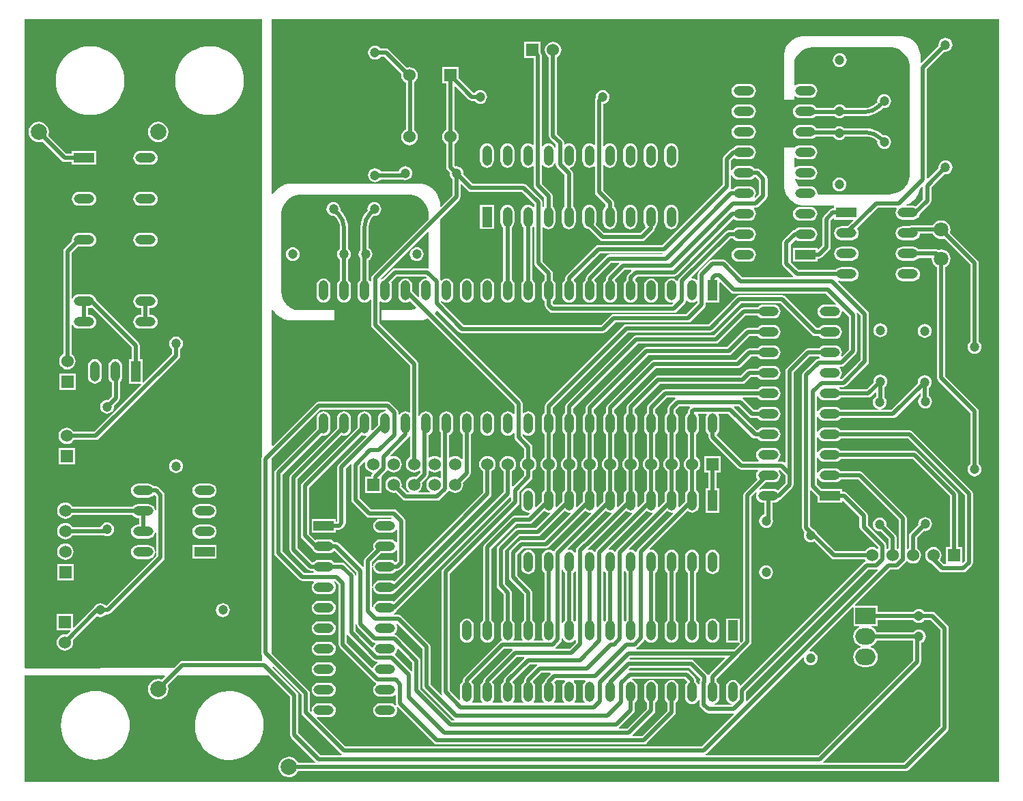
<source format=gbl>
G04 Layer_Physical_Order=2*
G04 Layer_Color=16711680*
%FSLAX44Y44*%
%MOMM*%
G71*
G01*
G75*
%ADD10C,0.5000*%
%ADD13C,1.2000*%
%ADD14O,2.5000X1.2000*%
%ADD15R,2.5000X1.2000*%
%ADD16O,1.2000X2.5000*%
%ADD17R,1.2000X2.5000*%
%ADD18C,1.5240*%
%ADD19R,1.5240X1.5240*%
%ADD20R,1.5240X1.5240*%
%ADD21R,2.5000X2.0000*%
%ADD22O,2.5000X2.0000*%
%ADD23C,1.8000*%
%ADD24C,2.0000*%
G36*
X1369240Y711493D02*
X1370609Y709709D01*
X1372393Y708340D01*
X1374471Y707480D01*
X1376700Y707186D01*
X1389700D01*
X1391929Y707480D01*
X1394007Y708340D01*
X1395791Y709709D01*
X1396521Y710661D01*
X1480321D01*
X1550611Y640371D01*
Y558879D01*
X1548580Y556847D01*
X1547310Y557373D01*
Y576160D01*
X1542289D01*
Y641600D01*
X1541898Y643567D01*
X1540784Y645234D01*
X1491984Y694034D01*
X1490316Y695148D01*
X1488350Y695539D01*
X1396521D01*
X1395791Y696491D01*
X1394007Y697860D01*
X1391929Y698720D01*
X1389700Y699014D01*
X1376700D01*
X1374471Y698720D01*
X1372393Y697860D01*
X1370609Y696491D01*
X1369240Y694707D01*
X1368909Y693906D01*
X1367639Y694159D01*
Y712041D01*
X1368909Y712294D01*
X1369240Y711493D01*
D02*
G37*
G36*
X883154Y910579D02*
X882560Y909376D01*
X882200Y909424D01*
X879971Y909130D01*
X877893Y908270D01*
X876109Y906901D01*
X874740Y905117D01*
X873880Y903039D01*
X873586Y900810D01*
Y887810D01*
X873772Y886402D01*
X872569Y885808D01*
X865414Y892964D01*
Y900810D01*
X865120Y903039D01*
X864260Y905117D01*
X862891Y906901D01*
X861107Y908270D01*
X859029Y909130D01*
X856800Y909424D01*
X854571Y909130D01*
X852493Y908270D01*
X850709Y906901D01*
X849340Y905117D01*
X848480Y903039D01*
X848186Y900810D01*
Y887810D01*
X848480Y885581D01*
X849340Y883503D01*
X850709Y881719D01*
X852493Y880350D01*
X854571Y879490D01*
X856800Y879196D01*
X859029Y879490D01*
X861107Y880350D01*
X862457Y881386D01*
X870219Y873624D01*
X869971Y872378D01*
X867473Y871344D01*
X862590Y870372D01*
X860100Y870250D01*
X827000D01*
Y857500D01*
X876602D01*
X881509Y858476D01*
X884237Y859606D01*
X991861Y751982D01*
Y741419D01*
X990591Y740988D01*
X989891Y741901D01*
X988107Y743270D01*
X986029Y744130D01*
X983800Y744424D01*
X981571Y744130D01*
X979493Y743270D01*
X977709Y741901D01*
X976340Y740117D01*
X975480Y738039D01*
X975186Y735810D01*
Y722810D01*
X975480Y720581D01*
X976340Y718503D01*
X977709Y716719D01*
X979493Y715350D01*
X981571Y714490D01*
X983800Y714196D01*
X986029Y714490D01*
X988107Y715350D01*
X989891Y716719D01*
X990591Y717632D01*
X991861Y717201D01*
Y712500D01*
X992252Y710534D01*
X993366Y708866D01*
X1004061Y698171D01*
Y687863D01*
X1001954Y686246D01*
X1000325Y684124D01*
X999302Y681652D01*
X998952Y679000D01*
X999302Y676348D01*
X1000325Y673876D01*
X1001954Y671754D01*
X1004061Y670137D01*
Y665329D01*
X990209Y651476D01*
X988939Y652002D01*
Y670137D01*
X991046Y671754D01*
X992675Y673876D01*
X993699Y676348D01*
X994048Y679000D01*
X993699Y681652D01*
X992675Y684124D01*
X991046Y686246D01*
X988924Y687875D01*
X986452Y688898D01*
X983800Y689248D01*
X981148Y688898D01*
X978676Y687875D01*
X976554Y686246D01*
X974925Y684124D01*
X973902Y681652D01*
X973552Y679000D01*
X973902Y676348D01*
X974925Y673876D01*
X976554Y671754D01*
X978661Y670137D01*
Y644428D01*
X842668Y508436D01*
X842507Y508560D01*
X840429Y509420D01*
X838200Y509714D01*
X825200D01*
X822971Y509420D01*
X820893Y508560D01*
X819109Y507191D01*
X817740Y505407D01*
X816880Y503329D01*
X816659Y501650D01*
X815389Y501733D01*
Y525867D01*
X816659Y525950D01*
X816676Y525817D01*
X816880Y524271D01*
X817740Y522193D01*
X819109Y520409D01*
X820893Y519040D01*
X822971Y518180D01*
X825200Y517886D01*
X838200D01*
X840429Y518180D01*
X842507Y519040D01*
X844291Y520409D01*
X845660Y522193D01*
X845768Y522455D01*
X846384Y522866D01*
X962034Y638516D01*
X963148Y640183D01*
X963539Y642150D01*
Y670137D01*
X965646Y671754D01*
X967275Y673876D01*
X968298Y676348D01*
X968648Y679000D01*
X968298Y681652D01*
X967275Y684124D01*
X965646Y686246D01*
X963524Y687875D01*
X961052Y688898D01*
X958400Y689248D01*
X955748Y688898D01*
X953276Y687875D01*
X951154Y686246D01*
X949525Y684124D01*
X948502Y681652D01*
X948152Y679000D01*
X948502Y676348D01*
X949525Y673876D01*
X951154Y671754D01*
X953261Y670137D01*
Y644278D01*
X842753Y533770D01*
X842507Y533960D01*
X840429Y534820D01*
X838200Y535114D01*
X825200D01*
X822971Y534820D01*
X820893Y533960D01*
X819109Y532591D01*
X817740Y530807D01*
X816880Y528729D01*
X816676Y527183D01*
X816659Y527050D01*
X815389Y527133D01*
Y551267D01*
X816659Y551350D01*
X816880Y549671D01*
X817740Y547593D01*
X819109Y545809D01*
X820893Y544440D01*
X822971Y543580D01*
X825200Y543286D01*
X838200D01*
X840429Y543580D01*
X842507Y544440D01*
X844291Y545809D01*
X845021Y546761D01*
X846400D01*
X848366Y547152D01*
X850034Y548266D01*
X855384Y553616D01*
X856498Y555284D01*
X856889Y557250D01*
Y608500D01*
X856498Y610466D01*
X855384Y612134D01*
X846134Y621384D01*
X844466Y622498D01*
X842500Y622889D01*
X813878D01*
X799889Y636879D01*
Y676122D01*
X805536Y681769D01*
X806739Y681175D01*
X806452Y679000D01*
X806802Y676348D01*
X807825Y673876D01*
X809454Y671754D01*
X811576Y670125D01*
X814048Y669101D01*
X815457Y668916D01*
X815912Y667575D01*
X815866Y667530D01*
X814752Y665863D01*
X814361Y663896D01*
Y663760D01*
X806540D01*
Y643440D01*
X826860D01*
Y663760D01*
X826860Y663760D01*
X826860D01*
X827571Y664700D01*
X832994Y670122D01*
X833697Y671175D01*
X833961Y671307D01*
X835196Y671454D01*
X835278Y671429D01*
X836976Y670125D01*
X839448Y669101D01*
X842100Y668752D01*
X844752Y669101D01*
X847224Y670125D01*
X849346Y671754D01*
X850975Y673876D01*
X851999Y676348D01*
X852348Y679000D01*
X851999Y681652D01*
X850975Y684124D01*
X849346Y686246D01*
X847224Y687875D01*
X844752Y688898D01*
X842100Y689248D01*
X839448Y688898D01*
X838618Y688555D01*
X837899Y689632D01*
X860434Y712166D01*
X861431Y713659D01*
X862135Y713637D01*
X862701Y713448D01*
Y688009D01*
X862376Y687875D01*
X860254Y686246D01*
X858625Y684124D01*
X857601Y681652D01*
X857252Y679000D01*
X857601Y676348D01*
X858625Y673876D01*
X860254Y671754D01*
X862376Y670125D01*
X864848Y669101D01*
X867500Y668752D01*
X870152Y669101D01*
X872624Y670125D01*
X873831Y671052D01*
X875101Y670425D01*
Y668468D01*
X870134Y663501D01*
X867500Y663848D01*
X864848Y663499D01*
X862376Y662475D01*
X860254Y660846D01*
X858625Y658724D01*
X857601Y656252D01*
X857252Y653600D01*
X857601Y650948D01*
X858625Y648476D01*
X860254Y646354D01*
X861811Y645159D01*
X861380Y643889D01*
X859079D01*
X852001Y650966D01*
X852348Y653600D01*
X851999Y656252D01*
X850975Y658724D01*
X849346Y660846D01*
X847224Y662475D01*
X844752Y663499D01*
X842100Y663848D01*
X839448Y663499D01*
X836976Y662475D01*
X834854Y660846D01*
X833225Y658724D01*
X832202Y656252D01*
X831852Y653600D01*
X832202Y650948D01*
X833225Y648476D01*
X834854Y646354D01*
X836976Y644725D01*
X839448Y643701D01*
X842100Y643352D01*
X844734Y643699D01*
X853316Y635116D01*
X854984Y634002D01*
X856950Y633611D01*
X895954D01*
X897921Y634002D01*
X899588Y635116D01*
X909194Y644722D01*
X909897Y645775D01*
X910161Y645907D01*
X911396Y646054D01*
X911478Y646029D01*
X913176Y644725D01*
X915648Y643701D01*
X918300Y643352D01*
X920952Y643701D01*
X923424Y644725D01*
X925546Y646354D01*
X927175Y648476D01*
X928198Y650948D01*
X928548Y653600D01*
X928201Y656234D01*
X936384Y664416D01*
X937498Y666084D01*
X937889Y668050D01*
Y715797D01*
X939091Y716719D01*
X940460Y718503D01*
X941320Y720581D01*
X941614Y722810D01*
Y735810D01*
X941320Y738039D01*
X940460Y740117D01*
X939091Y741901D01*
X937307Y743270D01*
X935229Y744130D01*
X933000Y744424D01*
X930771Y744130D01*
X928693Y743270D01*
X926909Y741901D01*
X925540Y740117D01*
X924680Y738039D01*
X924386Y735810D01*
Y722810D01*
X924680Y720581D01*
X925540Y718503D01*
X926909Y716719D01*
X927611Y716180D01*
Y685641D01*
X926341Y685210D01*
X925546Y686246D01*
X923424Y687875D01*
X920952Y688898D01*
X918300Y689248D01*
X915648Y688898D01*
X913176Y687875D01*
X911969Y686948D01*
X910699Y687575D01*
Y714850D01*
X911907Y715350D01*
X913691Y716719D01*
X915060Y718503D01*
X915920Y720581D01*
X916214Y722810D01*
Y735810D01*
X915920Y738039D01*
X915060Y740117D01*
X913691Y741901D01*
X911907Y743270D01*
X909829Y744130D01*
X907600Y744424D01*
X905371Y744130D01*
X903293Y743270D01*
X901509Y741901D01*
X900140Y740117D01*
X899280Y738039D01*
X898986Y735810D01*
Y722810D01*
X899280Y720581D01*
X900140Y718503D01*
X900421Y718137D01*
Y687636D01*
X899151Y687010D01*
X898024Y687875D01*
X895552Y688898D01*
X892900Y689248D01*
X890248Y688898D01*
X887776Y687875D01*
X886659Y687017D01*
X885389Y687644D01*
Y714887D01*
X886507Y715350D01*
X888291Y716719D01*
X889660Y718503D01*
X890520Y720581D01*
X890814Y722810D01*
Y735810D01*
X890520Y738039D01*
X889660Y740117D01*
X888291Y741901D01*
X886507Y743270D01*
X884429Y744130D01*
X882200Y744424D01*
X879971Y744130D01*
X877893Y743270D01*
X876109Y741901D01*
X874740Y740117D01*
X874249Y738930D01*
X872979Y739183D01*
Y803160D01*
X872588Y805126D01*
X871474Y806794D01*
X824639Y853628D01*
Y880633D01*
X825909Y881259D01*
X827093Y880350D01*
X829171Y879490D01*
X831400Y879196D01*
X833629Y879490D01*
X835707Y880350D01*
X837491Y881719D01*
X838860Y883503D01*
X839720Y885581D01*
X840014Y887810D01*
Y900810D01*
X839720Y903039D01*
X839087Y904569D01*
X846378Y911861D01*
X881871D01*
X883154Y910579D01*
D02*
G37*
G36*
X885500Y966823D02*
Y922841D01*
X884518Y922036D01*
X884000Y922139D01*
X844250D01*
X842283Y921748D01*
X840616Y920634D01*
X829072Y909089D01*
X827093Y908270D01*
X827049Y908236D01*
X826210Y909193D01*
X884327Y967309D01*
X885500Y966823D01*
D02*
G37*
G36*
X846611Y572147D02*
Y559379D01*
X845166Y557933D01*
X844291Y557991D01*
X842507Y559360D01*
X840429Y560220D01*
X838200Y560514D01*
X825200D01*
X822971Y560220D01*
X820893Y559360D01*
X819109Y557991D01*
X817740Y556207D01*
X816880Y554129D01*
X816659Y552450D01*
X815389Y552533D01*
Y557371D01*
X826704Y568686D01*
X838200D01*
X840429Y568980D01*
X842507Y569840D01*
X844291Y571209D01*
X845341Y572578D01*
X846611Y572147D01*
D02*
G37*
G36*
X1131893Y620000D02*
X1133971Y619140D01*
X1136200Y618846D01*
X1137608Y619032D01*
X1138202Y617829D01*
X1093866Y573494D01*
X1092752Y571827D01*
X1092589Y571006D01*
X1092203Y570775D01*
X1091207Y570568D01*
X1089707Y571720D01*
X1087629Y572580D01*
X1085400Y572874D01*
X1083839Y572668D01*
X1082874Y573764D01*
X1082956Y574002D01*
X1084624Y575116D01*
X1130543Y621036D01*
X1131893Y620000D01*
D02*
G37*
G36*
X1182693D02*
X1184771Y619140D01*
X1187000Y618846D01*
X1188408Y619032D01*
X1189002Y617829D01*
X1145366Y574194D01*
X1144252Y572527D01*
X1143861Y570560D01*
Y570390D01*
X1142591Y569959D01*
X1142291Y570351D01*
X1140507Y571720D01*
X1138429Y572580D01*
X1136200Y572874D01*
X1134792Y572688D01*
X1134198Y573891D01*
X1181343Y621036D01*
X1182693Y620000D01*
D02*
G37*
G36*
X1106493D02*
X1108571Y619140D01*
X1110800Y618846D01*
X1112208Y619032D01*
X1112802Y617829D01*
X1078579Y583606D01*
X1078034Y583498D01*
X1076366Y582384D01*
X1069616Y575634D01*
X1068502Y573966D01*
X1068111Y572000D01*
Y569804D01*
X1066841Y569373D01*
X1066091Y570351D01*
X1064307Y571720D01*
X1062229Y572580D01*
X1060000Y572874D01*
X1058592Y572688D01*
X1057998Y573891D01*
X1105143Y621036D01*
X1106493Y620000D01*
D02*
G37*
G36*
X1593250Y285000D02*
X384000Y285000D01*
Y416750D01*
X557766D01*
X558252Y415577D01*
X554402Y411726D01*
X553216Y412217D01*
X549943Y412648D01*
X546669Y412217D01*
X543618Y410954D01*
X540999Y408944D01*
X538989Y406324D01*
X537725Y403274D01*
X537294Y400000D01*
X537725Y396726D01*
X538989Y393676D01*
X540999Y391056D01*
X543618Y389046D01*
X546669Y387783D01*
X549943Y387352D01*
X553216Y387783D01*
X556267Y389046D01*
X558886Y391056D01*
X560896Y393676D01*
X562160Y396726D01*
X562591Y400000D01*
X562160Y403274D01*
X561669Y404459D01*
X573960Y416750D01*
X687233D01*
X713861Y390121D01*
Y343250D01*
X714252Y341283D01*
X715366Y339616D01*
X745196Y309787D01*
X744670Y308517D01*
X723502D01*
X723437Y308724D01*
X721663Y311508D01*
X719229Y313739D01*
X716300Y315264D01*
X713076Y315978D01*
X709778Y315834D01*
X706629Y314841D01*
X703844Y313067D01*
X701613Y310633D01*
X700089Y307704D01*
X699374Y304480D01*
X699518Y301182D01*
X700511Y298033D01*
X702285Y295248D01*
X704719Y293017D01*
X707648Y291493D01*
X710872Y290778D01*
X714170Y290922D01*
X717319Y291915D01*
X720104Y293689D01*
X722335Y296123D01*
X723436Y298239D01*
X1477128D01*
X1479095Y298631D01*
X1480762Y299744D01*
X1529383Y348366D01*
X1530497Y350033D01*
X1530889Y352000D01*
Y475500D01*
X1530497Y477467D01*
X1529383Y479134D01*
X1514144Y494374D01*
X1512477Y495488D01*
X1510510Y495879D01*
X1500561D01*
X1499831Y496831D01*
X1498047Y498200D01*
X1495969Y499060D01*
X1493740Y499354D01*
X1491511Y499060D01*
X1489433Y498200D01*
X1487649Y496831D01*
X1486919Y495879D01*
X1442700D01*
Y503280D01*
X1414957D01*
X1414471Y504453D01*
X1458219Y548201D01*
X1466194D01*
X1468161Y548592D01*
X1469828Y549706D01*
X1476802Y556681D01*
X1477134Y556902D01*
X1477244Y557012D01*
X1477986Y558124D01*
X1478207Y558248D01*
X1479413Y558430D01*
X1479576Y558391D01*
X1481226Y557125D01*
X1483698Y556101D01*
X1486350Y555752D01*
X1489002Y556101D01*
X1491474Y557125D01*
X1493596Y558754D01*
X1495225Y560876D01*
X1496248Y563348D01*
X1496598Y566000D01*
X1496248Y568652D01*
X1495225Y571124D01*
X1493596Y573246D01*
X1491489Y574863D01*
Y587472D01*
X1500310Y596293D01*
X1501500Y596136D01*
X1503729Y596430D01*
X1505807Y597290D01*
X1507591Y598659D01*
X1508960Y600443D01*
X1509820Y602521D01*
X1510114Y604750D01*
X1509820Y606979D01*
X1508960Y609057D01*
X1507591Y610841D01*
X1505807Y612210D01*
X1503729Y613070D01*
X1501500Y613364D01*
X1499271Y613070D01*
X1497193Y612210D01*
X1495409Y610841D01*
X1494040Y609057D01*
X1493180Y606979D01*
X1492886Y604750D01*
X1493043Y603560D01*
X1482716Y593234D01*
X1481602Y591567D01*
X1481211Y589600D01*
Y574863D01*
X1480019Y573948D01*
X1478749Y574575D01*
Y611890D01*
X1478358Y613857D01*
X1477244Y615524D01*
X1424134Y668634D01*
X1422466Y669748D01*
X1420500Y670139D01*
X1396521D01*
X1395791Y671091D01*
X1394007Y672460D01*
X1391929Y673320D01*
X1389700Y673614D01*
X1376700D01*
X1374471Y673320D01*
X1372393Y672460D01*
X1370609Y671091D01*
X1369240Y669307D01*
X1368909Y668506D01*
X1367639Y668759D01*
Y686641D01*
X1368909Y686894D01*
X1369240Y686093D01*
X1370609Y684309D01*
X1372393Y682940D01*
X1374471Y682080D01*
X1376700Y681786D01*
X1389700D01*
X1391929Y682080D01*
X1394007Y682940D01*
X1395791Y684309D01*
X1396521Y685261D01*
X1486221D01*
X1532011Y639472D01*
Y576160D01*
X1526990D01*
Y556159D01*
X1526990Y555840D01*
X1526221Y554889D01*
X1524879D01*
X1519872Y559895D01*
X1520625Y560876D01*
X1521649Y563348D01*
X1521998Y566000D01*
X1521649Y568652D01*
X1520625Y571124D01*
X1518996Y573246D01*
X1516874Y574875D01*
X1514402Y575899D01*
X1511750Y576248D01*
X1509098Y575899D01*
X1506626Y574875D01*
X1504504Y573246D01*
X1502875Y571124D01*
X1501852Y568652D01*
X1501502Y566000D01*
X1501852Y563348D01*
X1502875Y560876D01*
X1504504Y558754D01*
X1506626Y557125D01*
X1509098Y556101D01*
X1509136Y556096D01*
X1519116Y546116D01*
X1520784Y545002D01*
X1522750Y544611D01*
X1548750D01*
X1550717Y545002D01*
X1552384Y546116D01*
X1559384Y553116D01*
X1560498Y554784D01*
X1560889Y556750D01*
Y642500D01*
X1560498Y644466D01*
X1559384Y646134D01*
X1486084Y719434D01*
X1484417Y720548D01*
X1482450Y720939D01*
X1396521D01*
X1395791Y721891D01*
X1394007Y723260D01*
X1391929Y724120D01*
X1389700Y724414D01*
X1376700D01*
X1374471Y724120D01*
X1372393Y723260D01*
X1370609Y721891D01*
X1369240Y720107D01*
X1368909Y719306D01*
X1367639Y719559D01*
Y737441D01*
X1368909Y737694D01*
X1369240Y736893D01*
X1370609Y735109D01*
X1372393Y733740D01*
X1374471Y732880D01*
X1376700Y732586D01*
X1389700D01*
X1391929Y732880D01*
X1394007Y733740D01*
X1395791Y735109D01*
X1396521Y736061D01*
X1461450D01*
X1463416Y736452D01*
X1465084Y737566D01*
X1494688Y767171D01*
X1495861Y766685D01*
Y763188D01*
X1495409Y762841D01*
X1494040Y761057D01*
X1493180Y758979D01*
X1492886Y756750D01*
X1493180Y754521D01*
X1494040Y752443D01*
X1495409Y750659D01*
X1497193Y749290D01*
X1499271Y748430D01*
X1501500Y748136D01*
X1503729Y748430D01*
X1505807Y749290D01*
X1507591Y750659D01*
X1508960Y752443D01*
X1509820Y754521D01*
X1510114Y756750D01*
X1509820Y758979D01*
X1508960Y761057D01*
X1507591Y762841D01*
X1506139Y763955D01*
Y773929D01*
X1507091Y774659D01*
X1508460Y776443D01*
X1509320Y778521D01*
X1509614Y780750D01*
X1509320Y782979D01*
X1508460Y785057D01*
X1507091Y786841D01*
X1505307Y788210D01*
X1503229Y789070D01*
X1501000Y789364D01*
X1498771Y789070D01*
X1496693Y788210D01*
X1494909Y786841D01*
X1493540Y785057D01*
X1492680Y782979D01*
X1492386Y780750D01*
X1492543Y779560D01*
X1459321Y746339D01*
X1447023D01*
X1446939Y747609D01*
X1447479Y747680D01*
X1449557Y748540D01*
X1451341Y749909D01*
X1452710Y751693D01*
X1453570Y753771D01*
X1453864Y756000D01*
X1453570Y758229D01*
X1452710Y760307D01*
X1451341Y762091D01*
X1450889Y762438D01*
Y774679D01*
X1451841Y775409D01*
X1453210Y777193D01*
X1454070Y779271D01*
X1454364Y781500D01*
X1454070Y783729D01*
X1453210Y785807D01*
X1451841Y787591D01*
X1450057Y788960D01*
X1447979Y789820D01*
X1445750Y790114D01*
X1443521Y789820D01*
X1441443Y788960D01*
X1439659Y787591D01*
X1438290Y785807D01*
X1437430Y783729D01*
X1437136Y781500D01*
X1437293Y780310D01*
X1428721Y771739D01*
X1396521D01*
X1395791Y772691D01*
X1394943Y773341D01*
X1395374Y774611D01*
X1400250D01*
X1402216Y775002D01*
X1403884Y776116D01*
X1430384Y802616D01*
X1431498Y804284D01*
X1431889Y806250D01*
Y865000D01*
X1431498Y866966D01*
X1430384Y868634D01*
X1393434Y905583D01*
X1394154Y906660D01*
X1395071Y906280D01*
X1397300Y905986D01*
X1410300D01*
X1412529Y906280D01*
X1414607Y907140D01*
X1416391Y908509D01*
X1417760Y910293D01*
X1418620Y912371D01*
X1418914Y914600D01*
X1418620Y916829D01*
X1417760Y918907D01*
X1416391Y920691D01*
X1414607Y922060D01*
X1412529Y922920D01*
X1410300Y923214D01*
X1397300D01*
X1395071Y922920D01*
X1392993Y922060D01*
X1391209Y920691D01*
X1390479Y919739D01*
X1344529D01*
X1334639Y929629D01*
Y951621D01*
X1340706Y957689D01*
X1341943Y956740D01*
X1344021Y955880D01*
X1346250Y955586D01*
X1359250D01*
X1361479Y955880D01*
X1363557Y956740D01*
X1365341Y958109D01*
X1366710Y959893D01*
X1367570Y961971D01*
X1367864Y964200D01*
X1367570Y966429D01*
X1366710Y968507D01*
X1365341Y970291D01*
X1363557Y971660D01*
X1361479Y972520D01*
X1359250Y972814D01*
X1346250D01*
X1344021Y972520D01*
X1341943Y971660D01*
X1340159Y970291D01*
X1339335Y969216D01*
X1337984Y968948D01*
X1336316Y967834D01*
X1325866Y957384D01*
X1324752Y955716D01*
X1324361Y953750D01*
Y927500D01*
X1324752Y925534D01*
X1325866Y923866D01*
X1337824Y911909D01*
X1337298Y910639D01*
X1274878D01*
X1254634Y930884D01*
X1252967Y931998D01*
X1251000Y932389D01*
X1237500D01*
X1235534Y931998D01*
X1233866Y930884D01*
X1220866Y917884D01*
X1219752Y916217D01*
X1219361Y914250D01*
Y907740D01*
X1218091Y907207D01*
X1216707Y908270D01*
X1214629Y909130D01*
X1212400Y909424D01*
X1212212Y909399D01*
X1211619Y910602D01*
X1260079Y959061D01*
X1263229D01*
X1263959Y958109D01*
X1265743Y956740D01*
X1267821Y955880D01*
X1270050Y955586D01*
X1283050D01*
X1285279Y955880D01*
X1287357Y956740D01*
X1289141Y958109D01*
X1290510Y959893D01*
X1291370Y961971D01*
X1291664Y964200D01*
X1291370Y966429D01*
X1290510Y968507D01*
X1289141Y970291D01*
X1287357Y971660D01*
X1285279Y972520D01*
X1283050Y972814D01*
X1270050D01*
X1267821Y972520D01*
X1265743Y971660D01*
X1263959Y970291D01*
X1263229Y969339D01*
X1257950D01*
X1255984Y968948D01*
X1254316Y967834D01*
X1196366Y909884D01*
X1195252Y908216D01*
X1194929Y906591D01*
X1194033Y906249D01*
X1193591Y906249D01*
X1193091Y906901D01*
X1191307Y908270D01*
X1189229Y909130D01*
X1187000Y909424D01*
X1184771Y909130D01*
X1182693Y908270D01*
X1180909Y906901D01*
X1179540Y905117D01*
X1178680Y903039D01*
X1178386Y900810D01*
Y887810D01*
X1178680Y885581D01*
X1179540Y883503D01*
X1180909Y881719D01*
X1182693Y880350D01*
X1184771Y879490D01*
X1187000Y879196D01*
X1188305Y879368D01*
X1188898Y878165D01*
X1187522Y876789D01*
X1040979D01*
X1039739Y878028D01*
Y880989D01*
X1040691Y881719D01*
X1042060Y883503D01*
X1042920Y885581D01*
X1043214Y887810D01*
Y900810D01*
X1042920Y903039D01*
X1042060Y905117D01*
X1040691Y906901D01*
X1039739Y907631D01*
Y915400D01*
X1039348Y917366D01*
X1038234Y919034D01*
X1026639Y930629D01*
Y972609D01*
X1027909Y973040D01*
X1028009Y972909D01*
X1029793Y971540D01*
X1031871Y970680D01*
X1034100Y970386D01*
X1036329Y970680D01*
X1038407Y971540D01*
X1040191Y972909D01*
X1041560Y974693D01*
X1042420Y976771D01*
X1042714Y979000D01*
Y992000D01*
X1042420Y994229D01*
X1041560Y996307D01*
X1040191Y998091D01*
X1039239Y998821D01*
Y1011650D01*
X1038848Y1013616D01*
X1037734Y1015284D01*
X1025889Y1027129D01*
Y1049787D01*
X1027159Y1050218D01*
X1028009Y1049109D01*
X1029793Y1047740D01*
X1031871Y1046880D01*
X1034100Y1046586D01*
X1036329Y1046880D01*
X1038407Y1047740D01*
X1040191Y1049109D01*
X1041560Y1050893D01*
X1042051Y1052080D01*
X1043321Y1051827D01*
Y1050627D01*
X1043712Y1048661D01*
X1044826Y1046993D01*
X1054361Y1037459D01*
Y998821D01*
X1053409Y998091D01*
X1052040Y996307D01*
X1051180Y994229D01*
X1050886Y992000D01*
Y979000D01*
X1051180Y976771D01*
X1052040Y974693D01*
X1053409Y972909D01*
X1055193Y971540D01*
X1057271Y970680D01*
X1059500Y970386D01*
X1061729Y970680D01*
X1063807Y971540D01*
X1065591Y972909D01*
X1066960Y974693D01*
X1067820Y976771D01*
X1068114Y979000D01*
Y992000D01*
X1067820Y994229D01*
X1066960Y996307D01*
X1065591Y998091D01*
X1064639Y998821D01*
Y1039587D01*
X1064248Y1041554D01*
X1063134Y1043221D01*
X1060752Y1045602D01*
X1061160Y1046805D01*
X1061729Y1046880D01*
X1063807Y1047740D01*
X1065591Y1049109D01*
X1066960Y1050893D01*
X1067820Y1052971D01*
X1068114Y1055200D01*
Y1068200D01*
X1067820Y1070429D01*
X1066960Y1072507D01*
X1065591Y1074291D01*
X1063807Y1075660D01*
X1061729Y1076520D01*
X1059500Y1076814D01*
X1057271Y1076520D01*
X1055193Y1075660D01*
X1054738Y1075310D01*
X1053599Y1075872D01*
Y1077290D01*
X1053208Y1079257D01*
X1052094Y1080924D01*
X1045039Y1087979D01*
Y1183637D01*
X1047146Y1185254D01*
X1048775Y1187376D01*
X1049799Y1189848D01*
X1050148Y1192500D01*
X1049799Y1195152D01*
X1048775Y1197624D01*
X1047146Y1199746D01*
X1045024Y1201375D01*
X1042552Y1202399D01*
X1039900Y1202748D01*
X1037248Y1202399D01*
X1034776Y1201375D01*
X1032654Y1199746D01*
X1031025Y1197624D01*
X1030002Y1195152D01*
X1029652Y1192500D01*
X1030002Y1189848D01*
X1031025Y1187376D01*
X1032654Y1185254D01*
X1034761Y1183637D01*
Y1085850D01*
X1035152Y1083884D01*
X1036266Y1082216D01*
X1043321Y1075162D01*
Y1071573D01*
X1042051Y1071320D01*
X1041560Y1072507D01*
X1040191Y1074291D01*
X1038407Y1075660D01*
X1036329Y1076520D01*
X1034100Y1076814D01*
X1031871Y1076520D01*
X1029793Y1075660D01*
X1028009Y1074291D01*
X1027159Y1073183D01*
X1025889Y1073614D01*
Y1186250D01*
X1025498Y1188216D01*
X1024660Y1189470D01*
Y1202660D01*
X1004340D01*
Y1182340D01*
X1015611D01*
Y1075216D01*
X1014341Y1074636D01*
X1013007Y1075660D01*
X1010929Y1076520D01*
X1008700Y1076814D01*
X1006471Y1076520D01*
X1004393Y1075660D01*
X1002609Y1074291D01*
X1001240Y1072507D01*
X1000380Y1070429D01*
X1000086Y1068200D01*
Y1055200D01*
X1000380Y1052971D01*
X1001240Y1050893D01*
X1002609Y1049109D01*
X1004393Y1047740D01*
X1006471Y1046880D01*
X1008700Y1046586D01*
X1010929Y1046880D01*
X1013007Y1047740D01*
X1014341Y1048764D01*
X1015611Y1048184D01*
Y1025000D01*
X1016002Y1023034D01*
X1017116Y1021366D01*
X1028961Y1009521D01*
Y998821D01*
X1028009Y998091D01*
X1027909Y997960D01*
X1026639Y998391D01*
Y1003500D01*
X1026248Y1005467D01*
X1025134Y1007134D01*
X1007134Y1025134D01*
X1005467Y1026248D01*
X1003500Y1026639D01*
X940378D01*
X928457Y1038560D01*
X928614Y1039750D01*
X928320Y1041979D01*
X927460Y1044057D01*
X926091Y1045841D01*
X924307Y1047210D01*
X922229Y1048070D01*
X920000Y1048364D01*
X918810Y1048207D01*
X917689Y1049329D01*
Y1075887D01*
X919796Y1077504D01*
X921425Y1079626D01*
X922449Y1082098D01*
X922798Y1084750D01*
X922449Y1087402D01*
X921425Y1089874D01*
X919796Y1091996D01*
X917689Y1093613D01*
Y1146885D01*
X918862Y1147371D01*
X935366Y1130866D01*
X937033Y1129752D01*
X939000Y1129361D01*
X942679D01*
X943409Y1128409D01*
X945193Y1127040D01*
X947271Y1126180D01*
X949500Y1125886D01*
X951729Y1126180D01*
X953807Y1127040D01*
X955591Y1128409D01*
X956960Y1130193D01*
X957820Y1132271D01*
X958114Y1134500D01*
X957820Y1136729D01*
X956960Y1138807D01*
X955591Y1140591D01*
X953807Y1141960D01*
X951729Y1142820D01*
X949500Y1143114D01*
X947271Y1142820D01*
X945193Y1141960D01*
X943409Y1140591D01*
X942679Y1139639D01*
X941128D01*
X922710Y1158057D01*
Y1171110D01*
X902390D01*
Y1150790D01*
X907411D01*
Y1093613D01*
X905304Y1091996D01*
X903675Y1089874D01*
X902652Y1087402D01*
X902302Y1084750D01*
X902652Y1082098D01*
X903675Y1079626D01*
X905304Y1077504D01*
X907411Y1075887D01*
Y1047200D01*
X907802Y1045234D01*
X908916Y1043566D01*
X911543Y1040940D01*
X911386Y1039750D01*
X911680Y1037521D01*
X912540Y1035443D01*
X913909Y1033659D01*
X914861Y1032929D01*
Y1012378D01*
X900673Y998191D01*
X899500Y998677D01*
Y1003602D01*
X898524Y1008509D01*
X896609Y1013131D01*
X893829Y1017291D01*
X890292Y1020829D01*
X886131Y1023609D01*
X881509Y1025524D01*
X876602Y1026500D01*
X711898D01*
X706991Y1025524D01*
X702369Y1023609D01*
X698208Y1020829D01*
X694670Y1017291D01*
X692270Y1013699D01*
X691000Y1014084D01*
Y1231000D01*
X1593250D01*
X1593250Y285000D01*
D02*
G37*
G36*
X1520611Y473372D02*
Y354128D01*
X1475000Y308517D01*
X1375330D01*
X1374804Y309787D01*
X1495224Y430206D01*
X1496337Y431873D01*
X1496729Y433840D01*
Y457484D01*
X1498047Y458030D01*
X1499831Y459399D01*
X1501200Y461183D01*
X1502060Y463261D01*
X1502354Y465490D01*
X1502060Y467719D01*
X1501200Y469797D01*
X1499831Y471581D01*
X1498047Y472950D01*
X1495969Y473810D01*
X1493740Y474104D01*
X1491511Y473810D01*
X1489433Y472950D01*
X1487649Y471581D01*
X1486803Y470479D01*
X1441605D01*
X1441114Y471664D01*
X1439104Y474284D01*
X1436484Y476294D01*
X1434948Y476930D01*
X1435201Y478200D01*
X1442700D01*
Y485601D01*
X1486919D01*
X1487649Y484649D01*
X1489433Y483280D01*
X1491511Y482420D01*
X1493740Y482126D01*
X1495969Y482420D01*
X1498047Y483280D01*
X1499831Y484649D01*
X1500561Y485601D01*
X1508382D01*
X1520611Y473372D01*
D02*
G37*
G36*
X1055693Y620000D02*
X1057771Y619140D01*
X1057935Y619118D01*
X1058034Y619053D01*
X1060000Y618661D01*
X1061296Y618919D01*
X1061921Y617749D01*
X1029141Y584969D01*
X1000790D01*
X998823Y584578D01*
X997156Y583464D01*
X986516Y572824D01*
X985402Y571157D01*
X985011Y569190D01*
Y538710D01*
X985402Y536744D01*
X986516Y535076D01*
X1004061Y517532D01*
Y485991D01*
X1003109Y485261D01*
X1001740Y483477D01*
X1000880Y481399D01*
X1000586Y479170D01*
Y466170D01*
X1000880Y463941D01*
X1001740Y461863D01*
X1002189Y461278D01*
X1001628Y460139D01*
X991372D01*
X990810Y461278D01*
X991260Y461863D01*
X992120Y463941D01*
X992414Y466170D01*
Y479170D01*
X992120Y481399D01*
X991260Y483477D01*
X989891Y485261D01*
X988939Y485991D01*
Y519660D01*
X988548Y521627D01*
X987434Y523294D01*
X980049Y530678D01*
Y571531D01*
X998209Y589691D01*
X1020870D01*
X1022837Y590083D01*
X1024504Y591196D01*
X1054343Y621036D01*
X1055693Y620000D01*
D02*
G37*
G36*
X1052540Y546953D02*
X1053909Y545169D01*
X1054861Y544439D01*
Y485991D01*
X1053909Y485261D01*
X1052540Y483477D01*
X1052049Y482290D01*
X1050779Y482543D01*
Y547887D01*
X1052049Y548140D01*
X1052540Y546953D01*
D02*
G37*
G36*
X1068111Y545716D02*
Y484714D01*
X1066841Y484283D01*
X1066091Y485261D01*
X1065139Y485991D01*
Y544439D01*
X1066091Y545169D01*
X1066841Y546147D01*
X1068111Y545716D01*
D02*
G37*
G36*
X1104709Y545169D02*
X1105661Y544439D01*
Y485991D01*
X1104709Y485261D01*
X1103909Y484218D01*
X1102639Y484649D01*
Y545781D01*
X1103909Y546213D01*
X1104709Y545169D01*
D02*
G37*
G36*
X1130109D02*
X1131061Y544439D01*
Y485991D01*
X1130109Y485261D01*
X1129159Y484022D01*
X1127889Y484453D01*
Y545977D01*
X1129159Y546408D01*
X1130109Y545169D01*
D02*
G37*
G36*
X1260366Y891616D02*
X1262033Y890502D01*
X1264000Y890111D01*
X1378622D01*
X1390780Y877952D01*
X1390187Y876750D01*
X1389700Y876814D01*
X1376700D01*
X1374471Y876520D01*
X1372393Y875660D01*
X1370609Y874291D01*
X1369240Y872507D01*
X1368380Y870429D01*
X1368086Y868200D01*
X1368380Y865971D01*
X1369240Y863893D01*
X1370609Y862109D01*
X1372393Y860740D01*
X1374471Y859880D01*
X1376700Y859586D01*
X1389700D01*
X1391929Y859880D01*
X1394007Y860740D01*
X1395791Y862109D01*
X1397160Y863893D01*
X1398020Y865971D01*
X1398314Y868200D01*
X1398250Y868687D01*
X1399452Y869280D01*
X1406861Y861871D01*
Y821128D01*
X1398209Y812476D01*
X1397160Y813093D01*
X1398020Y815171D01*
X1398314Y817400D01*
X1398020Y819629D01*
X1397160Y821707D01*
X1395791Y823491D01*
X1394007Y824860D01*
X1391929Y825720D01*
X1389700Y826014D01*
X1376700D01*
X1374471Y825720D01*
X1372393Y824860D01*
X1370609Y823491D01*
X1369879Y822539D01*
X1356150D01*
X1354184Y822148D01*
X1352516Y821034D01*
X1329616Y798134D01*
X1328502Y796467D01*
X1328111Y794500D01*
Y681315D01*
X1327398Y681020D01*
X1326841Y680912D01*
X1325217Y681998D01*
X1323250Y682389D01*
X1319174D01*
X1318743Y683659D01*
X1319591Y684309D01*
X1320960Y686093D01*
X1321820Y688171D01*
X1322114Y690400D01*
X1321820Y692629D01*
X1320960Y694707D01*
X1319591Y696491D01*
X1317807Y697860D01*
X1315729Y698720D01*
X1313500Y699014D01*
X1300500D01*
X1298271Y698720D01*
X1296193Y697860D01*
X1294409Y696491D01*
X1293040Y694707D01*
X1292180Y692629D01*
X1291886Y690400D01*
X1292180Y688171D01*
X1293040Y686093D01*
X1294409Y684309D01*
X1295257Y683659D01*
X1294826Y682389D01*
X1275629D01*
X1243179Y714838D01*
X1243243Y716222D01*
X1243891Y716719D01*
X1245260Y718503D01*
X1246120Y720581D01*
X1246414Y722810D01*
Y735810D01*
X1246120Y738039D01*
X1245260Y740117D01*
X1244910Y740572D01*
X1245472Y741711D01*
X1257522D01*
X1287066Y712166D01*
X1288734Y711052D01*
X1290700Y710661D01*
X1293679D01*
X1294409Y709709D01*
X1296193Y708340D01*
X1298271Y707480D01*
X1300500Y707186D01*
X1313500D01*
X1315729Y707480D01*
X1317807Y708340D01*
X1319591Y709709D01*
X1320960Y711493D01*
X1321820Y713571D01*
X1322114Y715800D01*
X1321820Y718029D01*
X1320960Y720107D01*
X1319591Y721891D01*
X1317807Y723260D01*
X1315729Y724120D01*
X1313500Y724414D01*
X1300500D01*
X1298271Y724120D01*
X1296193Y723260D01*
X1294409Y721891D01*
X1293951Y721294D01*
X1292541Y721226D01*
X1264579Y749188D01*
X1265065Y750361D01*
X1270621D01*
X1283416Y737566D01*
X1285083Y736452D01*
X1287050Y736061D01*
X1293679D01*
X1294409Y735109D01*
X1296193Y733740D01*
X1298271Y732880D01*
X1300500Y732586D01*
X1313500D01*
X1315729Y732880D01*
X1317807Y733740D01*
X1319591Y735109D01*
X1320960Y736893D01*
X1321820Y738971D01*
X1322114Y741200D01*
X1321820Y743429D01*
X1320960Y745507D01*
X1319591Y747291D01*
X1317807Y748660D01*
X1315729Y749520D01*
X1313500Y749814D01*
X1300500D01*
X1298271Y749520D01*
X1296193Y748660D01*
X1294409Y747291D01*
X1293679Y746339D01*
X1289178D01*
X1276384Y759134D01*
X1274801Y760191D01*
X1274788Y760284D01*
X1275531Y761461D01*
X1293679D01*
X1294409Y760509D01*
X1296193Y759140D01*
X1298271Y758280D01*
X1300500Y757986D01*
X1313500D01*
X1315729Y758280D01*
X1317807Y759140D01*
X1319591Y760509D01*
X1320960Y762293D01*
X1321820Y764371D01*
X1322114Y766600D01*
X1321820Y768829D01*
X1320960Y770907D01*
X1319591Y772691D01*
X1317807Y774060D01*
X1315729Y774920D01*
X1313500Y775214D01*
X1300500D01*
X1298271Y774920D01*
X1296193Y774060D01*
X1294409Y772691D01*
X1293679Y771739D01*
X1178850D01*
X1176883Y771348D01*
X1175216Y770234D01*
X1157966Y752984D01*
X1156852Y751317D01*
X1156461Y749350D01*
Y742631D01*
X1155509Y741901D01*
X1154140Y740117D01*
X1153280Y738039D01*
X1152986Y735810D01*
Y722810D01*
X1153280Y720581D01*
X1154140Y718503D01*
X1155509Y716719D01*
X1156461Y715989D01*
Y687863D01*
X1154354Y686246D01*
X1152725Y684124D01*
X1151702Y681652D01*
X1151352Y679000D01*
X1151702Y676348D01*
X1152725Y673876D01*
X1154354Y671754D01*
X1156461Y670137D01*
Y647281D01*
X1155509Y646551D01*
X1154140Y644767D01*
X1153280Y642689D01*
X1152986Y640460D01*
Y632614D01*
X1145831Y625458D01*
X1144628Y626052D01*
X1144814Y627460D01*
Y640460D01*
X1144520Y642689D01*
X1143660Y644767D01*
X1142291Y646551D01*
X1141339Y647281D01*
Y670137D01*
X1143446Y671754D01*
X1145075Y673876D01*
X1146098Y676348D01*
X1146448Y679000D01*
X1146098Y681652D01*
X1145075Y684124D01*
X1143446Y686246D01*
X1141339Y687863D01*
Y715989D01*
X1142291Y716719D01*
X1143660Y718503D01*
X1144520Y720581D01*
X1144814Y722810D01*
Y735810D01*
X1144520Y738039D01*
X1143660Y740117D01*
X1142291Y741901D01*
X1141339Y742631D01*
Y747571D01*
X1172378Y778611D01*
X1274750D01*
X1276717Y779003D01*
X1278384Y780116D01*
X1285128Y786861D01*
X1293679D01*
X1294409Y785909D01*
X1296193Y784540D01*
X1298271Y783680D01*
X1300500Y783386D01*
X1313500D01*
X1315729Y783680D01*
X1317807Y784540D01*
X1319591Y785909D01*
X1320960Y787693D01*
X1321820Y789771D01*
X1322114Y792000D01*
X1321820Y794229D01*
X1320960Y796307D01*
X1319591Y798091D01*
X1317807Y799460D01*
X1315729Y800320D01*
X1313500Y800614D01*
X1300500D01*
X1298271Y800320D01*
X1296193Y799460D01*
X1294409Y798091D01*
X1293679Y797139D01*
X1283000D01*
X1281033Y796748D01*
X1279366Y795634D01*
X1272622Y788889D01*
X1170250D01*
X1168283Y788498D01*
X1166616Y787384D01*
X1132566Y753334D01*
X1131452Y751666D01*
X1131061Y749700D01*
Y742631D01*
X1130109Y741901D01*
X1128740Y740117D01*
X1127880Y738039D01*
X1127586Y735810D01*
Y722810D01*
X1127880Y720581D01*
X1128740Y718503D01*
X1130109Y716719D01*
X1131061Y715989D01*
Y687863D01*
X1128954Y686246D01*
X1127325Y684124D01*
X1126301Y681652D01*
X1125952Y679000D01*
X1126301Y676348D01*
X1127325Y673876D01*
X1128954Y671754D01*
X1131061Y670137D01*
Y647281D01*
X1130109Y646551D01*
X1128740Y644767D01*
X1127880Y642689D01*
X1127586Y640460D01*
Y632614D01*
X1120431Y625458D01*
X1119228Y626052D01*
X1119414Y627460D01*
Y640460D01*
X1119120Y642689D01*
X1118260Y644767D01*
X1116891Y646551D01*
X1115939Y647281D01*
Y670137D01*
X1118046Y671754D01*
X1119675Y673876D01*
X1120698Y676348D01*
X1121048Y679000D01*
X1120698Y681652D01*
X1119675Y684124D01*
X1118046Y686246D01*
X1115939Y687863D01*
Y715989D01*
X1116891Y716719D01*
X1118260Y718503D01*
X1119120Y720581D01*
X1119414Y722810D01*
Y735810D01*
X1119120Y738039D01*
X1118260Y740117D01*
X1116891Y741901D01*
X1115939Y742631D01*
Y746672D01*
X1167129Y797861D01*
X1269000D01*
X1270966Y798252D01*
X1272634Y799366D01*
X1285529Y812261D01*
X1293679D01*
X1294409Y811309D01*
X1296193Y809940D01*
X1298271Y809080D01*
X1300500Y808786D01*
X1313500D01*
X1315729Y809080D01*
X1317807Y809940D01*
X1319591Y811309D01*
X1320960Y813093D01*
X1321820Y815171D01*
X1322114Y817400D01*
X1321820Y819629D01*
X1320960Y821707D01*
X1319591Y823491D01*
X1317807Y824860D01*
X1315729Y825720D01*
X1313500Y826014D01*
X1300500D01*
X1298271Y825720D01*
X1296193Y824860D01*
X1294409Y823491D01*
X1293679Y822539D01*
X1283400D01*
X1281434Y822148D01*
X1279766Y821034D01*
X1266871Y808139D01*
X1165000D01*
X1163034Y807748D01*
X1161366Y806634D01*
X1107166Y752434D01*
X1106052Y750767D01*
X1105661Y748800D01*
Y742631D01*
X1104709Y741901D01*
X1103340Y740117D01*
X1102480Y738039D01*
X1102186Y735810D01*
Y722810D01*
X1102480Y720581D01*
X1103340Y718503D01*
X1104709Y716719D01*
X1105661Y715989D01*
Y687863D01*
X1103554Y686246D01*
X1101925Y684124D01*
X1100901Y681652D01*
X1100552Y679000D01*
X1100901Y676348D01*
X1101925Y673876D01*
X1103554Y671754D01*
X1105661Y670137D01*
Y647281D01*
X1104709Y646551D01*
X1103340Y644767D01*
X1102480Y642689D01*
X1102186Y640460D01*
Y632614D01*
X1095031Y625458D01*
X1093828Y626052D01*
X1094014Y627460D01*
Y640460D01*
X1093720Y642689D01*
X1092860Y644767D01*
X1091491Y646551D01*
X1090539Y647281D01*
Y670137D01*
X1092646Y671754D01*
X1094275Y673876D01*
X1095298Y676348D01*
X1095648Y679000D01*
X1095298Y681652D01*
X1094275Y684124D01*
X1092646Y686246D01*
X1090539Y687863D01*
Y715989D01*
X1091491Y716719D01*
X1092860Y718503D01*
X1093720Y720581D01*
X1094014Y722810D01*
Y735810D01*
X1093720Y738039D01*
X1092860Y740117D01*
X1091491Y741901D01*
X1090539Y742631D01*
Y746522D01*
X1157878Y813861D01*
X1257750D01*
X1259716Y814252D01*
X1261384Y815366D01*
X1283678Y837661D01*
X1293679D01*
X1294409Y836709D01*
X1296193Y835340D01*
X1298271Y834480D01*
X1300500Y834186D01*
X1313500D01*
X1315729Y834480D01*
X1317807Y835340D01*
X1319591Y836709D01*
X1320960Y838493D01*
X1321820Y840571D01*
X1322114Y842800D01*
X1321820Y845029D01*
X1320960Y847107D01*
X1319591Y848891D01*
X1317807Y850260D01*
X1315729Y851120D01*
X1313500Y851414D01*
X1300500D01*
X1298271Y851120D01*
X1296193Y850260D01*
X1294409Y848891D01*
X1293679Y847939D01*
X1281550D01*
X1279584Y847548D01*
X1277916Y846434D01*
X1255621Y824139D01*
X1155750D01*
X1153783Y823748D01*
X1152116Y822634D01*
X1081766Y752284D01*
X1080652Y750617D01*
X1080261Y748650D01*
Y742631D01*
X1079309Y741901D01*
X1077940Y740117D01*
X1077080Y738039D01*
X1076786Y735810D01*
Y722810D01*
X1077080Y720581D01*
X1077940Y718503D01*
X1079309Y716719D01*
X1080261Y715989D01*
Y687863D01*
X1078154Y686246D01*
X1076525Y684124D01*
X1075501Y681652D01*
X1075152Y679000D01*
X1075501Y676348D01*
X1076525Y673876D01*
X1078154Y671754D01*
X1080261Y670137D01*
Y647281D01*
X1079309Y646551D01*
X1077940Y644767D01*
X1077080Y642689D01*
X1076786Y640460D01*
Y632614D01*
X1069631Y625458D01*
X1068428Y626052D01*
X1068614Y627460D01*
Y640460D01*
X1068320Y642689D01*
X1067460Y644767D01*
X1066091Y646551D01*
X1065139Y647281D01*
Y670137D01*
X1067246Y671754D01*
X1068875Y673876D01*
X1069899Y676348D01*
X1070248Y679000D01*
X1069899Y681652D01*
X1068875Y684124D01*
X1067246Y686246D01*
X1065139Y687863D01*
Y715989D01*
X1066091Y716719D01*
X1067460Y718503D01*
X1068320Y720581D01*
X1068614Y722810D01*
Y735810D01*
X1068320Y738039D01*
X1067460Y740117D01*
X1066091Y741901D01*
X1065139Y742631D01*
Y748372D01*
X1145128Y828361D01*
X1241750D01*
X1243717Y828752D01*
X1245384Y829866D01*
X1278579Y863061D01*
X1293679D01*
X1294409Y862109D01*
X1296193Y860740D01*
X1298271Y859880D01*
X1300500Y859586D01*
X1313500D01*
X1315729Y859880D01*
X1317807Y860740D01*
X1319591Y862109D01*
X1320960Y863893D01*
X1321820Y865971D01*
X1322114Y868200D01*
X1321820Y870429D01*
X1320960Y872507D01*
X1319591Y874291D01*
X1317807Y875660D01*
X1315729Y876520D01*
X1313500Y876814D01*
X1300500D01*
X1298271Y876520D01*
X1296193Y875660D01*
X1294409Y874291D01*
X1293679Y873339D01*
X1276450D01*
X1274483Y872948D01*
X1272816Y871834D01*
X1239622Y838639D01*
X1143000D01*
X1141033Y838248D01*
X1139366Y837134D01*
X1056366Y754134D01*
X1055252Y752467D01*
X1054861Y750500D01*
Y742631D01*
X1053909Y741901D01*
X1052540Y740117D01*
X1051680Y738039D01*
X1051386Y735810D01*
Y722810D01*
X1051680Y720581D01*
X1052540Y718503D01*
X1053909Y716719D01*
X1054861Y715989D01*
Y687863D01*
X1052754Y686246D01*
X1051125Y684124D01*
X1050101Y681652D01*
X1049752Y679000D01*
X1050101Y676348D01*
X1051125Y673876D01*
X1052754Y671754D01*
X1054861Y670137D01*
Y647281D01*
X1053909Y646551D01*
X1052540Y644767D01*
X1051680Y642689D01*
X1051386Y640460D01*
Y632614D01*
X1044231Y625458D01*
X1043028Y626052D01*
X1043214Y627460D01*
Y640460D01*
X1042920Y642689D01*
X1042060Y644767D01*
X1040691Y646551D01*
X1039739Y647281D01*
Y670137D01*
X1041846Y671754D01*
X1043475Y673876D01*
X1044499Y676348D01*
X1044848Y679000D01*
X1044499Y681652D01*
X1043475Y684124D01*
X1041846Y686246D01*
X1039739Y687863D01*
Y715989D01*
X1040691Y716719D01*
X1042060Y718503D01*
X1042920Y720581D01*
X1043214Y722810D01*
Y735810D01*
X1042920Y738039D01*
X1042060Y740117D01*
X1040691Y741901D01*
X1039739Y742631D01*
Y748721D01*
X1133379Y842361D01*
X1234750D01*
X1236717Y842752D01*
X1238384Y843866D01*
X1272878Y878361D01*
X1322121D01*
X1361316Y839166D01*
X1362984Y838053D01*
X1364950Y837661D01*
X1369879D01*
X1370609Y836709D01*
X1372393Y835340D01*
X1374471Y834480D01*
X1376700Y834186D01*
X1389700D01*
X1391929Y834480D01*
X1394007Y835340D01*
X1395791Y836709D01*
X1397160Y838493D01*
X1398020Y840571D01*
X1398314Y842800D01*
X1398020Y845029D01*
X1397160Y847107D01*
X1395791Y848891D01*
X1394007Y850260D01*
X1391929Y851120D01*
X1389700Y851414D01*
X1376700D01*
X1374471Y851120D01*
X1372393Y850260D01*
X1370609Y848891D01*
X1369879Y847939D01*
X1367079D01*
X1327884Y887134D01*
X1326216Y888248D01*
X1324250Y888639D01*
X1270750D01*
X1268783Y888248D01*
X1267116Y887134D01*
X1232622Y852639D01*
X1131250D01*
X1129284Y852248D01*
X1127616Y851134D01*
X1030966Y754484D01*
X1029852Y752816D01*
X1029461Y750850D01*
Y742631D01*
X1028509Y741901D01*
X1027140Y740117D01*
X1026280Y738039D01*
X1025986Y735810D01*
Y722810D01*
X1026280Y720581D01*
X1027140Y718503D01*
X1028509Y716719D01*
X1029461Y715989D01*
Y687863D01*
X1027354Y686246D01*
X1025725Y684124D01*
X1024702Y681652D01*
X1024352Y679000D01*
X1024702Y676348D01*
X1025725Y673876D01*
X1027354Y671754D01*
X1029461Y670137D01*
Y647281D01*
X1028509Y646551D01*
X1027140Y644767D01*
X1026280Y642689D01*
X1025986Y640460D01*
Y632614D01*
X1018831Y625458D01*
X1017628Y626052D01*
X1017814Y627460D01*
Y640460D01*
X1017520Y642689D01*
X1016660Y644767D01*
X1015291Y646551D01*
X1013507Y647920D01*
X1011429Y648780D01*
X1009200Y649074D01*
X1006971Y648780D01*
X1004893Y647920D01*
X1003109Y646551D01*
X1001740Y644767D01*
X1000880Y642689D01*
X1000586Y640460D01*
Y627460D01*
X1000880Y625231D01*
X1001740Y623153D01*
X1003109Y621369D01*
X1004893Y620000D01*
X1006971Y619140D01*
X1009200Y618846D01*
X1010608Y619032D01*
X1011202Y617829D01*
X1008342Y614969D01*
X992330D01*
X990363Y614578D01*
X988696Y613464D01*
X954766Y579534D01*
X953652Y577867D01*
X953261Y575900D01*
Y485991D01*
X952309Y485261D01*
X950940Y483477D01*
X950080Y481399D01*
X949786Y479170D01*
Y466170D01*
X950080Y463941D01*
X950940Y461863D01*
X952309Y460079D01*
X954093Y458710D01*
X956171Y457850D01*
X958400Y457556D01*
X960629Y457850D01*
X962707Y458710D01*
X964491Y460079D01*
X965860Y461863D01*
X966720Y463941D01*
X967014Y466170D01*
Y479170D01*
X966720Y481399D01*
X965860Y483477D01*
X964491Y485261D01*
X963539Y485991D01*
Y573772D01*
X994458Y604691D01*
X1010470D01*
X1012437Y605083D01*
X1014104Y606196D01*
X1028943Y621036D01*
X1030293Y620000D01*
X1032371Y619140D01*
X1032535Y619118D01*
X1032634Y619053D01*
X1034600Y618661D01*
X1035896Y618919D01*
X1036521Y617749D01*
X1018742Y599969D01*
X996080D01*
X994113Y599578D01*
X992446Y598464D01*
X971276Y577294D01*
X970162Y575626D01*
X969771Y573660D01*
Y528550D01*
X970162Y526584D01*
X971276Y524916D01*
X978661Y517532D01*
Y485991D01*
X977709Y485261D01*
X976340Y483477D01*
X975480Y481399D01*
X975186Y479170D01*
Y466170D01*
X975480Y463941D01*
X976340Y461863D01*
X976745Y461336D01*
X976154Y460020D01*
X974783Y459748D01*
X973116Y458634D01*
X929366Y414884D01*
X928252Y413217D01*
X927861Y411250D01*
Y409791D01*
X926909Y409061D01*
X925540Y407277D01*
X924680Y405199D01*
X924386Y402970D01*
Y389970D01*
X924680Y387741D01*
X924932Y387131D01*
X923856Y386412D01*
X911639Y398629D01*
Y543372D01*
X996634Y628366D01*
X997748Y630033D01*
X998139Y632000D01*
Y644872D01*
X1012834Y659566D01*
X1013948Y661234D01*
X1014339Y663200D01*
Y670137D01*
X1016446Y671754D01*
X1018075Y673876D01*
X1019099Y676348D01*
X1019448Y679000D01*
X1019099Y681652D01*
X1018075Y684124D01*
X1016446Y686246D01*
X1014339Y687863D01*
Y700300D01*
X1013948Y702266D01*
X1012834Y703934D01*
X1002139Y714629D01*
Y716053D01*
X1003409Y716489D01*
X1004893Y715350D01*
X1006971Y714490D01*
X1009200Y714196D01*
X1011429Y714490D01*
X1013507Y715350D01*
X1015291Y716719D01*
X1016660Y718503D01*
X1017520Y720581D01*
X1017814Y722810D01*
Y735810D01*
X1017520Y738039D01*
X1016660Y740117D01*
X1015291Y741901D01*
X1013507Y743270D01*
X1011429Y744130D01*
X1009200Y744424D01*
X1006971Y744130D01*
X1004893Y743270D01*
X1003409Y742131D01*
X1002139Y742567D01*
Y754110D01*
X1001748Y756077D01*
X1000634Y757744D01*
X892749Y865628D01*
X893829Y866709D01*
X895554Y869290D01*
X896818Y869415D01*
X923116Y843116D01*
X924783Y842002D01*
X926750Y841611D01*
X1101750D01*
X1103717Y842002D01*
X1105384Y843116D01*
X1117129Y854861D01*
X1207500D01*
X1209466Y855252D01*
X1211134Y856366D01*
X1228134Y873366D01*
X1229248Y875033D01*
X1229639Y877000D01*
Y879270D01*
X1246340D01*
Y903983D01*
X1247513Y904469D01*
X1260366Y891616D01*
D02*
G37*
G36*
X887776Y670125D02*
X890248Y669101D01*
X892900Y668752D01*
X895552Y669101D01*
X898024Y670125D01*
X899151Y670990D01*
X900421Y670364D01*
Y662236D01*
X899151Y661610D01*
X898024Y662475D01*
X895552Y663499D01*
X892900Y663848D01*
X890248Y663499D01*
X887776Y662475D01*
X885654Y660846D01*
X884025Y658724D01*
X883001Y656252D01*
X882652Y653600D01*
X883001Y650948D01*
X884025Y648476D01*
X885654Y646354D01*
X887211Y645159D01*
X886780Y643889D01*
X873620D01*
X873189Y645159D01*
X874746Y646354D01*
X876375Y648476D01*
X877399Y650948D01*
X877748Y653600D01*
X877401Y656234D01*
X883874Y662706D01*
X884988Y664373D01*
X885379Y666340D01*
Y670364D01*
X886649Y670990D01*
X887776Y670125D01*
D02*
G37*
G36*
X803771Y714490D02*
X806000Y714196D01*
X807408Y714382D01*
X808002Y713179D01*
X773866Y679044D01*
X772752Y677376D01*
X772361Y675410D01*
Y608129D01*
X772072Y607839D01*
X770540D01*
Y611240D01*
X740460D01*
Y594160D01*
X770540D01*
Y597561D01*
X774200D01*
X776167Y597952D01*
X777834Y599066D01*
X781134Y602366D01*
X782248Y604034D01*
X782639Y606000D01*
Y673281D01*
X788493Y679135D01*
X789663Y678510D01*
X789611Y678250D01*
Y634750D01*
X790002Y632784D01*
X791116Y631116D01*
X808116Y614116D01*
X809783Y613002D01*
X811750Y612611D01*
X839613D01*
X839658Y612582D01*
X839761Y612389D01*
X838946Y611216D01*
X838200Y611314D01*
X825200D01*
X822971Y611020D01*
X820893Y610160D01*
X819109Y608791D01*
X817740Y607007D01*
X816880Y604929D01*
X816586Y602700D01*
X816880Y600471D01*
X817740Y598393D01*
X819109Y596609D01*
X820893Y595240D01*
X822971Y594380D01*
X825200Y594086D01*
X838200D01*
X840429Y594380D01*
X842507Y595240D01*
X844291Y596609D01*
X845341Y597978D01*
X846611Y597547D01*
Y582453D01*
X845341Y582022D01*
X844291Y583391D01*
X842507Y584760D01*
X840429Y585620D01*
X838200Y585914D01*
X825200D01*
X822971Y585620D01*
X820893Y584760D01*
X819109Y583391D01*
X817740Y581607D01*
X816880Y579529D01*
X816586Y577300D01*
X816880Y575071D01*
X817370Y573887D01*
X806616Y563134D01*
X805502Y561466D01*
X805111Y559500D01*
Y551952D01*
X803841Y551426D01*
X774334Y580934D01*
X772666Y582048D01*
X770700Y582439D01*
X768821D01*
X768091Y583391D01*
X766307Y584760D01*
X764229Y585620D01*
X762000Y585914D01*
X749000D01*
X746771Y585620D01*
X745092Y584925D01*
X737389Y592629D01*
Y650122D01*
X802347Y715080D01*
X803771Y714490D01*
D02*
G37*
G36*
X1370609Y811309D02*
X1370805Y811159D01*
X1370374Y809889D01*
X1369500D01*
X1367534Y809498D01*
X1365866Y808384D01*
X1350366Y792884D01*
X1349252Y791217D01*
X1348861Y789250D01*
Y600250D01*
X1349252Y598284D01*
X1350366Y596616D01*
X1352257Y594726D01*
X1351430Y592729D01*
X1351136Y590500D01*
X1351430Y588271D01*
X1352290Y586193D01*
X1353659Y584409D01*
X1355443Y583040D01*
X1357521Y582180D01*
X1359750Y581886D01*
X1361979Y582180D01*
X1363976Y583007D01*
X1384616Y562366D01*
X1386284Y561252D01*
X1388250Y560861D01*
X1426687D01*
X1427696Y559546D01*
X1427169Y558146D01*
X1426873Y558088D01*
X1425206Y556974D01*
X1272758Y404525D01*
X1271555Y404933D01*
X1271520Y405199D01*
X1270660Y407277D01*
X1269291Y409061D01*
X1267507Y410430D01*
X1265429Y411290D01*
X1263200Y411584D01*
X1260971Y411290D01*
X1258893Y410430D01*
X1257109Y409061D01*
X1255740Y407277D01*
X1254880Y405199D01*
X1254586Y402970D01*
Y389970D01*
X1254880Y387741D01*
X1255740Y385663D01*
X1257109Y383879D01*
X1258893Y382510D01*
X1260971Y381650D01*
X1260820Y380389D01*
X1240180D01*
X1240029Y381650D01*
X1242107Y382510D01*
X1243891Y383879D01*
X1245260Y385663D01*
X1246120Y387741D01*
X1246414Y389970D01*
Y402970D01*
X1246120Y405199D01*
X1245260Y407277D01*
X1243891Y409061D01*
X1242939Y409791D01*
Y413172D01*
X1270384Y440616D01*
X1284634Y454866D01*
X1285748Y456534D01*
X1286139Y458500D01*
Y638621D01*
X1291837Y644319D01*
X1292913Y643600D01*
X1292180Y641829D01*
X1291886Y639600D01*
X1292180Y637371D01*
X1293040Y635293D01*
X1294409Y633509D01*
X1296193Y632140D01*
X1298271Y631280D01*
X1300500Y630986D01*
X1301861D01*
Y616754D01*
X1299943Y615960D01*
X1298159Y614591D01*
X1296790Y612807D01*
X1295930Y610729D01*
X1295636Y608500D01*
X1295930Y606271D01*
X1296790Y604193D01*
X1298159Y602409D01*
X1299943Y601040D01*
X1302021Y600180D01*
X1304250Y599886D01*
X1306479Y600180D01*
X1308557Y601040D01*
X1310341Y602409D01*
X1311710Y604193D01*
X1312570Y606271D01*
X1312864Y608500D01*
X1312570Y610729D01*
X1312139Y611771D01*
Y630986D01*
X1313500D01*
X1315729Y631280D01*
X1317807Y632140D01*
X1319591Y633509D01*
X1320451Y634631D01*
X1321566Y634852D01*
X1323234Y635966D01*
X1336884Y649616D01*
X1337998Y651283D01*
X1338389Y653250D01*
Y667250D01*
Y792372D01*
X1358279Y812261D01*
X1369879D01*
X1370609Y811309D01*
D02*
G37*
G36*
X1328111Y665122D02*
Y655378D01*
X1318930Y646198D01*
X1317807Y647060D01*
X1315729Y647920D01*
X1313500Y648214D01*
X1300500D01*
X1298271Y647920D01*
X1296500Y647187D01*
X1295781Y648263D01*
X1303904Y656386D01*
X1313500D01*
X1315729Y656680D01*
X1317807Y657540D01*
X1319591Y658909D01*
X1320960Y660693D01*
X1321820Y662771D01*
X1322114Y665000D01*
X1321820Y667229D01*
X1320960Y669307D01*
X1320087Y670444D01*
X1320565Y671744D01*
X1321373Y671860D01*
X1328111Y665122D01*
D02*
G37*
G36*
X1230690Y740572D02*
X1230340Y740117D01*
X1229480Y738039D01*
X1229186Y735810D01*
Y722810D01*
X1229480Y720581D01*
X1230340Y718503D01*
X1231709Y716719D01*
X1232661Y715989D01*
Y712950D01*
X1233052Y710984D01*
X1234166Y709316D01*
X1269866Y673616D01*
X1271534Y672502D01*
X1273500Y672111D01*
X1293830D01*
X1294218Y670841D01*
X1293040Y669307D01*
X1292180Y667229D01*
X1291886Y665000D01*
X1292180Y662771D01*
X1293040Y660693D01*
X1293316Y660333D01*
X1277366Y644384D01*
X1276252Y642717D01*
X1275861Y640750D01*
Y460629D01*
X1273010Y457777D01*
X1271740Y458303D01*
X1271740Y458616D01*
X1271740Y458616D01*
X1271740Y458621D01*
Y487710D01*
X1254660D01*
Y457630D01*
X1270749Y457630D01*
X1270754D01*
X1270754D01*
X1271067Y457630D01*
X1271278Y457120D01*
X1271593Y456360D01*
X1264621Y449389D01*
X1143538D01*
X1143153Y450659D01*
X1144407Y451496D01*
X1152634Y459724D01*
X1153354Y460802D01*
X1154853Y460934D01*
X1154854Y460934D01*
X1155509Y460079D01*
X1157293Y458710D01*
X1159371Y457850D01*
X1161600Y457556D01*
X1163829Y457850D01*
X1165907Y458710D01*
X1167691Y460079D01*
X1169060Y461863D01*
X1169920Y463941D01*
X1170214Y466170D01*
Y479170D01*
X1169920Y481399D01*
X1169060Y483477D01*
X1167691Y485261D01*
X1166739Y485991D01*
Y544439D01*
X1167691Y545169D01*
X1169060Y546953D01*
X1169920Y549031D01*
X1170214Y551260D01*
Y564260D01*
X1169920Y566489D01*
X1169060Y568567D01*
X1167691Y570351D01*
X1165907Y571720D01*
X1163829Y572580D01*
X1161600Y572874D01*
X1160192Y572688D01*
X1159598Y573891D01*
X1206743Y621036D01*
X1208093Y620000D01*
X1210171Y619140D01*
X1212400Y618846D01*
X1214629Y619140D01*
X1216707Y620000D01*
X1218491Y621369D01*
X1219860Y623153D01*
X1220720Y625231D01*
X1221014Y627460D01*
Y640460D01*
X1220720Y642689D01*
X1219860Y644767D01*
X1218491Y646551D01*
X1217539Y647281D01*
Y670137D01*
X1219646Y671754D01*
X1221275Y673876D01*
X1222299Y676348D01*
X1222648Y679000D01*
X1222299Y681652D01*
X1221275Y684124D01*
X1219646Y686246D01*
X1217539Y687863D01*
Y715989D01*
X1218491Y716719D01*
X1219860Y718503D01*
X1220720Y720581D01*
X1221014Y722810D01*
Y735810D01*
X1220720Y738039D01*
X1219860Y740117D01*
X1219510Y740572D01*
X1220072Y741711D01*
X1230128D01*
X1230690Y740572D01*
D02*
G37*
G36*
X1192212Y760284D02*
X1192199Y760191D01*
X1190616Y759134D01*
X1183366Y751884D01*
X1182252Y750217D01*
X1181861Y748250D01*
Y742631D01*
X1180909Y741901D01*
X1179540Y740117D01*
X1178680Y738039D01*
X1178386Y735810D01*
Y722810D01*
X1178680Y720581D01*
X1179540Y718503D01*
X1180909Y716719D01*
X1181861Y715989D01*
Y687863D01*
X1179754Y686246D01*
X1178125Y684124D01*
X1177102Y681652D01*
X1176752Y679000D01*
X1177102Y676348D01*
X1178125Y673876D01*
X1179754Y671754D01*
X1181861Y670137D01*
Y647281D01*
X1180909Y646551D01*
X1179540Y644767D01*
X1178680Y642689D01*
X1178386Y640460D01*
Y632614D01*
X1171231Y625458D01*
X1170028Y626052D01*
X1170214Y627460D01*
Y640460D01*
X1169920Y642689D01*
X1169060Y644767D01*
X1167691Y646551D01*
X1166739Y647281D01*
Y670137D01*
X1168846Y671754D01*
X1170475Y673876D01*
X1171498Y676348D01*
X1171848Y679000D01*
X1171498Y681652D01*
X1170475Y684124D01*
X1168846Y686246D01*
X1166739Y687863D01*
Y715989D01*
X1167691Y716719D01*
X1169060Y718503D01*
X1169920Y720581D01*
X1170214Y722810D01*
Y735810D01*
X1169920Y738039D01*
X1169060Y740117D01*
X1167691Y741901D01*
X1166739Y742631D01*
Y747222D01*
X1180979Y761461D01*
X1191469D01*
X1192212Y760284D01*
D02*
G37*
G36*
X1209671Y749188D02*
X1208766Y748284D01*
X1207652Y746617D01*
X1207261Y744650D01*
Y742631D01*
X1206309Y741901D01*
X1204940Y740117D01*
X1204080Y738039D01*
X1203786Y735810D01*
Y722810D01*
X1204080Y720581D01*
X1204940Y718503D01*
X1206309Y716719D01*
X1207261Y715989D01*
Y687863D01*
X1205154Y686246D01*
X1203525Y684124D01*
X1202502Y681652D01*
X1202152Y679000D01*
X1202502Y676348D01*
X1203525Y673876D01*
X1205154Y671754D01*
X1207261Y670137D01*
Y647281D01*
X1206309Y646551D01*
X1204940Y644767D01*
X1204080Y642689D01*
X1203786Y640460D01*
Y632614D01*
X1196631Y625458D01*
X1195428Y626052D01*
X1195614Y627460D01*
Y640460D01*
X1195320Y642689D01*
X1194460Y644767D01*
X1193091Y646551D01*
X1192139Y647281D01*
Y670137D01*
X1194246Y671754D01*
X1195875Y673876D01*
X1196898Y676348D01*
X1197248Y679000D01*
X1196898Y681652D01*
X1195875Y684124D01*
X1194246Y686246D01*
X1192139Y687863D01*
Y715989D01*
X1193091Y716719D01*
X1194460Y718503D01*
X1195320Y720581D01*
X1195614Y722810D01*
Y735810D01*
X1195320Y738039D01*
X1194460Y740117D01*
X1193091Y741901D01*
X1192139Y742631D01*
Y746122D01*
X1196378Y750361D01*
X1209185D01*
X1209671Y749188D01*
D02*
G37*
G36*
X1081093Y620000D02*
X1083171Y619140D01*
X1083335Y619118D01*
X1083434Y619053D01*
X1085400Y618661D01*
X1086696Y618919D01*
X1087321Y617749D01*
X1042006Y572434D01*
X1041348Y571448D01*
X1039801Y571079D01*
X1039708Y571105D01*
X1038907Y571720D01*
X1036829Y572580D01*
X1034600Y572874D01*
X1032371Y572580D01*
X1030293Y571720D01*
X1028509Y570351D01*
X1027140Y568567D01*
X1026280Y566489D01*
X1025986Y564260D01*
Y551260D01*
X1026280Y549031D01*
X1027140Y546953D01*
X1028509Y545169D01*
X1029461Y544439D01*
Y485991D01*
X1028509Y485261D01*
X1027140Y483477D01*
X1026280Y481399D01*
X1025986Y479170D01*
Y466170D01*
X1026280Y463941D01*
X1027140Y461863D01*
X1027589Y461278D01*
X1027028Y460139D01*
X1016772D01*
X1016210Y461278D01*
X1016660Y461863D01*
X1017520Y463941D01*
X1017814Y466170D01*
Y479170D01*
X1017520Y481399D01*
X1016660Y483477D01*
X1015291Y485261D01*
X1014339Y485991D01*
Y519660D01*
X1013948Y521627D01*
X1012834Y523294D01*
X995289Y540839D01*
Y567062D01*
X1002918Y574691D01*
X1031270D01*
X1033236Y575083D01*
X1034904Y576196D01*
X1079743Y621036D01*
X1081093Y620000D01*
D02*
G37*
G36*
X1421611Y862871D02*
Y808379D01*
X1398121Y784889D01*
X1396370D01*
X1395982Y786159D01*
X1397160Y787693D01*
X1398020Y789771D01*
X1398314Y792000D01*
X1398020Y794229D01*
X1397160Y796307D01*
X1395791Y798091D01*
X1395464Y798341D01*
X1395896Y799611D01*
X1397750D01*
X1399716Y800002D01*
X1401384Y801116D01*
X1415634Y815366D01*
X1416748Y817033D01*
X1417139Y819000D01*
Y864000D01*
X1416748Y865966D01*
X1417789Y866693D01*
X1421611Y862871D01*
D02*
G37*
G36*
X1157293Y620000D02*
X1159371Y619140D01*
X1161600Y618846D01*
X1163008Y619032D01*
X1163602Y617829D01*
X1119116Y573344D01*
X1118002Y571676D01*
X1117893Y571127D01*
X1117666Y570951D01*
X1116503Y570648D01*
X1115107Y571720D01*
X1113029Y572580D01*
X1110800Y572874D01*
X1109392Y572688D01*
X1108798Y573891D01*
X1155943Y621036D01*
X1157293Y620000D01*
D02*
G37*
G36*
X1368160Y638323D02*
Y631060D01*
X1398240D01*
Y633197D01*
X1399510Y633723D01*
X1420111Y613121D01*
Y601250D01*
X1420502Y599283D01*
X1421616Y597616D01*
X1443111Y576121D01*
Y574605D01*
X1441841Y573979D01*
X1440674Y574875D01*
X1438202Y575899D01*
X1435550Y576248D01*
X1432898Y575899D01*
X1430426Y574875D01*
X1428304Y573246D01*
X1426687Y571139D01*
X1390379D01*
X1367563Y593955D01*
X1367210Y594807D01*
X1365841Y596591D01*
X1364057Y597960D01*
X1363205Y598313D01*
X1359139Y602379D01*
Y645685D01*
X1360312Y646171D01*
X1368160Y638323D01*
D02*
G37*
G36*
X832299Y745586D02*
X831600Y744397D01*
X831400Y744424D01*
X829171Y744130D01*
X827093Y743270D01*
X825309Y741901D01*
X823940Y740117D01*
X823080Y738039D01*
X822786Y735810D01*
Y727964D01*
X815631Y720808D01*
X814428Y721402D01*
X814614Y722810D01*
Y735810D01*
X814320Y738039D01*
X813460Y740117D01*
X812091Y741901D01*
X810307Y743270D01*
X808229Y744130D01*
X806000Y744424D01*
X803771Y744130D01*
X801693Y743270D01*
X799909Y741901D01*
X798540Y740117D01*
X797680Y738039D01*
X797386Y735810D01*
Y724654D01*
X728616Y655884D01*
X727502Y654217D01*
X727111Y652250D01*
Y590500D01*
X727502Y588534D01*
X728616Y586866D01*
X740869Y574614D01*
X741540Y572993D01*
X742909Y571209D01*
X744693Y569840D01*
X746771Y568980D01*
X749000Y568686D01*
X762000D01*
X764229Y568980D01*
X766307Y569840D01*
X768091Y571209D01*
X768127Y571256D01*
X769394Y571339D01*
X795861Y544871D01*
Y540864D01*
X794591Y540739D01*
X794248Y542467D01*
X793134Y544134D01*
X781734Y555534D01*
X780067Y556648D01*
X778100Y557039D01*
X768821D01*
X768091Y557991D01*
X766307Y559360D01*
X764229Y560220D01*
X762000Y560514D01*
X749000D01*
X746771Y560220D01*
X744693Y559360D01*
X742909Y557991D01*
X742386Y557309D01*
X741020Y557247D01*
X723139Y575129D01*
Y660621D01*
X777406Y714889D01*
X778371Y714490D01*
X780600Y714196D01*
X782829Y714490D01*
X784907Y715350D01*
X786691Y716719D01*
X788060Y718503D01*
X788920Y720581D01*
X789214Y722810D01*
Y735810D01*
X788920Y738039D01*
X788060Y740117D01*
X786691Y741901D01*
X784907Y743270D01*
X782829Y744130D01*
X780600Y744424D01*
X778371Y744130D01*
X776293Y743270D01*
X774509Y741901D01*
X773140Y740117D01*
X772280Y738039D01*
X771986Y735810D01*
Y724004D01*
X714366Y666384D01*
X713252Y664716D01*
X712861Y662750D01*
Y573000D01*
X713252Y571034D01*
X714366Y569366D01*
X735466Y548266D01*
X737133Y547152D01*
X739100Y546761D01*
X742179D01*
X742909Y545809D01*
X743105Y545659D01*
X742674Y544389D01*
X731128D01*
X704389Y571129D01*
Y666372D01*
X752643Y714626D01*
X752971Y714490D01*
X755200Y714196D01*
X757429Y714490D01*
X759507Y715350D01*
X761291Y716719D01*
X762660Y718503D01*
X763520Y720581D01*
X763814Y722810D01*
Y735810D01*
X763520Y738039D01*
X762660Y740117D01*
X761291Y741901D01*
X759507Y743270D01*
X757429Y744130D01*
X755200Y744424D01*
X752971Y744130D01*
X750893Y743270D01*
X749109Y741901D01*
X747740Y740117D01*
X746880Y738039D01*
X746586Y735810D01*
Y723104D01*
X695616Y672134D01*
X694502Y670467D01*
X694111Y668500D01*
Y569000D01*
X694502Y567034D01*
X695616Y565366D01*
X725366Y535616D01*
X727033Y534502D01*
X729000Y534111D01*
X742804D01*
X743236Y532841D01*
X742909Y532591D01*
X741540Y530807D01*
X740680Y528729D01*
X740386Y526500D01*
X740680Y524271D01*
X741540Y522193D01*
X742909Y520409D01*
X744693Y519040D01*
X746771Y518180D01*
X749000Y517886D01*
X762000D01*
X764229Y518180D01*
X766307Y519040D01*
X768091Y520409D01*
X769460Y522193D01*
X770320Y524271D01*
X770614Y526500D01*
X770320Y528729D01*
X769460Y530807D01*
X768237Y532400D01*
X768382Y533166D01*
X768674Y533744D01*
X769389Y533844D01*
X773861Y529371D01*
Y455487D01*
X774252Y453521D01*
X775366Y451853D01*
X818604Y408616D01*
X819866Y407773D01*
X820058Y406541D01*
X819998Y406273D01*
X819109Y405591D01*
X817740Y403807D01*
X816880Y401729D01*
X816586Y399500D01*
X816880Y397271D01*
X817740Y395193D01*
X819109Y393409D01*
X820893Y392040D01*
X822971Y391180D01*
X825200Y390886D01*
X838200D01*
X840429Y391180D01*
X842507Y392040D01*
X843841Y393064D01*
X845111Y392484D01*
Y382500D01*
X845458Y380756D01*
X845434Y380733D01*
X844291Y380191D01*
X842507Y381560D01*
X840429Y382420D01*
X838200Y382714D01*
X825200D01*
X822971Y382420D01*
X820893Y381560D01*
X819109Y380191D01*
X817740Y378407D01*
X816880Y376329D01*
X816586Y374100D01*
X816880Y371871D01*
X817740Y369793D01*
X819109Y368009D01*
X820893Y366640D01*
X822971Y365780D01*
X825200Y365486D01*
X838200D01*
X840429Y365780D01*
X842507Y366640D01*
X844291Y368009D01*
X845660Y369793D01*
X846520Y371871D01*
X846814Y374100D01*
X846520Y376329D01*
X845928Y377758D01*
X847005Y378478D01*
X892366Y333116D01*
X894034Y332002D01*
X896000Y331611D01*
X1152500D01*
X1154466Y332002D01*
X1156134Y333116D01*
X1190634Y367616D01*
X1191748Y369283D01*
X1192139Y371250D01*
Y383149D01*
X1193091Y383879D01*
X1194460Y385663D01*
X1195320Y387741D01*
X1195614Y389970D01*
Y402970D01*
X1195320Y405199D01*
X1194460Y407277D01*
X1193091Y409061D01*
X1191307Y410430D01*
X1189229Y411290D01*
X1187000Y411584D01*
X1184771Y411290D01*
X1182693Y410430D01*
X1180909Y409061D01*
X1179540Y407277D01*
X1178680Y405199D01*
X1178386Y402970D01*
Y389970D01*
X1178680Y387741D01*
X1179540Y385663D01*
X1180909Y383879D01*
X1181861Y383149D01*
Y373378D01*
X1150371Y341889D01*
X1138952D01*
X1138426Y343159D01*
X1165234Y369966D01*
X1166348Y371633D01*
X1166739Y373600D01*
Y383149D01*
X1167691Y383879D01*
X1169060Y385663D01*
X1169920Y387741D01*
X1170214Y389970D01*
Y402970D01*
X1169920Y405199D01*
X1169060Y407277D01*
X1167691Y409061D01*
X1165907Y410430D01*
X1163829Y411290D01*
X1161600Y411584D01*
X1159371Y411290D01*
X1157293Y410430D01*
X1155509Y409061D01*
X1154140Y407277D01*
X1153280Y405199D01*
X1152986Y402970D01*
Y389970D01*
X1153280Y387741D01*
X1154140Y385663D01*
X1155509Y383879D01*
X1156461Y383149D01*
Y375728D01*
X1131621Y350889D01*
X1121708D01*
X1121323Y352159D01*
X1121634Y352366D01*
X1139834Y370566D01*
X1140948Y372234D01*
X1141339Y374200D01*
Y383149D01*
X1142291Y383879D01*
X1143660Y385663D01*
X1144520Y387741D01*
X1144814Y389970D01*
Y402970D01*
X1144520Y405199D01*
X1143660Y407277D01*
X1142291Y409061D01*
X1140507Y410430D01*
X1138429Y411290D01*
X1137899Y412641D01*
X1138244Y413111D01*
X1203121D01*
X1206362Y409870D01*
X1206309Y409061D01*
X1204940Y407277D01*
X1204080Y405199D01*
X1203786Y402970D01*
Y389970D01*
X1204080Y387741D01*
X1204940Y385663D01*
X1206309Y383879D01*
X1208093Y382510D01*
X1210171Y381650D01*
X1212400Y381356D01*
X1214629Y381650D01*
X1216707Y382510D01*
X1218491Y383879D01*
X1219860Y385663D01*
X1220351Y386850D01*
X1221621Y386597D01*
Y380990D01*
X1222012Y379023D01*
X1223126Y377356D01*
X1228866Y371616D01*
X1230534Y370502D01*
X1232500Y370111D01*
X1263798D01*
X1264488Y369005D01*
X1224371Y328889D01*
X782378D01*
X746768Y364499D01*
X747361Y365702D01*
X749000Y365486D01*
X762000D01*
X764229Y365780D01*
X766307Y366640D01*
X768091Y368009D01*
X769460Y369793D01*
X770320Y371871D01*
X770614Y374100D01*
X770320Y376329D01*
X769460Y378407D01*
X768091Y380191D01*
X766307Y381560D01*
X764229Y382420D01*
X762000Y382714D01*
X749000D01*
X746771Y382420D01*
X744693Y381560D01*
X742909Y380191D01*
X741540Y378407D01*
X740680Y376329D01*
X740386Y374100D01*
X740602Y372461D01*
X739399Y371868D01*
X738139Y373129D01*
Y395000D01*
X737748Y396967D01*
X736634Y398634D01*
X691000Y444267D01*
Y685983D01*
X751128Y746111D01*
X831909D01*
X832299Y745586D01*
D02*
G37*
G36*
X1440611Y767435D02*
Y763205D01*
X1439159Y762091D01*
X1437790Y760307D01*
X1436930Y758229D01*
X1436636Y756000D01*
X1436930Y753771D01*
X1437790Y751693D01*
X1439159Y749909D01*
X1440943Y748540D01*
X1443021Y747680D01*
X1443561Y747609D01*
X1443477Y746339D01*
X1396521D01*
X1395791Y747291D01*
X1394007Y748660D01*
X1391929Y749520D01*
X1389700Y749814D01*
X1376700D01*
X1374471Y749520D01*
X1372393Y748660D01*
X1370609Y747291D01*
X1369240Y745507D01*
X1368909Y744706D01*
X1367639Y744959D01*
Y762841D01*
X1368909Y763094D01*
X1369240Y762293D01*
X1370609Y760509D01*
X1372393Y759140D01*
X1374471Y758280D01*
X1376700Y757986D01*
X1389700D01*
X1391929Y758280D01*
X1394007Y759140D01*
X1395791Y760509D01*
X1396521Y761461D01*
X1430850D01*
X1432816Y761852D01*
X1434484Y762966D01*
X1439438Y767921D01*
X1440611Y767435D01*
D02*
G37*
G36*
X1369240Y660693D02*
X1370609Y658909D01*
X1372393Y657540D01*
X1374471Y656680D01*
X1376700Y656386D01*
X1389700D01*
X1391929Y656680D01*
X1394007Y657540D01*
X1395791Y658909D01*
X1396521Y659861D01*
X1418371D01*
X1468471Y609762D01*
Y574636D01*
X1467201Y574010D01*
X1466089Y574863D01*
Y588300D01*
X1465698Y590266D01*
X1464584Y591934D01*
X1453707Y602810D01*
X1453864Y604000D01*
X1453570Y606229D01*
X1452710Y608307D01*
X1451341Y610091D01*
X1449557Y611460D01*
X1447479Y612320D01*
X1445250Y612614D01*
X1443021Y612320D01*
X1440943Y611460D01*
X1439159Y610091D01*
X1437790Y608307D01*
X1436930Y606229D01*
X1436636Y604000D01*
X1436930Y601771D01*
X1437790Y599693D01*
X1439159Y597909D01*
X1440943Y596540D01*
X1443021Y595680D01*
X1445250Y595386D01*
X1446440Y595543D01*
X1455811Y586171D01*
Y574863D01*
X1454659Y573979D01*
X1453389Y574605D01*
Y578250D01*
X1452998Y580216D01*
X1451884Y581884D01*
X1430389Y603378D01*
Y615250D01*
X1429998Y617216D01*
X1428884Y618884D01*
X1404534Y643234D01*
X1402867Y644348D01*
X1400900Y644739D01*
X1398240D01*
Y648140D01*
X1372877D01*
X1367639Y653379D01*
Y661241D01*
X1368909Y661494D01*
X1369240Y660693D01*
D02*
G37*
G36*
X1222361Y413121D02*
Y410771D01*
X1222012Y410249D01*
X1221621Y408283D01*
Y406343D01*
X1220351Y406090D01*
X1219860Y407277D01*
X1218491Y409061D01*
X1217539Y409791D01*
Y411100D01*
X1217148Y413066D01*
X1216034Y414734D01*
X1208884Y421884D01*
X1207216Y422998D01*
X1205250Y423389D01*
X1135250D01*
X1134254Y423191D01*
X1133628Y424361D01*
X1135629Y426361D01*
X1209121D01*
X1222361Y413121D01*
D02*
G37*
G36*
X1253171Y437938D02*
X1234166Y418934D01*
X1233346Y417706D01*
X1231968Y417680D01*
X1231928Y417695D01*
X1231134Y418884D01*
X1214884Y435134D01*
X1213216Y436248D01*
X1211250Y436639D01*
X1134952D01*
X1134426Y437909D01*
X1135629Y439111D01*
X1252685D01*
X1253171Y437938D01*
D02*
G37*
G36*
X1442785Y547303D02*
X1280485Y385003D01*
X1279379Y385692D01*
Y396612D01*
X1430968Y548201D01*
X1440794D01*
X1442160Y548473D01*
X1442785Y547303D01*
D02*
G37*
G36*
X987861Y637298D02*
Y634128D01*
X902866Y549134D01*
X901752Y547467D01*
X901361Y545500D01*
Y396500D01*
X901752Y394534D01*
X902704Y393109D01*
X901718Y392300D01*
X887889Y406129D01*
Y452500D01*
X887498Y454467D01*
X886384Y456134D01*
X851634Y490884D01*
X849967Y491998D01*
X848000Y492389D01*
X842804D01*
X842521Y493581D01*
X842531Y493659D01*
X844291Y495009D01*
X845660Y496793D01*
X845826Y497194D01*
X846234Y497466D01*
X986591Y637824D01*
X987861Y637298D01*
D02*
G37*
G36*
X785866Y466754D02*
X816993Y435626D01*
X818661Y434512D01*
X820627Y434121D01*
X821827D01*
X822080Y432851D01*
X820893Y432360D01*
X819109Y430991D01*
X817740Y429207D01*
X816880Y427129D01*
X816805Y426560D01*
X815602Y426152D01*
X784139Y457616D01*
Y467053D01*
X785409Y467438D01*
X785866Y466754D01*
D02*
G37*
G36*
X1412620Y500943D02*
Y478200D01*
X1420119D01*
X1420372Y476930D01*
X1418836Y476294D01*
X1416216Y474284D01*
X1414206Y471664D01*
X1412943Y468614D01*
X1412512Y465340D01*
X1412943Y462066D01*
X1414206Y459016D01*
X1416216Y456396D01*
X1418836Y454386D01*
X1421393Y453327D01*
Y451953D01*
X1418836Y450894D01*
X1416216Y448884D01*
X1414206Y446264D01*
X1412943Y443214D01*
X1412512Y439940D01*
X1412943Y436666D01*
X1414206Y433616D01*
X1416216Y430996D01*
X1418836Y428986D01*
X1421886Y427723D01*
X1425160Y427292D01*
X1430160D01*
X1433434Y427723D01*
X1436484Y428986D01*
X1439104Y430996D01*
X1441114Y433616D01*
X1442377Y436666D01*
X1442808Y439940D01*
X1442377Y443214D01*
X1441114Y446264D01*
X1439104Y448884D01*
X1436484Y450894D01*
X1433927Y451953D01*
Y453327D01*
X1436484Y454386D01*
X1439104Y456396D01*
X1441114Y459016D01*
X1441605Y460201D01*
X1486451D01*
Y435968D01*
X1368622Y318139D01*
X1229460D01*
X1229075Y319409D01*
X1230134Y320116D01*
X1350058Y440041D01*
X1351261Y439448D01*
X1351136Y438500D01*
X1351430Y436271D01*
X1352290Y434193D01*
X1353659Y432409D01*
X1355443Y431040D01*
X1357521Y430180D01*
X1359750Y429886D01*
X1361979Y430180D01*
X1364057Y431040D01*
X1365841Y432409D01*
X1367210Y434193D01*
X1368070Y436271D01*
X1368364Y438500D01*
X1368070Y440729D01*
X1367210Y442807D01*
X1365841Y444591D01*
X1364057Y445960D01*
X1361979Y446820D01*
X1359750Y447114D01*
X1358802Y446989D01*
X1358209Y448192D01*
X1411447Y501429D01*
X1412620Y500943D01*
D02*
G37*
G36*
X865111Y433121D02*
Y422552D01*
X863841Y422139D01*
X843771Y442209D01*
X843830Y443856D01*
X844291Y444209D01*
X845660Y445993D01*
X846520Y448071D01*
X846735Y449702D01*
X848063Y450169D01*
X865111Y433121D01*
D02*
G37*
G36*
X678750Y972000D02*
X678750Y687961D01*
X678252Y687216D01*
X677861Y685250D01*
Y445000D01*
X678252Y443033D01*
X678750Y442289D01*
Y434889D01*
X579692D01*
X577726Y434498D01*
X576059Y433384D01*
X569306Y426631D01*
X384899Y426009D01*
X384000Y426906D01*
X384000Y1230382D01*
X385000Y1231000D01*
X678750D01*
X678750Y972000D01*
D02*
G37*
G36*
X989315Y448773D02*
X989324Y448591D01*
X954766Y414034D01*
X953652Y412366D01*
X953261Y410400D01*
Y409791D01*
X952309Y409061D01*
X950940Y407277D01*
X950080Y405199D01*
X949786Y402970D01*
Y389970D01*
X950080Y387741D01*
X950940Y385663D01*
X952095Y384159D01*
X951678Y382889D01*
X939722D01*
X939305Y384159D01*
X940460Y385663D01*
X941320Y387741D01*
X941614Y389970D01*
Y402970D01*
X941320Y405199D01*
X940460Y407277D01*
X939091Y409061D01*
X939028Y410011D01*
X978879Y449861D01*
X988918D01*
X989315Y448773D01*
D02*
G37*
G36*
X1004324Y438591D02*
X980166Y414434D01*
X979052Y412766D01*
X978661Y410800D01*
Y409791D01*
X977709Y409061D01*
X976340Y407277D01*
X975480Y405199D01*
X975186Y402970D01*
Y389970D01*
X975480Y387741D01*
X976340Y385663D01*
X977495Y384159D01*
X977078Y382889D01*
X965122D01*
X964705Y384159D01*
X965860Y385663D01*
X966720Y387741D01*
X967014Y389970D01*
Y402970D01*
X966720Y405199D01*
X965860Y407277D01*
X964491Y409061D01*
X964481Y409214D01*
X995128Y439861D01*
X1003798D01*
X1004324Y438591D01*
D02*
G37*
G36*
X727861Y392872D02*
Y371000D01*
X728252Y369034D01*
X729366Y367366D01*
X776616Y320116D01*
X777675Y319409D01*
X777290Y318139D01*
X751378D01*
X724139Y345378D01*
Y392250D01*
X723748Y394216D01*
X722634Y395884D01*
X691579Y426939D01*
X691646Y427291D01*
X693018Y427714D01*
X727861Y392872D01*
D02*
G37*
G36*
X877611Y450372D02*
Y404000D01*
X878002Y402034D01*
X879116Y400366D01*
X915866Y363616D01*
X917533Y362502D01*
X918005Y362409D01*
X917879Y361139D01*
X914629D01*
X875389Y400378D01*
Y435250D01*
X874998Y437216D01*
X873884Y438884D01*
X846384Y466384D01*
X844716Y467498D01*
X843850Y467670D01*
X843533Y469028D01*
X844291Y469609D01*
X845660Y471393D01*
X846520Y473471D01*
X846814Y475700D01*
X846520Y477929D01*
X845716Y479870D01*
X845750Y480182D01*
X846304Y481254D01*
X846669Y481314D01*
X877611Y450372D01*
D02*
G37*
G36*
X1054601Y409591D02*
X1053909Y409061D01*
X1052540Y407277D01*
X1051680Y405199D01*
X1051386Y402970D01*
Y389970D01*
X1051680Y387741D01*
X1052540Y385663D01*
X1053695Y384159D01*
X1053278Y382889D01*
X1041322D01*
X1040905Y384159D01*
X1042060Y385663D01*
X1042920Y387741D01*
X1043214Y389970D01*
Y402970D01*
X1042920Y405199D01*
X1042060Y407277D01*
X1041185Y408417D01*
X1043628Y410861D01*
X1054169D01*
X1054601Y409591D01*
D02*
G37*
G36*
X1080001D02*
X1079309Y409061D01*
X1077940Y407277D01*
X1077080Y405199D01*
X1076786Y402970D01*
Y389970D01*
X1077080Y387741D01*
X1077940Y385663D01*
X1079095Y384159D01*
X1078678Y382889D01*
X1066722D01*
X1066305Y384159D01*
X1067460Y385663D01*
X1068320Y387741D01*
X1068614Y389970D01*
Y402970D01*
X1068320Y405199D01*
X1067460Y407277D01*
X1066091Y409061D01*
X1065399Y409591D01*
X1065831Y410861D01*
X1079569D01*
X1080001Y409591D01*
D02*
G37*
G36*
X1020301Y429341D02*
X1019616Y428884D01*
X1005566Y414834D01*
X1004452Y413167D01*
X1004061Y411200D01*
Y409791D01*
X1003109Y409061D01*
X1001740Y407277D01*
X1000880Y405199D01*
X1000586Y402970D01*
Y389970D01*
X1000880Y387741D01*
X1001740Y385663D01*
X1002895Y384159D01*
X1002478Y382889D01*
X990522D01*
X990105Y384159D01*
X991260Y385663D01*
X992120Y387741D01*
X992414Y389970D01*
Y402970D01*
X992120Y405199D01*
X991260Y407277D01*
X989891Y409061D01*
X989856Y409589D01*
X1010879Y430611D01*
X1019916D01*
X1020301Y429341D01*
D02*
G37*
G36*
X1037074Y418841D02*
X1030966Y412734D01*
X1029852Y411067D01*
X1029624Y409916D01*
X1028509Y409061D01*
X1027140Y407277D01*
X1026280Y405199D01*
X1025986Y402970D01*
Y389970D01*
X1026280Y387741D01*
X1027140Y385663D01*
X1028295Y384159D01*
X1027878Y382889D01*
X1015922D01*
X1015505Y384159D01*
X1016660Y385663D01*
X1017520Y387741D01*
X1017814Y389970D01*
Y402970D01*
X1017520Y405199D01*
X1016660Y407277D01*
X1015291Y409061D01*
X1015232Y409964D01*
X1025378Y420111D01*
X1036548D01*
X1037074Y418841D01*
D02*
G37*
G36*
X796252Y478783D02*
X797366Y477116D01*
X815366Y459116D01*
X817033Y458002D01*
X818693Y457672D01*
X819045Y456809D01*
X819071Y456341D01*
X817740Y454607D01*
X816880Y452529D01*
X816805Y451960D01*
X815602Y451552D01*
X794639Y472516D01*
Y480386D01*
X795909Y480511D01*
X796252Y478783D01*
D02*
G37*
G36*
X1052540Y461863D02*
X1053909Y460079D01*
X1055693Y458710D01*
X1057771Y457850D01*
X1060000Y457556D01*
X1062229Y457850D01*
X1064307Y458710D01*
X1066091Y460079D01*
X1066841Y461057D01*
X1068111Y460626D01*
Y457878D01*
X1060371Y450139D01*
X1043061D01*
X1042675Y451409D01*
X1042806Y451496D01*
X1049274Y457963D01*
X1050388Y459631D01*
X1050779Y461597D01*
Y462797D01*
X1052049Y463050D01*
X1052540Y461863D01*
D02*
G37*
G36*
X862590Y1013378D02*
X867473Y1012406D01*
X872074Y1010501D01*
X876214Y1007735D01*
X879734Y1004214D01*
X882501Y1000073D01*
X884406Y995473D01*
X885378Y990590D01*
X885500Y988100D01*
Y983017D01*
X815866Y913384D01*
X814752Y911717D01*
X814361Y909750D01*
Y906028D01*
X813091Y905597D01*
X812091Y906901D01*
X811139Y907631D01*
Y931617D01*
X811557Y931790D01*
X813341Y933159D01*
X814710Y934943D01*
X815570Y937021D01*
X815864Y939250D01*
X815570Y941479D01*
X814710Y943557D01*
X813341Y945341D01*
X811557Y946710D01*
X811139Y946883D01*
Y972429D01*
X811092Y972663D01*
X811460Y976395D01*
X812617Y980209D01*
X814495Y983724D01*
X816875Y986623D01*
X817073Y986756D01*
X817110Y986793D01*
X818300Y986636D01*
X820529Y986930D01*
X822607Y987790D01*
X824391Y989159D01*
X825760Y990943D01*
X826620Y993021D01*
X826914Y995250D01*
X826620Y997479D01*
X825760Y999557D01*
X824391Y1001341D01*
X822607Y1002710D01*
X820529Y1003570D01*
X818300Y1003864D01*
X816071Y1003570D01*
X813993Y1002710D01*
X812209Y1001341D01*
X810840Y999557D01*
X809980Y997479D01*
X809686Y995250D01*
X809843Y994060D01*
X809806Y994023D01*
X809784Y993991D01*
X806697Y990377D01*
X804194Y986291D01*
X802360Y981865D01*
X801242Y977206D01*
X800869Y972467D01*
X800861Y972429D01*
Y944952D01*
X799790Y943557D01*
X798930Y941479D01*
X798636Y939250D01*
X798930Y937021D01*
X799790Y934943D01*
X800861Y933548D01*
Y907631D01*
X799909Y906901D01*
X798540Y905117D01*
X797680Y903039D01*
X797386Y900810D01*
Y887810D01*
X797680Y885581D01*
X798540Y883503D01*
X799909Y881719D01*
X801693Y880350D01*
X803771Y879490D01*
X806000Y879196D01*
X808229Y879490D01*
X810307Y880350D01*
X812091Y881719D01*
X813091Y883023D01*
X814361Y882592D01*
Y851500D01*
X814752Y849533D01*
X815866Y847866D01*
X862701Y801031D01*
Y743482D01*
X861562Y742920D01*
X861107Y743270D01*
X859029Y744130D01*
X856800Y744424D01*
X854571Y744130D01*
X852493Y743270D01*
X850709Y741901D01*
X849409Y740206D01*
X849271Y740202D01*
X848139Y740943D01*
Y742750D01*
X847748Y744716D01*
X846634Y746384D01*
X838134Y754884D01*
X836467Y755998D01*
X834500Y756389D01*
X749000D01*
X747033Y755998D01*
X745366Y754884D01*
X692173Y701691D01*
X691000Y702177D01*
Y869916D01*
X692270Y870301D01*
X694670Y866709D01*
X698208Y863170D01*
X702369Y860391D01*
X706991Y858476D01*
X711898Y857500D01*
X768250D01*
Y870250D01*
X719551D01*
X717747Y870978D01*
X714333Y872837D01*
X711243Y875194D01*
X708549Y877996D01*
X706314Y881176D01*
X704590Y884659D01*
X703418Y888365D01*
X702824Y892206D01*
X702750Y894150D01*
Y988100D01*
X702872Y990590D01*
X703844Y995473D01*
X705749Y1000073D01*
X708515Y1004214D01*
X712036Y1007735D01*
X716177Y1010501D01*
X720777Y1012406D01*
X725660Y1013378D01*
X728150Y1013500D01*
X860100D01*
X862590Y1013378D01*
D02*
G37*
G36*
X934616Y1017866D02*
X936283Y1016752D01*
X938250Y1016361D01*
X1001372D01*
X1016361Y1001372D01*
Y998130D01*
X1015091Y997699D01*
X1014791Y998091D01*
X1013007Y999460D01*
X1010929Y1000320D01*
X1008700Y1000614D01*
X1006471Y1000320D01*
X1004393Y999460D01*
X1002609Y998091D01*
X1001240Y996307D01*
X1000380Y994229D01*
X1000086Y992000D01*
Y979000D01*
X1000380Y976771D01*
X1001240Y974693D01*
X1002609Y972909D01*
X1003561Y972179D01*
Y907248D01*
X1003109Y906901D01*
X1001740Y905117D01*
X1000880Y903039D01*
X1000586Y900810D01*
Y887810D01*
X1000880Y885581D01*
X1001740Y883503D01*
X1003109Y881719D01*
X1004893Y880350D01*
X1006971Y879490D01*
X1009200Y879196D01*
X1011429Y879490D01*
X1013507Y880350D01*
X1015291Y881719D01*
X1016660Y883503D01*
X1017520Y885581D01*
X1017814Y887810D01*
Y900810D01*
X1017520Y903039D01*
X1016660Y905117D01*
X1015291Y906901D01*
X1013839Y908015D01*
Y972179D01*
X1014791Y972909D01*
X1015091Y973301D01*
X1016361Y972870D01*
Y928500D01*
X1016752Y926534D01*
X1017866Y924866D01*
X1029461Y913271D01*
Y907631D01*
X1028509Y906901D01*
X1027140Y905117D01*
X1026280Y903039D01*
X1025986Y900810D01*
Y887810D01*
X1026280Y885581D01*
X1027140Y883503D01*
X1028509Y881719D01*
X1029461Y880989D01*
Y875900D01*
X1029852Y873933D01*
X1030966Y872266D01*
X1035216Y868016D01*
X1036883Y866902D01*
X1038850Y866511D01*
X1189650D01*
X1191617Y866902D01*
X1193284Y868016D01*
X1203634Y878366D01*
X1204748Y880033D01*
X1205006Y881332D01*
X1206309Y881719D01*
X1208093Y880350D01*
X1210171Y879490D01*
X1212400Y879196D01*
X1214629Y879490D01*
X1216707Y880350D01*
X1218091Y881413D01*
X1219361Y880880D01*
Y879128D01*
X1205371Y865139D01*
X1115000D01*
X1113034Y864748D01*
X1111366Y863634D01*
X1099622Y851889D01*
X928878D01*
X900688Y880079D01*
X900798Y880749D01*
X902162Y881219D01*
X903293Y880350D01*
X905371Y879490D01*
X907600Y879196D01*
X909829Y879490D01*
X911907Y880350D01*
X913691Y881719D01*
X915060Y883503D01*
X915920Y885581D01*
X916214Y887810D01*
Y900810D01*
X915920Y903039D01*
X915060Y905117D01*
X913691Y906901D01*
X911907Y908270D01*
X909829Y909130D01*
X907600Y909424D01*
X905371Y909130D01*
X903293Y908270D01*
X901509Y906901D01*
X901466Y906844D01*
X900108Y907161D01*
X899998Y907717D01*
X899500Y908461D01*
Y982483D01*
X923634Y1006616D01*
X924748Y1008283D01*
X925139Y1010250D01*
Y1025685D01*
X926312Y1026171D01*
X934616Y1017866D01*
D02*
G37*
%LPC*%
G36*
X958400Y744424D02*
X956171Y744130D01*
X954093Y743270D01*
X952309Y741901D01*
X950940Y740117D01*
X950080Y738039D01*
X949786Y735810D01*
Y722810D01*
X950080Y720581D01*
X950940Y718503D01*
X952309Y716719D01*
X954093Y715350D01*
X956171Y714490D01*
X958400Y714196D01*
X960629Y714490D01*
X962707Y715350D01*
X964491Y716719D01*
X965860Y718503D01*
X966720Y720581D01*
X967014Y722810D01*
Y735810D01*
X966720Y738039D01*
X965860Y740117D01*
X964491Y741901D01*
X962707Y743270D01*
X960629Y744130D01*
X958400Y744424D01*
D02*
G37*
G36*
X870750Y947864D02*
X868521Y947570D01*
X866443Y946710D01*
X864659Y945341D01*
X863290Y943557D01*
X862430Y941479D01*
X862136Y939250D01*
X862430Y937021D01*
X863290Y934943D01*
X864659Y933159D01*
X866443Y931790D01*
X868521Y930930D01*
X870750Y930636D01*
X872979Y930930D01*
X875057Y931790D01*
X876841Y933159D01*
X878210Y934943D01*
X879070Y937021D01*
X879364Y939250D01*
X879070Y941479D01*
X878210Y943557D01*
X876841Y945341D01*
X875057Y946710D01*
X872979Y947570D01*
X870750Y947864D01*
D02*
G37*
G36*
X636391Y397591D02*
X630848Y396984D01*
X625431Y395658D01*
X620234Y393637D01*
X615345Y390955D01*
X610848Y387658D01*
X606819Y383801D01*
X603329Y379452D01*
X600436Y374685D01*
X598190Y369581D01*
X596630Y364227D01*
X595781Y358716D01*
X595660Y353140D01*
X596267Y347597D01*
X597592Y342180D01*
X599613Y336983D01*
X602295Y332094D01*
X605593Y327597D01*
X609449Y323569D01*
X613798Y320079D01*
X618565Y317186D01*
X623670Y314940D01*
X629023Y313379D01*
X634535Y312531D01*
X640110Y312409D01*
X645653Y313016D01*
X651070Y314342D01*
X656267Y316363D01*
X661156Y319045D01*
X665653Y322342D01*
X669681Y326199D01*
X673172Y330548D01*
X676065Y335315D01*
X678311Y340419D01*
X679871Y345773D01*
X680719Y351284D01*
X680841Y356860D01*
X680234Y362403D01*
X678908Y367820D01*
X676887Y373017D01*
X674205Y377906D01*
X670908Y382403D01*
X667052Y386431D01*
X662703Y389921D01*
X657935Y392814D01*
X652831Y395060D01*
X647477Y396621D01*
X641966Y397469D01*
X636391Y397591D01*
D02*
G37*
G36*
X472000Y397631D02*
X466436Y397267D01*
X460966Y396179D01*
X455686Y394386D01*
X450685Y391920D01*
X446048Y388822D01*
X441855Y385145D01*
X438178Y380952D01*
X435080Y376316D01*
X432614Y371314D01*
X430821Y366034D01*
X429734Y360564D01*
X429369Y355000D01*
X429734Y349436D01*
X430821Y343966D01*
X432614Y338686D01*
X435080Y333684D01*
X438178Y329048D01*
X441855Y324855D01*
X446048Y321178D01*
X450685Y318080D01*
X455686Y315614D01*
X460966Y313821D01*
X466436Y312733D01*
X472000Y312369D01*
X477565Y312733D01*
X483034Y313821D01*
X488314Y315614D01*
X493316Y318080D01*
X497952Y321178D01*
X502145Y324855D01*
X505822Y329048D01*
X508920Y333684D01*
X511386Y338686D01*
X513179Y343966D01*
X514267Y349436D01*
X514632Y355000D01*
X514267Y360564D01*
X513179Y366034D01*
X511386Y371314D01*
X508920Y376316D01*
X505822Y380952D01*
X502145Y385145D01*
X497952Y388822D01*
X493316Y391920D01*
X488315Y394386D01*
X483034Y396179D01*
X477565Y397267D01*
X472000Y397631D01*
D02*
G37*
G36*
X1135700Y1076814D02*
X1133471Y1076520D01*
X1131393Y1075660D01*
X1129609Y1074291D01*
X1128240Y1072507D01*
X1127380Y1070429D01*
X1127086Y1068200D01*
Y1055200D01*
X1127380Y1052971D01*
X1128240Y1050893D01*
X1129609Y1049109D01*
X1131393Y1047740D01*
X1133471Y1046880D01*
X1135700Y1046586D01*
X1137929Y1046880D01*
X1140007Y1047740D01*
X1141791Y1049109D01*
X1143160Y1050893D01*
X1144020Y1052971D01*
X1144314Y1055200D01*
Y1068200D01*
X1144020Y1070429D01*
X1143160Y1072507D01*
X1141791Y1074291D01*
X1140007Y1075660D01*
X1137929Y1076520D01*
X1135700Y1076814D01*
D02*
G37*
G36*
X983300D02*
X981071Y1076520D01*
X978993Y1075660D01*
X977209Y1074291D01*
X975840Y1072507D01*
X974980Y1070429D01*
X974686Y1068200D01*
Y1055200D01*
X974980Y1052971D01*
X975840Y1050893D01*
X977209Y1049109D01*
X978993Y1047740D01*
X981071Y1046880D01*
X983300Y1046586D01*
X985529Y1046880D01*
X987607Y1047740D01*
X989391Y1049109D01*
X990760Y1050893D01*
X991620Y1052971D01*
X991914Y1055200D01*
Y1068200D01*
X991620Y1070429D01*
X990760Y1072507D01*
X989391Y1074291D01*
X987607Y1075660D01*
X985529Y1076520D01*
X983300Y1076814D01*
D02*
G37*
G36*
X957900D02*
X955671Y1076520D01*
X953593Y1075660D01*
X951809Y1074291D01*
X950440Y1072507D01*
X949580Y1070429D01*
X949286Y1068200D01*
Y1055200D01*
X949580Y1052971D01*
X950440Y1050893D01*
X951809Y1049109D01*
X953593Y1047740D01*
X955671Y1046880D01*
X957900Y1046586D01*
X960129Y1046880D01*
X962207Y1047740D01*
X963991Y1049109D01*
X965360Y1050893D01*
X966220Y1052971D01*
X966514Y1055200D01*
Y1068200D01*
X966220Y1070429D01*
X965360Y1072507D01*
X963991Y1074291D01*
X962207Y1075660D01*
X960129Y1076520D01*
X957900Y1076814D01*
D02*
G37*
G36*
X1186500D02*
X1184271Y1076520D01*
X1182193Y1075660D01*
X1180409Y1074291D01*
X1179040Y1072507D01*
X1178180Y1070429D01*
X1177886Y1068200D01*
Y1055200D01*
X1178180Y1052971D01*
X1179040Y1050893D01*
X1180409Y1049109D01*
X1182193Y1047740D01*
X1184271Y1046880D01*
X1186500Y1046586D01*
X1188729Y1046880D01*
X1190807Y1047740D01*
X1192591Y1049109D01*
X1193960Y1050893D01*
X1194820Y1052971D01*
X1195114Y1055200D01*
Y1068200D01*
X1194820Y1070429D01*
X1193960Y1072507D01*
X1192591Y1074291D01*
X1190807Y1075660D01*
X1188729Y1076520D01*
X1186500Y1076814D01*
D02*
G37*
G36*
X1161100D02*
X1158871Y1076520D01*
X1156793Y1075660D01*
X1155009Y1074291D01*
X1153640Y1072507D01*
X1152780Y1070429D01*
X1152486Y1068200D01*
Y1055200D01*
X1152780Y1052971D01*
X1153640Y1050893D01*
X1155009Y1049109D01*
X1156793Y1047740D01*
X1158871Y1046880D01*
X1161100Y1046586D01*
X1163329Y1046880D01*
X1165407Y1047740D01*
X1167191Y1049109D01*
X1168560Y1050893D01*
X1169420Y1052971D01*
X1169714Y1055200D01*
Y1068200D01*
X1169420Y1070429D01*
X1168560Y1072507D01*
X1167191Y1074291D01*
X1165407Y1075660D01*
X1163329Y1076520D01*
X1161100Y1076814D01*
D02*
G37*
G36*
X856500Y1048364D02*
X854271Y1048070D01*
X852193Y1047210D01*
X850409Y1045841D01*
X849040Y1044057D01*
X848349Y1042389D01*
X825821D01*
X825091Y1043341D01*
X823307Y1044710D01*
X821229Y1045570D01*
X819000Y1045864D01*
X816771Y1045570D01*
X814693Y1044710D01*
X812909Y1043341D01*
X811540Y1041557D01*
X810680Y1039479D01*
X810386Y1037250D01*
X810680Y1035021D01*
X811540Y1032943D01*
X812909Y1031159D01*
X814693Y1029790D01*
X816771Y1028930D01*
X819000Y1028636D01*
X821229Y1028930D01*
X823307Y1029790D01*
X825091Y1031159D01*
X825821Y1032111D01*
X852626D01*
X854271Y1031430D01*
X856500Y1031136D01*
X858729Y1031430D01*
X860807Y1032290D01*
X862591Y1033659D01*
X863960Y1035443D01*
X864820Y1037521D01*
X865114Y1039750D01*
X864820Y1041979D01*
X863960Y1044057D01*
X862591Y1045841D01*
X860807Y1047210D01*
X858729Y1048070D01*
X856500Y1048364D01*
D02*
G37*
G36*
X1359250Y998214D02*
X1346250D01*
X1344021Y997920D01*
X1341943Y997060D01*
X1340159Y995691D01*
X1338790Y993907D01*
X1337930Y991829D01*
X1337636Y989600D01*
X1337930Y987371D01*
X1338790Y985293D01*
X1340159Y983509D01*
X1341943Y982140D01*
X1344021Y981280D01*
X1346250Y980986D01*
X1359250D01*
X1361479Y981280D01*
X1363557Y982140D01*
X1365341Y983509D01*
X1366710Y985293D01*
X1367570Y987371D01*
X1367864Y989600D01*
X1367570Y991829D01*
X1366710Y993907D01*
X1365341Y995691D01*
X1363557Y997060D01*
X1361479Y997920D01*
X1359250Y998214D01*
D02*
G37*
G36*
X1186500Y1000614D02*
X1184271Y1000320D01*
X1182193Y999460D01*
X1180409Y998091D01*
X1179040Y996307D01*
X1178180Y994229D01*
X1177886Y992000D01*
Y979000D01*
X1178180Y976771D01*
X1179040Y974693D01*
X1180409Y972909D01*
X1182193Y971540D01*
X1184271Y970680D01*
X1186500Y970386D01*
X1188729Y970680D01*
X1190807Y971540D01*
X1192591Y972909D01*
X1193960Y974693D01*
X1194820Y976771D01*
X1195114Y979000D01*
Y992000D01*
X1194820Y994229D01*
X1193960Y996307D01*
X1192591Y998091D01*
X1190807Y999460D01*
X1188729Y1000320D01*
X1186500Y1000614D01*
D02*
G37*
G36*
X1395000Y1034614D02*
X1392771Y1034320D01*
X1390693Y1033460D01*
X1388909Y1032091D01*
X1387540Y1030307D01*
X1386680Y1028229D01*
X1386386Y1026000D01*
X1386680Y1023771D01*
X1387540Y1021693D01*
X1388909Y1019909D01*
X1390693Y1018540D01*
X1392771Y1017680D01*
X1395000Y1017386D01*
X1397229Y1017680D01*
X1399307Y1018540D01*
X1401091Y1019909D01*
X1402460Y1021693D01*
X1403320Y1023771D01*
X1403614Y1026000D01*
X1403320Y1028229D01*
X1402460Y1030307D01*
X1401091Y1032091D01*
X1399307Y1033460D01*
X1397229Y1034320D01*
X1395000Y1034614D01*
D02*
G37*
G36*
X1450750Y1137864D02*
X1448521Y1137570D01*
X1446443Y1136710D01*
X1444659Y1135341D01*
X1443290Y1133557D01*
X1442430Y1131479D01*
X1442136Y1129250D01*
X1442293Y1128060D01*
X1440906Y1126673D01*
X1440773Y1126475D01*
X1437874Y1124096D01*
X1434359Y1122217D01*
X1430545Y1121060D01*
X1426813Y1120692D01*
X1426579Y1120739D01*
X1402820D01*
X1401591Y1122341D01*
X1399807Y1123710D01*
X1397729Y1124570D01*
X1395500Y1124864D01*
X1393271Y1124570D01*
X1391193Y1123710D01*
X1389409Y1122341D01*
X1388180Y1120739D01*
X1366779D01*
X1366710Y1120907D01*
X1365341Y1122691D01*
X1363557Y1124060D01*
X1361479Y1124920D01*
X1359250Y1125214D01*
X1346250D01*
X1344021Y1124920D01*
X1341943Y1124060D01*
X1340159Y1122691D01*
X1338790Y1120907D01*
X1337930Y1118829D01*
X1337636Y1116600D01*
X1337930Y1114371D01*
X1338790Y1112293D01*
X1340159Y1110509D01*
X1341943Y1109140D01*
X1344021Y1108280D01*
X1346250Y1107986D01*
X1359250D01*
X1361479Y1108280D01*
X1363557Y1109140D01*
X1365278Y1110461D01*
X1389177D01*
X1389409Y1110159D01*
X1391193Y1108790D01*
X1393271Y1107930D01*
X1395500Y1107636D01*
X1397729Y1107930D01*
X1399807Y1108790D01*
X1401591Y1110159D01*
X1401823Y1110461D01*
X1426579D01*
X1426617Y1110469D01*
X1431356Y1110842D01*
X1436015Y1111960D01*
X1440441Y1113794D01*
X1444527Y1116297D01*
X1448141Y1119384D01*
X1448173Y1119406D01*
X1449560Y1120793D01*
X1450750Y1120636D01*
X1452979Y1120930D01*
X1455057Y1121790D01*
X1456841Y1123159D01*
X1458210Y1124943D01*
X1459070Y1127021D01*
X1459364Y1129250D01*
X1459070Y1131479D01*
X1458210Y1133557D01*
X1456841Y1135341D01*
X1455057Y1136710D01*
X1452979Y1137570D01*
X1450750Y1137864D01*
D02*
G37*
G36*
X1472602Y1210000D02*
X1349398D01*
X1344491Y1209024D01*
X1339869Y1207109D01*
X1335708Y1204330D01*
X1332171Y1200792D01*
X1329391Y1196631D01*
X1327476Y1192009D01*
X1326500Y1187102D01*
Y1184600D01*
Y1130750D01*
X1339250D01*
Y1135137D01*
X1340520Y1135632D01*
X1341943Y1134540D01*
X1344021Y1133680D01*
X1346250Y1133386D01*
X1359250D01*
X1361479Y1133680D01*
X1363557Y1134540D01*
X1365341Y1135909D01*
X1366710Y1137693D01*
X1367570Y1139771D01*
X1367864Y1142000D01*
X1367570Y1144229D01*
X1366710Y1146307D01*
X1365341Y1148091D01*
X1363557Y1149460D01*
X1361479Y1150320D01*
X1359250Y1150614D01*
X1346250D01*
X1344021Y1150320D01*
X1341943Y1149460D01*
X1340520Y1148368D01*
X1339250Y1148863D01*
Y1179449D01*
X1339978Y1181253D01*
X1341837Y1184667D01*
X1344194Y1187757D01*
X1346996Y1190451D01*
X1350176Y1192686D01*
X1353659Y1194410D01*
X1357365Y1195583D01*
X1361207Y1196176D01*
X1363150Y1196250D01*
Y1196250D01*
X1457100D01*
X1459590Y1196128D01*
X1464473Y1195156D01*
X1469073Y1193251D01*
X1473214Y1190484D01*
X1476734Y1186964D01*
X1479501Y1182823D01*
X1481406Y1178223D01*
X1482378Y1173340D01*
X1482500Y1170850D01*
Y1038900D01*
X1482378Y1036410D01*
X1481406Y1031527D01*
X1479501Y1026926D01*
X1476734Y1022786D01*
X1473214Y1019266D01*
X1469073Y1016499D01*
X1464473Y1014594D01*
X1459590Y1013622D01*
X1457100Y1013500D01*
X1368629D01*
X1367792Y1014455D01*
X1367864Y1015000D01*
X1367570Y1017229D01*
X1366710Y1019307D01*
X1365341Y1021091D01*
X1363557Y1022460D01*
X1361479Y1023320D01*
X1359250Y1023614D01*
X1346250D01*
X1344607Y1023397D01*
X1342249Y1026926D01*
X1340344Y1031527D01*
X1340100Y1032754D01*
X1341252Y1033471D01*
X1341943Y1032940D01*
X1344021Y1032080D01*
X1346250Y1031786D01*
X1359250D01*
X1361479Y1032080D01*
X1363557Y1032940D01*
X1365341Y1034309D01*
X1366710Y1036093D01*
X1367570Y1038171D01*
X1367864Y1040400D01*
X1367570Y1042629D01*
X1366710Y1044707D01*
X1365341Y1046491D01*
X1363557Y1047860D01*
X1361479Y1048720D01*
X1359250Y1049014D01*
X1346250D01*
X1344021Y1048720D01*
X1341943Y1047860D01*
X1340520Y1046768D01*
X1339250Y1047263D01*
Y1058937D01*
X1340520Y1059432D01*
X1341943Y1058340D01*
X1344021Y1057480D01*
X1346250Y1057186D01*
X1359250D01*
X1361479Y1057480D01*
X1363557Y1058340D01*
X1365341Y1059709D01*
X1366710Y1061493D01*
X1367570Y1063571D01*
X1367864Y1065800D01*
X1367570Y1068029D01*
X1366710Y1070107D01*
X1365341Y1071891D01*
X1363557Y1073260D01*
X1361479Y1074120D01*
X1359250Y1074414D01*
X1346250D01*
X1344021Y1074120D01*
X1341943Y1073260D01*
X1340467Y1072127D01*
X1339250Y1072000D01*
X1339250Y1072000D01*
X1339250Y1072000D01*
X1326500D01*
Y1024900D01*
Y1022398D01*
X1327476Y1017491D01*
X1329391Y1012869D01*
X1332171Y1008708D01*
X1335708Y1005171D01*
X1339869Y1002391D01*
X1344491Y1000476D01*
X1349398Y999500D01*
X1387556D01*
X1388760Y999340D01*
Y995939D01*
X1387050D01*
X1385083Y995548D01*
X1383416Y994434D01*
X1375366Y986384D01*
X1374252Y984716D01*
X1373861Y982750D01*
Y950128D01*
X1368963Y945231D01*
X1367790Y945717D01*
Y947340D01*
X1337710D01*
Y930260D01*
X1367790D01*
Y933661D01*
X1369800D01*
X1371767Y934053D01*
X1373434Y935166D01*
X1382634Y944366D01*
X1383748Y946033D01*
X1384139Y948000D01*
Y980621D01*
X1387587Y984069D01*
X1388760Y983583D01*
Y982260D01*
X1411961D01*
X1412447Y981087D01*
X1405374Y974014D01*
X1397300D01*
X1395071Y973720D01*
X1392993Y972860D01*
X1391209Y971491D01*
X1389840Y969707D01*
X1388980Y967629D01*
X1388686Y965400D01*
X1388980Y963171D01*
X1389840Y961093D01*
X1391209Y959309D01*
X1392993Y957940D01*
X1395071Y957080D01*
X1397300Y956786D01*
X1410300D01*
X1412529Y957080D01*
X1414607Y957940D01*
X1416391Y959309D01*
X1417760Y961093D01*
X1418620Y963171D01*
X1418914Y965400D01*
X1418620Y967629D01*
X1417760Y969707D01*
X1416823Y970928D01*
X1442596Y996701D01*
X1465828D01*
X1466390Y995562D01*
X1466040Y995107D01*
X1465180Y993029D01*
X1464886Y990800D01*
X1465180Y988571D01*
X1466040Y986493D01*
X1467409Y984709D01*
X1469193Y983340D01*
X1471271Y982480D01*
X1473500Y982186D01*
X1486500D01*
X1488729Y982480D01*
X1490807Y983340D01*
X1492591Y984709D01*
X1493960Y986493D01*
X1494820Y988571D01*
X1494893Y989126D01*
X1507634Y1001866D01*
X1508748Y1003533D01*
X1509139Y1005500D01*
Y1022122D01*
X1525560Y1038543D01*
X1526750Y1038386D01*
X1528979Y1038680D01*
X1531057Y1039540D01*
X1532841Y1040909D01*
X1534210Y1042693D01*
X1535070Y1044771D01*
X1535364Y1047000D01*
X1535070Y1049229D01*
X1534210Y1051307D01*
X1532841Y1053091D01*
X1531057Y1054460D01*
X1528979Y1055320D01*
X1526750Y1055614D01*
X1524521Y1055320D01*
X1522443Y1054460D01*
X1520659Y1053091D01*
X1519290Y1051307D01*
X1518430Y1049229D01*
X1518136Y1047000D01*
X1518293Y1045810D01*
X1505159Y1032676D01*
X1503889Y1033202D01*
Y1168872D01*
X1525560Y1190543D01*
X1526750Y1190386D01*
X1528979Y1190680D01*
X1531057Y1191540D01*
X1532841Y1192909D01*
X1534210Y1194693D01*
X1535070Y1196771D01*
X1535364Y1199000D01*
X1535070Y1201229D01*
X1534210Y1203307D01*
X1532841Y1205091D01*
X1531057Y1206460D01*
X1528979Y1207320D01*
X1526750Y1207614D01*
X1524521Y1207320D01*
X1522443Y1206460D01*
X1520659Y1205091D01*
X1519290Y1203307D01*
X1518430Y1201229D01*
X1518136Y1199000D01*
X1518293Y1197810D01*
X1496673Y1176191D01*
X1495500Y1176677D01*
Y1187102D01*
X1494524Y1192009D01*
X1492609Y1196631D01*
X1489830Y1200792D01*
X1486292Y1204330D01*
X1482131Y1207109D01*
X1477509Y1209024D01*
X1472602Y1210000D01*
D02*
G37*
G36*
X1395500Y1188364D02*
X1393271Y1188070D01*
X1391193Y1187210D01*
X1389409Y1185841D01*
X1388040Y1184057D01*
X1387180Y1181979D01*
X1386886Y1179750D01*
X1387180Y1177521D01*
X1388040Y1175443D01*
X1389409Y1173659D01*
X1391193Y1172290D01*
X1393271Y1171430D01*
X1395500Y1171136D01*
X1397729Y1171430D01*
X1399807Y1172290D01*
X1401591Y1173659D01*
X1402960Y1175443D01*
X1403820Y1177521D01*
X1404114Y1179750D01*
X1403820Y1181979D01*
X1402960Y1184057D01*
X1401591Y1185841D01*
X1399807Y1187210D01*
X1397729Y1188070D01*
X1395500Y1188364D01*
D02*
G37*
G36*
X1283050Y1150614D02*
X1270050D01*
X1267821Y1150320D01*
X1265743Y1149460D01*
X1263959Y1148091D01*
X1262590Y1146307D01*
X1261730Y1144229D01*
X1261436Y1142000D01*
X1261730Y1139771D01*
X1262590Y1137693D01*
X1263959Y1135909D01*
X1265743Y1134540D01*
X1267821Y1133680D01*
X1270050Y1133386D01*
X1283050D01*
X1285279Y1133680D01*
X1287357Y1134540D01*
X1289141Y1135909D01*
X1290510Y1137693D01*
X1291370Y1139771D01*
X1291664Y1142000D01*
X1291370Y1144229D01*
X1290510Y1146307D01*
X1289141Y1148091D01*
X1287357Y1149460D01*
X1285279Y1150320D01*
X1283050Y1150614D01*
D02*
G37*
G36*
Y1125214D02*
X1270050D01*
X1267821Y1124920D01*
X1265743Y1124060D01*
X1263959Y1122691D01*
X1262590Y1120907D01*
X1261730Y1118829D01*
X1261436Y1116600D01*
X1261730Y1114371D01*
X1262590Y1112293D01*
X1263959Y1110509D01*
X1265743Y1109140D01*
X1267821Y1108280D01*
X1270050Y1107986D01*
X1283050D01*
X1285279Y1108280D01*
X1287357Y1109140D01*
X1289141Y1110509D01*
X1290510Y1112293D01*
X1291370Y1114371D01*
X1291664Y1116600D01*
X1291370Y1118829D01*
X1290510Y1120907D01*
X1289141Y1122691D01*
X1287357Y1124060D01*
X1285279Y1124920D01*
X1283050Y1125214D01*
D02*
G37*
G36*
X819000Y1197864D02*
X816771Y1197570D01*
X814693Y1196710D01*
X812909Y1195341D01*
X811540Y1193557D01*
X810680Y1191479D01*
X810386Y1189250D01*
X810680Y1187021D01*
X811540Y1184943D01*
X812909Y1183159D01*
X814693Y1181790D01*
X816771Y1180930D01*
X819000Y1180636D01*
X821229Y1180930D01*
X823307Y1181790D01*
X825091Y1183159D01*
X825821Y1184111D01*
X830621D01*
X851768Y1162965D01*
X851502Y1160950D01*
X851852Y1158298D01*
X852875Y1155826D01*
X854504Y1153704D01*
X856626Y1152075D01*
X857381Y1151762D01*
Y1093938D01*
X856626Y1093625D01*
X854504Y1091996D01*
X852875Y1089874D01*
X851852Y1087402D01*
X851502Y1084750D01*
X851852Y1082098D01*
X852875Y1079626D01*
X854504Y1077504D01*
X856626Y1075875D01*
X859098Y1074852D01*
X861750Y1074502D01*
X864402Y1074852D01*
X866874Y1075875D01*
X868996Y1077504D01*
X870625Y1079626D01*
X871648Y1082098D01*
X871998Y1084750D01*
X871648Y1087402D01*
X870625Y1089874D01*
X868996Y1091996D01*
X867659Y1093023D01*
Y1152678D01*
X868996Y1153704D01*
X870625Y1155826D01*
X871648Y1158298D01*
X871998Y1160950D01*
X871648Y1163602D01*
X870625Y1166074D01*
X868996Y1168196D01*
X866874Y1169825D01*
X864402Y1170848D01*
X861750Y1171198D01*
X859098Y1170848D01*
X858618Y1170650D01*
X836384Y1192884D01*
X834716Y1193998D01*
X832750Y1194389D01*
X825821D01*
X825091Y1195341D01*
X823307Y1196710D01*
X821229Y1197570D01*
X819000Y1197864D01*
D02*
G37*
G36*
X1359250Y1099814D02*
X1346250D01*
X1344021Y1099520D01*
X1341943Y1098660D01*
X1340159Y1097291D01*
X1338790Y1095507D01*
X1337930Y1093429D01*
X1337636Y1091200D01*
X1337930Y1088971D01*
X1338790Y1086893D01*
X1340159Y1085109D01*
X1341943Y1083740D01*
X1344021Y1082880D01*
X1346250Y1082586D01*
X1359250D01*
X1361479Y1082880D01*
X1363557Y1083740D01*
X1365278Y1085061D01*
X1387641D01*
X1388909Y1083409D01*
X1390693Y1082040D01*
X1392771Y1081180D01*
X1395000Y1080886D01*
X1397229Y1081180D01*
X1399307Y1082040D01*
X1401091Y1083409D01*
X1402359Y1085061D01*
X1428479D01*
X1428713Y1085108D01*
X1432445Y1084740D01*
X1436259Y1083583D01*
X1439774Y1081705D01*
X1442293Y1079638D01*
X1442136Y1078450D01*
X1442430Y1076221D01*
X1443290Y1074143D01*
X1444659Y1072359D01*
X1446443Y1070990D01*
X1448521Y1070130D01*
X1450750Y1069836D01*
X1452979Y1070130D01*
X1455057Y1070990D01*
X1456841Y1072359D01*
X1458210Y1074143D01*
X1459070Y1076221D01*
X1459364Y1078450D01*
X1459070Y1080679D01*
X1458210Y1082757D01*
X1456841Y1084541D01*
X1455057Y1085910D01*
X1452979Y1086770D01*
X1450750Y1087064D01*
X1449478Y1086896D01*
X1446427Y1089503D01*
X1442341Y1092006D01*
X1437915Y1093840D01*
X1433256Y1094958D01*
X1428517Y1095331D01*
X1428479Y1095339D01*
X1401284D01*
X1401091Y1095591D01*
X1399307Y1096960D01*
X1397229Y1097820D01*
X1395000Y1098114D01*
X1392771Y1097820D01*
X1390693Y1096960D01*
X1388909Y1095591D01*
X1388716Y1095339D01*
X1366779D01*
X1366710Y1095507D01*
X1365341Y1097291D01*
X1363557Y1098660D01*
X1361479Y1099520D01*
X1359250Y1099814D01*
D02*
G37*
G36*
X1283050Y1074414D02*
X1270050D01*
X1267821Y1074120D01*
X1265743Y1073260D01*
X1263959Y1071891D01*
X1263081Y1070746D01*
X1262084Y1070548D01*
X1260416Y1069434D01*
X1252116Y1061134D01*
X1251002Y1059466D01*
X1250611Y1057500D01*
Y1025879D01*
X1175621Y950889D01*
X1096250D01*
X1094284Y950498D01*
X1092616Y949384D01*
X1056366Y913134D01*
X1055252Y911467D01*
X1054861Y909500D01*
Y907631D01*
X1053909Y906901D01*
X1052540Y905117D01*
X1051680Y903039D01*
X1051386Y900810D01*
Y887810D01*
X1051680Y885581D01*
X1052540Y883503D01*
X1053909Y881719D01*
X1055693Y880350D01*
X1057771Y879490D01*
X1060000Y879196D01*
X1062229Y879490D01*
X1064307Y880350D01*
X1066091Y881719D01*
X1067460Y883503D01*
X1068320Y885581D01*
X1068614Y887810D01*
Y900810D01*
X1068320Y903039D01*
X1067460Y905117D01*
X1066091Y906901D01*
X1066050Y906932D01*
X1065967Y908200D01*
X1098379Y940611D01*
X1176020D01*
X1176719Y939341D01*
X1176591Y939139D01*
X1110250D01*
X1108283Y938748D01*
X1106616Y937634D01*
X1081766Y912784D01*
X1080652Y911116D01*
X1080261Y909150D01*
Y907631D01*
X1079309Y906901D01*
X1077940Y905117D01*
X1077080Y903039D01*
X1076786Y900810D01*
Y887810D01*
X1077080Y885581D01*
X1077940Y883503D01*
X1079309Y881719D01*
X1081093Y880350D01*
X1083171Y879490D01*
X1085400Y879196D01*
X1087629Y879490D01*
X1089707Y880350D01*
X1091491Y881719D01*
X1092860Y883503D01*
X1093720Y885581D01*
X1094014Y887810D01*
Y900810D01*
X1093720Y903039D01*
X1092860Y905117D01*
X1091491Y906901D01*
X1091425Y907908D01*
X1112378Y928861D01*
X1121298D01*
X1121824Y927591D01*
X1107166Y912934D01*
X1106052Y911266D01*
X1105661Y909300D01*
Y907631D01*
X1104709Y906901D01*
X1103340Y905117D01*
X1102480Y903039D01*
X1102186Y900810D01*
Y887810D01*
X1102480Y885581D01*
X1103340Y883503D01*
X1104709Y881719D01*
X1106493Y880350D01*
X1108571Y879490D01*
X1110800Y879196D01*
X1113029Y879490D01*
X1115107Y880350D01*
X1116891Y881719D01*
X1118260Y883503D01*
X1119120Y885581D01*
X1119414Y887810D01*
Y900810D01*
X1119120Y903039D01*
X1118260Y905117D01*
X1116891Y906901D01*
X1116816Y908048D01*
X1128629Y919861D01*
X1136685D01*
X1137171Y918688D01*
X1132566Y914084D01*
X1131452Y912417D01*
X1131061Y910450D01*
Y907631D01*
X1130109Y906901D01*
X1128740Y905117D01*
X1127880Y903039D01*
X1127586Y900810D01*
Y887810D01*
X1127880Y885581D01*
X1128740Y883503D01*
X1130109Y881719D01*
X1131893Y880350D01*
X1133971Y879490D01*
X1136200Y879196D01*
X1138429Y879490D01*
X1140507Y880350D01*
X1142291Y881719D01*
X1143660Y883503D01*
X1144520Y885581D01*
X1144814Y887810D01*
Y900810D01*
X1144520Y903039D01*
X1143660Y905117D01*
X1142291Y906901D01*
X1141830Y907255D01*
X1141752Y908735D01*
X1144878Y911861D01*
X1190000D01*
X1191966Y912252D01*
X1193634Y913366D01*
X1263788Y983521D01*
X1263959Y983509D01*
X1265743Y982140D01*
X1267821Y981280D01*
X1270050Y980986D01*
X1283050D01*
X1285279Y981280D01*
X1287357Y982140D01*
X1289141Y983509D01*
X1290510Y985293D01*
X1291370Y987371D01*
X1291664Y989600D01*
X1291370Y991829D01*
X1290510Y993907D01*
X1289217Y995591D01*
X1289359Y996335D01*
X1289538Y996861D01*
X1291000D01*
X1292966Y997252D01*
X1294634Y998366D01*
X1304384Y1008116D01*
X1305498Y1009783D01*
X1305889Y1011750D01*
Y1033000D01*
X1305498Y1034967D01*
X1304384Y1036634D01*
X1296984Y1044034D01*
X1295316Y1045148D01*
X1293350Y1045539D01*
X1289871D01*
X1289141Y1046491D01*
X1287357Y1047860D01*
X1285279Y1048720D01*
X1283050Y1049014D01*
X1270050D01*
X1267821Y1048720D01*
X1265743Y1047860D01*
X1263959Y1046491D01*
X1262590Y1044707D01*
X1262159Y1043665D01*
X1260889Y1043917D01*
Y1055371D01*
X1264676Y1059159D01*
X1265743Y1058340D01*
X1267821Y1057480D01*
X1270050Y1057186D01*
X1283050D01*
X1285279Y1057480D01*
X1287357Y1058340D01*
X1289141Y1059709D01*
X1290510Y1061493D01*
X1291370Y1063571D01*
X1291664Y1065800D01*
X1291370Y1068029D01*
X1290510Y1070107D01*
X1289141Y1071891D01*
X1287357Y1073260D01*
X1285279Y1074120D01*
X1283050Y1074414D01*
D02*
G37*
G36*
Y1099814D02*
X1270050D01*
X1267821Y1099520D01*
X1265743Y1098660D01*
X1263959Y1097291D01*
X1262590Y1095507D01*
X1261730Y1093429D01*
X1261436Y1091200D01*
X1261730Y1088971D01*
X1262590Y1086893D01*
X1263959Y1085109D01*
X1265743Y1083740D01*
X1267821Y1082880D01*
X1270050Y1082586D01*
X1283050D01*
X1285279Y1082880D01*
X1287357Y1083740D01*
X1289141Y1085109D01*
X1290510Y1086893D01*
X1291370Y1088971D01*
X1291664Y1091200D01*
X1291370Y1093429D01*
X1290510Y1095507D01*
X1289141Y1097291D01*
X1287357Y1098660D01*
X1285279Y1099520D01*
X1283050Y1099814D01*
D02*
G37*
G36*
X1101500Y1143114D02*
X1099271Y1142820D01*
X1097193Y1141960D01*
X1095409Y1140591D01*
X1094040Y1138807D01*
X1093180Y1136729D01*
X1092886Y1134500D01*
X1093061Y1133176D01*
X1092252Y1131966D01*
X1091861Y1130000D01*
Y1075130D01*
X1090591Y1074597D01*
X1089207Y1075660D01*
X1087129Y1076520D01*
X1084900Y1076814D01*
X1082671Y1076520D01*
X1080593Y1075660D01*
X1078809Y1074291D01*
X1077440Y1072507D01*
X1076580Y1070429D01*
X1076286Y1068200D01*
Y1055200D01*
X1076580Y1052971D01*
X1077440Y1050893D01*
X1078809Y1049109D01*
X1080593Y1047740D01*
X1082671Y1046880D01*
X1084900Y1046586D01*
X1087129Y1046880D01*
X1089207Y1047740D01*
X1090591Y1048803D01*
X1091861Y1048270D01*
Y1016250D01*
X1092252Y1014284D01*
X1093366Y1012616D01*
X1105161Y1000822D01*
Y998821D01*
X1104209Y998091D01*
X1102840Y996307D01*
X1101980Y994229D01*
X1101686Y992000D01*
Y979000D01*
X1101980Y976771D01*
X1102840Y974693D01*
X1104209Y972909D01*
X1105993Y971540D01*
X1108071Y970680D01*
X1110300Y970386D01*
X1112529Y970680D01*
X1114607Y971540D01*
X1116391Y972909D01*
X1117760Y974693D01*
X1118620Y976771D01*
X1118914Y979000D01*
Y992000D01*
X1118620Y994229D01*
X1117760Y996307D01*
X1116391Y998091D01*
X1115439Y998821D01*
Y1002950D01*
X1115048Y1004917D01*
X1113934Y1006584D01*
X1102139Y1018379D01*
Y1049721D01*
X1103409Y1050152D01*
X1104209Y1049109D01*
X1105993Y1047740D01*
X1108071Y1046880D01*
X1110300Y1046586D01*
X1112529Y1046880D01*
X1114607Y1047740D01*
X1116391Y1049109D01*
X1117760Y1050893D01*
X1118620Y1052971D01*
X1118914Y1055200D01*
Y1068200D01*
X1118620Y1070429D01*
X1117760Y1072507D01*
X1116391Y1074291D01*
X1114607Y1075660D01*
X1112529Y1076520D01*
X1110300Y1076814D01*
X1108071Y1076520D01*
X1105993Y1075660D01*
X1104209Y1074291D01*
X1103409Y1073248D01*
X1102139Y1073679D01*
Y1125970D01*
X1103729Y1126180D01*
X1105807Y1127040D01*
X1107591Y1128409D01*
X1108960Y1130193D01*
X1109820Y1132271D01*
X1110114Y1134500D01*
X1109820Y1136729D01*
X1108960Y1138807D01*
X1107591Y1140591D01*
X1105807Y1141960D01*
X1103729Y1142820D01*
X1101500Y1143114D01*
D02*
G37*
G36*
X1135700Y1000614D02*
X1133471Y1000320D01*
X1131393Y999460D01*
X1129609Y998091D01*
X1128240Y996307D01*
X1127380Y994229D01*
X1127086Y992000D01*
Y979000D01*
X1127380Y976771D01*
X1128240Y974693D01*
X1129609Y972909D01*
X1131393Y971540D01*
X1133471Y970680D01*
X1135700Y970386D01*
X1137929Y970680D01*
X1140007Y971540D01*
X1141791Y972909D01*
X1143160Y974693D01*
X1144020Y976771D01*
X1144314Y979000D01*
Y992000D01*
X1144020Y994229D01*
X1143160Y996307D01*
X1141791Y998091D01*
X1140007Y999460D01*
X1137929Y1000320D01*
X1135700Y1000614D01*
D02*
G37*
G36*
X1521500Y981390D02*
X1518488Y980993D01*
X1515680Y979830D01*
X1513270Y977980D01*
X1511420Y975570D01*
X1511138Y974889D01*
X1484350D01*
X1482384Y974498D01*
X1481659Y974014D01*
X1473500D01*
X1471271Y973720D01*
X1469193Y972860D01*
X1467409Y971491D01*
X1466040Y969707D01*
X1465180Y967629D01*
X1464886Y965400D01*
X1465180Y963171D01*
X1466040Y961093D01*
X1467409Y959309D01*
X1469193Y957940D01*
X1471271Y957080D01*
X1473500Y956786D01*
X1486500D01*
X1488729Y957080D01*
X1490807Y957940D01*
X1492591Y959309D01*
X1493960Y961093D01*
X1494820Y963171D01*
X1495010Y964611D01*
X1511138D01*
X1511420Y963930D01*
X1513270Y961520D01*
X1515680Y959670D01*
X1518488Y958507D01*
X1521500Y958111D01*
X1524512Y958507D01*
X1525194Y958789D01*
X1557611Y926372D01*
Y831321D01*
X1556659Y830591D01*
X1555290Y828807D01*
X1554430Y826729D01*
X1554136Y824500D01*
X1554430Y822271D01*
X1555290Y820193D01*
X1556659Y818409D01*
X1558443Y817040D01*
X1560521Y816180D01*
X1562750Y815886D01*
X1564979Y816180D01*
X1567057Y817040D01*
X1568841Y818409D01*
X1570210Y820193D01*
X1571070Y822271D01*
X1571364Y824500D01*
X1571070Y826729D01*
X1570210Y828807D01*
X1568841Y830591D01*
X1567889Y831321D01*
Y928500D01*
X1567498Y930467D01*
X1566384Y932134D01*
X1532461Y966056D01*
X1532743Y966738D01*
X1533140Y969750D01*
X1532743Y972763D01*
X1531580Y975570D01*
X1529730Y977980D01*
X1527320Y979830D01*
X1524512Y980993D01*
X1521500Y981390D01*
D02*
G37*
G36*
X1501000Y852864D02*
X1498771Y852570D01*
X1496693Y851710D01*
X1494909Y850341D01*
X1493540Y848557D01*
X1492680Y846479D01*
X1492386Y844250D01*
X1492680Y842021D01*
X1493540Y839943D01*
X1494909Y838159D01*
X1496693Y836790D01*
X1498771Y835930D01*
X1501000Y835636D01*
X1503229Y835930D01*
X1505307Y836790D01*
X1507091Y838159D01*
X1508460Y839943D01*
X1509320Y842021D01*
X1509614Y844250D01*
X1509320Y846479D01*
X1508460Y848557D01*
X1507091Y850341D01*
X1505307Y851710D01*
X1503229Y852570D01*
X1501000Y852864D01*
D02*
G37*
G36*
X1445750Y853614D02*
X1443521Y853320D01*
X1441443Y852460D01*
X1439659Y851091D01*
X1438290Y849307D01*
X1437430Y847229D01*
X1437136Y845000D01*
X1437430Y842771D01*
X1438290Y840693D01*
X1439659Y838909D01*
X1441443Y837540D01*
X1443521Y836680D01*
X1445750Y836386D01*
X1447979Y836680D01*
X1450057Y837540D01*
X1451841Y838909D01*
X1453210Y840693D01*
X1454070Y842771D01*
X1454364Y845000D01*
X1454070Y847229D01*
X1453210Y849307D01*
X1451841Y851091D01*
X1450057Y852460D01*
X1447979Y853320D01*
X1445750Y853614D01*
D02*
G37*
G36*
X1486500Y948614D02*
X1473500D01*
X1471271Y948320D01*
X1469193Y947460D01*
X1467409Y946091D01*
X1466040Y944307D01*
X1465180Y942229D01*
X1464886Y940000D01*
X1465180Y937771D01*
X1466040Y935693D01*
X1467409Y933909D01*
X1469193Y932540D01*
X1471271Y931680D01*
X1473500Y931386D01*
X1486500D01*
X1488729Y931680D01*
X1490807Y932540D01*
X1492591Y933909D01*
X1493321Y934861D01*
X1509044D01*
X1509881Y933906D01*
X1509861Y933750D01*
X1510257Y930738D01*
X1511420Y927930D01*
X1513270Y925520D01*
X1515680Y923670D01*
X1516361Y923388D01*
Y786000D01*
X1516752Y784034D01*
X1517866Y782366D01*
X1557611Y742621D01*
Y679321D01*
X1556659Y678591D01*
X1555290Y676807D01*
X1554430Y674729D01*
X1554136Y672500D01*
X1554430Y670271D01*
X1555290Y668193D01*
X1556659Y666409D01*
X1558443Y665040D01*
X1560521Y664180D01*
X1562750Y663886D01*
X1564979Y664180D01*
X1567057Y665040D01*
X1568841Y666409D01*
X1570210Y668193D01*
X1571070Y670271D01*
X1571364Y672500D01*
X1571070Y674729D01*
X1570210Y676807D01*
X1568841Y678591D01*
X1567889Y679321D01*
Y744750D01*
X1567498Y746717D01*
X1566384Y748384D01*
X1526639Y788129D01*
Y923388D01*
X1527320Y923670D01*
X1529730Y925520D01*
X1531580Y927930D01*
X1532743Y930738D01*
X1533140Y933750D01*
X1532743Y936762D01*
X1531580Y939570D01*
X1529730Y941980D01*
X1527320Y943830D01*
X1524512Y944993D01*
X1521500Y945389D01*
X1518488Y944993D01*
X1517476Y944574D01*
X1517216Y944748D01*
X1515250Y945139D01*
X1493321D01*
X1492591Y946091D01*
X1490807Y947460D01*
X1488729Y948320D01*
X1486500Y948614D01*
D02*
G37*
G36*
X1410300D02*
X1397300D01*
X1395071Y948320D01*
X1392993Y947460D01*
X1391209Y946091D01*
X1389840Y944307D01*
X1388980Y942229D01*
X1388686Y940000D01*
X1388980Y937771D01*
X1389840Y935693D01*
X1391209Y933909D01*
X1392993Y932540D01*
X1395071Y931680D01*
X1397300Y931386D01*
X1410300D01*
X1412529Y931680D01*
X1414607Y932540D01*
X1416391Y933909D01*
X1417760Y935693D01*
X1418620Y937771D01*
X1418914Y940000D01*
X1418620Y942229D01*
X1417760Y944307D01*
X1416391Y946091D01*
X1414607Y947460D01*
X1412529Y948320D01*
X1410300Y948614D01*
D02*
G37*
G36*
X1161100Y1000614D02*
X1158871Y1000320D01*
X1156793Y999460D01*
X1155009Y998091D01*
X1153640Y996307D01*
X1152780Y994229D01*
X1152486Y992000D01*
Y979000D01*
X1152780Y976771D01*
X1153640Y974693D01*
X1155009Y972909D01*
X1155033Y972550D01*
X1148372Y965889D01*
X1103379D01*
X1093008Y976259D01*
X1093220Y976771D01*
X1093514Y979000D01*
Y992000D01*
X1093220Y994229D01*
X1092360Y996307D01*
X1090991Y998091D01*
X1089207Y999460D01*
X1087129Y1000320D01*
X1084900Y1000614D01*
X1082671Y1000320D01*
X1080593Y999460D01*
X1078809Y998091D01*
X1077440Y996307D01*
X1076580Y994229D01*
X1076286Y992000D01*
Y979000D01*
X1076580Y976771D01*
X1077440Y974693D01*
X1078809Y972909D01*
X1080593Y971540D01*
X1082671Y970680D01*
X1084262Y970470D01*
X1097616Y957116D01*
X1099284Y956002D01*
X1101250Y955611D01*
X1150500D01*
X1152467Y956002D01*
X1154134Y957116D01*
X1164734Y967716D01*
X1165848Y969383D01*
X1166239Y971350D01*
Y972179D01*
X1167191Y972909D01*
X1168560Y974693D01*
X1169420Y976771D01*
X1169714Y979000D01*
Y992000D01*
X1169420Y994229D01*
X1168560Y996307D01*
X1167191Y998091D01*
X1165407Y999460D01*
X1163329Y1000320D01*
X1161100Y1000614D01*
D02*
G37*
G36*
X1161600Y909424D02*
X1159371Y909130D01*
X1157293Y908270D01*
X1155509Y906901D01*
X1154140Y905117D01*
X1153280Y903039D01*
X1152986Y900810D01*
Y887810D01*
X1153280Y885581D01*
X1154140Y883503D01*
X1155509Y881719D01*
X1157293Y880350D01*
X1159371Y879490D01*
X1161600Y879196D01*
X1163829Y879490D01*
X1165907Y880350D01*
X1167691Y881719D01*
X1169060Y883503D01*
X1169920Y885581D01*
X1170214Y887810D01*
Y900810D01*
X1169920Y903039D01*
X1169060Y905117D01*
X1167691Y906901D01*
X1165907Y908270D01*
X1163829Y909130D01*
X1161600Y909424D01*
D02*
G37*
G36*
X1283050Y947414D02*
X1270050D01*
X1267821Y947120D01*
X1265743Y946260D01*
X1263959Y944891D01*
X1262590Y943107D01*
X1261730Y941029D01*
X1261436Y938800D01*
X1261730Y936571D01*
X1262590Y934493D01*
X1263959Y932709D01*
X1265743Y931340D01*
X1267821Y930480D01*
X1270050Y930186D01*
X1283050D01*
X1285279Y930480D01*
X1287357Y931340D01*
X1289141Y932709D01*
X1290510Y934493D01*
X1291370Y936571D01*
X1291664Y938800D01*
X1291370Y941029D01*
X1290510Y943107D01*
X1289141Y944891D01*
X1287357Y946260D01*
X1285279Y947120D01*
X1283050Y947414D01*
D02*
G37*
G36*
X1486500Y923214D02*
X1473500D01*
X1471271Y922920D01*
X1469193Y922060D01*
X1467409Y920691D01*
X1466040Y918907D01*
X1465180Y916829D01*
X1464886Y914600D01*
X1465180Y912371D01*
X1466040Y910293D01*
X1467409Y908509D01*
X1469193Y907140D01*
X1471271Y906280D01*
X1473500Y905986D01*
X1486500D01*
X1488729Y906280D01*
X1490807Y907140D01*
X1492591Y908509D01*
X1493960Y910293D01*
X1494820Y912371D01*
X1495114Y914600D01*
X1494820Y916829D01*
X1493960Y918907D01*
X1492591Y920691D01*
X1490807Y922060D01*
X1488729Y922920D01*
X1486500Y923214D01*
D02*
G37*
%LPD*%
G36*
X1498861Y1022548D02*
Y1007628D01*
X1489877Y998645D01*
X1488729Y999120D01*
X1486500Y999414D01*
X1478263D01*
X1478010Y1000684D01*
X1482131Y1002391D01*
X1486292Y1005171D01*
X1489830Y1008708D01*
X1492609Y1012869D01*
X1494524Y1017491D01*
X1495148Y1020631D01*
X1497591Y1023074D01*
X1498861Y1022548D01*
D02*
G37*
G36*
X1262590Y1036093D02*
X1263959Y1034309D01*
X1265743Y1032940D01*
X1267821Y1032080D01*
X1270050Y1031786D01*
X1283050D01*
X1285279Y1032080D01*
X1287357Y1032940D01*
X1289141Y1034309D01*
X1289871Y1035261D01*
X1291221D01*
X1295611Y1030872D01*
Y1013878D01*
X1291070Y1009337D01*
X1290113Y1010177D01*
X1290510Y1010693D01*
X1291370Y1012771D01*
X1291664Y1015000D01*
X1291370Y1017229D01*
X1290510Y1019307D01*
X1289141Y1021091D01*
X1287357Y1022460D01*
X1285279Y1023320D01*
X1283050Y1023614D01*
X1270050D01*
X1267821Y1023320D01*
X1265743Y1022460D01*
X1263959Y1021091D01*
X1263229Y1020139D01*
X1260926D01*
X1260548Y1020564D01*
X1260189Y1021322D01*
X1260498Y1021784D01*
X1260889Y1023750D01*
Y1036883D01*
X1262159Y1037135D01*
X1262590Y1036093D01*
D02*
G37*
%LPC*%
G36*
X933000Y487784D02*
X930771Y487490D01*
X928693Y486630D01*
X926909Y485261D01*
X925540Y483477D01*
X924680Y481399D01*
X924386Y479170D01*
Y466170D01*
X924680Y463941D01*
X925540Y461863D01*
X926909Y460079D01*
X928693Y458710D01*
X930771Y457850D01*
X933000Y457556D01*
X935229Y457850D01*
X937307Y458710D01*
X939091Y460079D01*
X940460Y461863D01*
X941320Y463941D01*
X941614Y466170D01*
Y479170D01*
X941320Y481399D01*
X940460Y483477D01*
X939091Y485261D01*
X937307Y486630D01*
X935229Y487490D01*
X933000Y487784D01*
D02*
G37*
G36*
X1304250Y553614D02*
X1302021Y553320D01*
X1299943Y552460D01*
X1298159Y551091D01*
X1296790Y549307D01*
X1295930Y547229D01*
X1295636Y545000D01*
X1295930Y542771D01*
X1296790Y540693D01*
X1298159Y538909D01*
X1299943Y537540D01*
X1302021Y536680D01*
X1304250Y536386D01*
X1306479Y536680D01*
X1308557Y537540D01*
X1310341Y538909D01*
X1311710Y540693D01*
X1312570Y542771D01*
X1312864Y545000D01*
X1312570Y547229D01*
X1311710Y549307D01*
X1310341Y551091D01*
X1308557Y552460D01*
X1306479Y553320D01*
X1304250Y553614D01*
D02*
G37*
G36*
X1237800Y572874D02*
X1235571Y572580D01*
X1233493Y571720D01*
X1231709Y570351D01*
X1230340Y568567D01*
X1229480Y566489D01*
X1229186Y564260D01*
Y551260D01*
X1229480Y549031D01*
X1230340Y546953D01*
X1231709Y545169D01*
X1233493Y543800D01*
X1235571Y542940D01*
X1237800Y542646D01*
X1240029Y542940D01*
X1242107Y543800D01*
X1243891Y545169D01*
X1245260Y546953D01*
X1246120Y549031D01*
X1246414Y551260D01*
Y564260D01*
X1246120Y566489D01*
X1245260Y568567D01*
X1243891Y570351D01*
X1242107Y571720D01*
X1240029Y572580D01*
X1237800Y572874D01*
D02*
G37*
G36*
X1212400D02*
X1210171Y572580D01*
X1208093Y571720D01*
X1206309Y570351D01*
X1204940Y568567D01*
X1204080Y566489D01*
X1203786Y564260D01*
Y551260D01*
X1204080Y549031D01*
X1204940Y546953D01*
X1206309Y545169D01*
X1207261Y544439D01*
Y485991D01*
X1206309Y485261D01*
X1204940Y483477D01*
X1204080Y481399D01*
X1203786Y479170D01*
Y466170D01*
X1204080Y463941D01*
X1204940Y461863D01*
X1206309Y460079D01*
X1208093Y458710D01*
X1210171Y457850D01*
X1212400Y457556D01*
X1214629Y457850D01*
X1216707Y458710D01*
X1218491Y460079D01*
X1219860Y461863D01*
X1220720Y463941D01*
X1221014Y466170D01*
Y479170D01*
X1220720Y481399D01*
X1219860Y483477D01*
X1218491Y485261D01*
X1217539Y485991D01*
Y544439D01*
X1218491Y545169D01*
X1219860Y546953D01*
X1220720Y549031D01*
X1221014Y551260D01*
Y564260D01*
X1220720Y566489D01*
X1219860Y568567D01*
X1218491Y570351D01*
X1216707Y571720D01*
X1214629Y572580D01*
X1212400Y572874D01*
D02*
G37*
G36*
X1237800Y487784D02*
X1235571Y487490D01*
X1233493Y486630D01*
X1231709Y485261D01*
X1230340Y483477D01*
X1229480Y481399D01*
X1229186Y479170D01*
Y466170D01*
X1229480Y463941D01*
X1230340Y461863D01*
X1231709Y460079D01*
X1233493Y458710D01*
X1235571Y457850D01*
X1237800Y457556D01*
X1240029Y457850D01*
X1242107Y458710D01*
X1243891Y460079D01*
X1245260Y461863D01*
X1246120Y463941D01*
X1246414Y466170D01*
Y479170D01*
X1246120Y481399D01*
X1245260Y483477D01*
X1243891Y485261D01*
X1242107Y486630D01*
X1240029Y487490D01*
X1237800Y487784D01*
D02*
G37*
G36*
X1187000Y572874D02*
X1184771Y572580D01*
X1182693Y571720D01*
X1180909Y570351D01*
X1179540Y568567D01*
X1178680Y566489D01*
X1178386Y564260D01*
Y551260D01*
X1178680Y549031D01*
X1179540Y546953D01*
X1180909Y545169D01*
X1181861Y544439D01*
Y485991D01*
X1180909Y485261D01*
X1179540Y483477D01*
X1178680Y481399D01*
X1178386Y479170D01*
Y466170D01*
X1178680Y463941D01*
X1179540Y461863D01*
X1180909Y460079D01*
X1182693Y458710D01*
X1184771Y457850D01*
X1187000Y457556D01*
X1189229Y457850D01*
X1191307Y458710D01*
X1193091Y460079D01*
X1194460Y461863D01*
X1195320Y463941D01*
X1195614Y466170D01*
Y479170D01*
X1195320Y481399D01*
X1194460Y483477D01*
X1193091Y485261D01*
X1192139Y485991D01*
Y544439D01*
X1193091Y545169D01*
X1194460Y546953D01*
X1195320Y549031D01*
X1195614Y551260D01*
Y564260D01*
X1195320Y566489D01*
X1194460Y568567D01*
X1193091Y570351D01*
X1191307Y571720D01*
X1189229Y572580D01*
X1187000Y572874D01*
D02*
G37*
G36*
X1247960Y689160D02*
X1227640D01*
Y668840D01*
X1232661D01*
Y649000D01*
X1229260D01*
Y618920D01*
X1246340D01*
Y649000D01*
X1242939D01*
Y668840D01*
X1247960D01*
Y689160D01*
D02*
G37*
G36*
X1009200Y572874D02*
X1006971Y572580D01*
X1004893Y571720D01*
X1003109Y570351D01*
X1001740Y568567D01*
X1000880Y566489D01*
X1000586Y564260D01*
Y551260D01*
X1000880Y549031D01*
X1001740Y546953D01*
X1003109Y545169D01*
X1004893Y543800D01*
X1006971Y542940D01*
X1009200Y542646D01*
X1011429Y542940D01*
X1013507Y543800D01*
X1015291Y545169D01*
X1016660Y546953D01*
X1017520Y549031D01*
X1017814Y551260D01*
Y564260D01*
X1017520Y566489D01*
X1016660Y568567D01*
X1015291Y570351D01*
X1013507Y571720D01*
X1011429Y572580D01*
X1009200Y572874D01*
D02*
G37*
G36*
X762000Y484314D02*
X749000D01*
X746771Y484020D01*
X744693Y483160D01*
X742909Y481791D01*
X741540Y480007D01*
X740680Y477929D01*
X740386Y475700D01*
X740680Y473471D01*
X741540Y471393D01*
X742909Y469609D01*
X744693Y468240D01*
X746771Y467380D01*
X749000Y467086D01*
X762000D01*
X764229Y467380D01*
X766307Y468240D01*
X768091Y469609D01*
X769460Y471393D01*
X770320Y473471D01*
X770614Y475700D01*
X770320Y477929D01*
X769460Y480007D01*
X768091Y481791D01*
X766307Y483160D01*
X764229Y484020D01*
X762000Y484314D01*
D02*
G37*
G36*
Y433514D02*
X749000D01*
X746771Y433220D01*
X744693Y432360D01*
X742909Y430991D01*
X741540Y429207D01*
X740680Y427129D01*
X740386Y424900D01*
X740680Y422671D01*
X741540Y420593D01*
X742909Y418809D01*
X744693Y417440D01*
X746771Y416580D01*
X749000Y416286D01*
X762000D01*
X764229Y416580D01*
X766307Y417440D01*
X768091Y418809D01*
X769460Y420593D01*
X770320Y422671D01*
X770614Y424900D01*
X770320Y427129D01*
X769460Y429207D01*
X768091Y430991D01*
X766307Y432360D01*
X764229Y433220D01*
X762000Y433514D01*
D02*
G37*
G36*
Y458914D02*
X749000D01*
X746771Y458620D01*
X744693Y457760D01*
X742909Y456391D01*
X741540Y454607D01*
X740680Y452529D01*
X740386Y450300D01*
X740680Y448071D01*
X741540Y445993D01*
X742909Y444209D01*
X744693Y442840D01*
X746771Y441980D01*
X749000Y441686D01*
X762000D01*
X764229Y441980D01*
X766307Y442840D01*
X768091Y444209D01*
X769460Y445993D01*
X770320Y448071D01*
X770614Y450300D01*
X770320Y452529D01*
X769460Y454607D01*
X768091Y456391D01*
X766307Y457760D01*
X764229Y458620D01*
X762000Y458914D01*
D02*
G37*
G36*
Y509714D02*
X749000D01*
X746771Y509420D01*
X744693Y508560D01*
X742909Y507191D01*
X741540Y505407D01*
X740680Y503329D01*
X740386Y501100D01*
X740680Y498871D01*
X741540Y496793D01*
X742909Y495009D01*
X744693Y493640D01*
X746771Y492780D01*
X749000Y492486D01*
X762000D01*
X764229Y492780D01*
X766307Y493640D01*
X768091Y495009D01*
X769460Y496793D01*
X770320Y498871D01*
X770614Y501100D01*
X770320Y503329D01*
X769460Y505407D01*
X768091Y507191D01*
X766307Y508560D01*
X764229Y509420D01*
X762000Y509714D01*
D02*
G37*
G36*
Y408114D02*
X749000D01*
X746771Y407820D01*
X744693Y406960D01*
X742909Y405591D01*
X741540Y403807D01*
X740680Y401729D01*
X740386Y399500D01*
X740680Y397271D01*
X741540Y395193D01*
X742909Y393409D01*
X744693Y392040D01*
X746771Y391180D01*
X749000Y390886D01*
X762000D01*
X764229Y391180D01*
X766307Y392040D01*
X768091Y393409D01*
X769460Y395193D01*
X770320Y397271D01*
X770614Y399500D01*
X770320Y401729D01*
X769460Y403807D01*
X768091Y405591D01*
X766307Y406960D01*
X764229Y407820D01*
X762000Y408114D01*
D02*
G37*
G36*
X486500Y606864D02*
X484271Y606570D01*
X482193Y605710D01*
X480409Y604341D01*
X479040Y602557D01*
X478453Y601139D01*
X443613D01*
X441996Y603246D01*
X439874Y604875D01*
X437402Y605899D01*
X434750Y606248D01*
X432098Y605899D01*
X429626Y604875D01*
X427504Y603246D01*
X425875Y601124D01*
X424851Y598652D01*
X424502Y596000D01*
X424851Y593348D01*
X425875Y590876D01*
X427504Y588754D01*
X429626Y587125D01*
X432098Y586101D01*
X434750Y585752D01*
X437402Y586101D01*
X439874Y587125D01*
X441996Y588754D01*
X443613Y590861D01*
X482101D01*
X482193Y590790D01*
X484271Y589930D01*
X486500Y589636D01*
X488729Y589930D01*
X490807Y590790D01*
X492591Y592159D01*
X493960Y593943D01*
X494820Y596021D01*
X495114Y598250D01*
X494820Y600479D01*
X493960Y602557D01*
X492591Y604341D01*
X490807Y605710D01*
X488729Y606570D01*
X486500Y606864D01*
D02*
G37*
G36*
X613950Y604114D02*
X600950D01*
X598721Y603820D01*
X596643Y602960D01*
X594859Y601591D01*
X593490Y599807D01*
X592630Y597729D01*
X592336Y595500D01*
X592630Y593271D01*
X593490Y591193D01*
X594859Y589409D01*
X596643Y588040D01*
X598721Y587180D01*
X600950Y586886D01*
X613950D01*
X616179Y587180D01*
X618257Y588040D01*
X620041Y589409D01*
X621410Y591193D01*
X622270Y593271D01*
X622564Y595500D01*
X622270Y597729D01*
X621410Y599807D01*
X620041Y601591D01*
X618257Y602960D01*
X616179Y603820D01*
X613950Y604114D01*
D02*
G37*
G36*
Y629514D02*
X600950D01*
X598721Y629220D01*
X596643Y628360D01*
X594859Y626991D01*
X593490Y625207D01*
X592630Y623129D01*
X592336Y620900D01*
X592630Y618671D01*
X593490Y616593D01*
X594859Y614809D01*
X596643Y613440D01*
X598721Y612580D01*
X600950Y612286D01*
X613950D01*
X616179Y612580D01*
X618257Y613440D01*
X620041Y614809D01*
X621410Y616593D01*
X622270Y618671D01*
X622564Y620900D01*
X622270Y623129D01*
X621410Y625207D01*
X620041Y626991D01*
X618257Y628360D01*
X616179Y629220D01*
X613950Y629514D01*
D02*
G37*
G36*
X444910Y555360D02*
X424590D01*
Y535040D01*
X444910D01*
Y555360D01*
D02*
G37*
G36*
X622490Y578640D02*
X592410D01*
Y561560D01*
X622490D01*
Y578640D01*
D02*
G37*
G36*
X434750Y580848D02*
X432098Y580499D01*
X429626Y579475D01*
X427504Y577846D01*
X425875Y575724D01*
X424851Y573252D01*
X424502Y570600D01*
X424851Y567948D01*
X425875Y565476D01*
X427504Y563354D01*
X429626Y561725D01*
X432098Y560701D01*
X434750Y560352D01*
X437402Y560701D01*
X439874Y561725D01*
X441996Y563354D01*
X443625Y565476D01*
X444649Y567948D01*
X444998Y570600D01*
X444649Y573252D01*
X443625Y575724D01*
X441996Y577846D01*
X439874Y579475D01*
X437402Y580499D01*
X434750Y580848D01*
D02*
G37*
G36*
X630250Y506614D02*
X628021Y506320D01*
X625943Y505460D01*
X624159Y504091D01*
X622790Y502307D01*
X621930Y500229D01*
X621636Y498000D01*
X621930Y495771D01*
X622790Y493693D01*
X624159Y491909D01*
X625943Y490540D01*
X628021Y489680D01*
X630250Y489386D01*
X632479Y489680D01*
X634557Y490540D01*
X636341Y491909D01*
X637710Y493693D01*
X638570Y495771D01*
X638864Y498000D01*
X638570Y500229D01*
X637710Y502307D01*
X636341Y504091D01*
X634557Y505460D01*
X632479Y506320D01*
X630250Y506614D01*
D02*
G37*
G36*
X540700Y1067364D02*
X527700D01*
X525471Y1067070D01*
X523393Y1066210D01*
X521609Y1064841D01*
X520240Y1063057D01*
X519380Y1060979D01*
X519086Y1058750D01*
X519380Y1056521D01*
X520240Y1054443D01*
X521609Y1052659D01*
X523393Y1051290D01*
X525471Y1050430D01*
X527700Y1050136D01*
X540700D01*
X542929Y1050430D01*
X545007Y1051290D01*
X546791Y1052659D01*
X548160Y1054443D01*
X549020Y1056521D01*
X549314Y1058750D01*
X549020Y1060979D01*
X548160Y1063057D01*
X546791Y1064841D01*
X545007Y1066210D01*
X542929Y1067070D01*
X540700Y1067364D01*
D02*
G37*
G36*
Y1016564D02*
X527700D01*
X525471Y1016270D01*
X523393Y1015410D01*
X521609Y1014041D01*
X520240Y1012257D01*
X519380Y1010179D01*
X519086Y1007950D01*
X519380Y1005721D01*
X520240Y1003643D01*
X521609Y1001859D01*
X523393Y1000490D01*
X525471Y999630D01*
X527700Y999336D01*
X540700D01*
X542929Y999630D01*
X545007Y1000490D01*
X546791Y1001859D01*
X548160Y1003643D01*
X549020Y1005721D01*
X549314Y1007950D01*
X549020Y1010179D01*
X548160Y1012257D01*
X546791Y1014041D01*
X545007Y1015410D01*
X542929Y1016270D01*
X540700Y1016564D01*
D02*
G37*
G36*
X464500D02*
X451500D01*
X449271Y1016270D01*
X447193Y1015410D01*
X445409Y1014041D01*
X444040Y1012257D01*
X443180Y1010179D01*
X442886Y1007950D01*
X443180Y1005721D01*
X444040Y1003643D01*
X445409Y1001859D01*
X447193Y1000490D01*
X449271Y999630D01*
X451500Y999336D01*
X464500D01*
X466729Y999630D01*
X468807Y1000490D01*
X470591Y1001859D01*
X471960Y1003643D01*
X472820Y1005721D01*
X473114Y1007950D01*
X472820Y1010179D01*
X471960Y1012257D01*
X470591Y1014041D01*
X468807Y1015410D01*
X466729Y1016270D01*
X464500Y1016564D01*
D02*
G37*
G36*
X401860Y1103509D02*
X398587Y1103078D01*
X395536Y1101814D01*
X392917Y1099804D01*
X390907Y1097185D01*
X389643Y1094134D01*
X389212Y1090860D01*
X389643Y1087587D01*
X390907Y1084536D01*
X392917Y1081917D01*
X395536Y1079907D01*
X398587Y1078643D01*
X401860Y1078212D01*
X405134Y1078643D01*
X406319Y1079134D01*
X430337Y1055116D01*
X432004Y1054002D01*
X433971Y1053611D01*
X442960D01*
Y1050210D01*
X473040D01*
Y1067290D01*
X442960D01*
Y1063889D01*
X436099D01*
X413587Y1086401D01*
X414078Y1087587D01*
X414509Y1090860D01*
X414078Y1094134D01*
X412814Y1097185D01*
X410804Y1099804D01*
X408185Y1101814D01*
X405134Y1103078D01*
X401860Y1103509D01*
D02*
G37*
G36*
X613750Y1197131D02*
X608186Y1196767D01*
X602716Y1195679D01*
X597436Y1193886D01*
X592434Y1191420D01*
X587798Y1188322D01*
X583605Y1184645D01*
X579928Y1180452D01*
X576830Y1175816D01*
X574364Y1170814D01*
X572571Y1165534D01*
X571483Y1160064D01*
X571119Y1154500D01*
X571483Y1148935D01*
X572571Y1143466D01*
X574364Y1138186D01*
X576830Y1133184D01*
X579928Y1128548D01*
X583605Y1124355D01*
X587798Y1120678D01*
X592434Y1117580D01*
X597436Y1115114D01*
X602716Y1113321D01*
X608186Y1112233D01*
X613750Y1111869D01*
X619314Y1112233D01*
X624784Y1113321D01*
X630064Y1115114D01*
X635066Y1117580D01*
X639702Y1120678D01*
X643895Y1124355D01*
X647572Y1128548D01*
X650670Y1133184D01*
X653136Y1138186D01*
X654929Y1143466D01*
X656017Y1148935D01*
X656381Y1154500D01*
X656017Y1160064D01*
X654929Y1165534D01*
X653136Y1170814D01*
X650670Y1175816D01*
X647572Y1180452D01*
X643895Y1184645D01*
X639702Y1188322D01*
X635066Y1191420D01*
X630064Y1193886D01*
X624784Y1195679D01*
X619314Y1196767D01*
X613750Y1197131D01*
D02*
G37*
G36*
X465500D02*
X459935Y1196767D01*
X454466Y1195679D01*
X449186Y1193886D01*
X444184Y1191420D01*
X439548Y1188322D01*
X435355Y1184645D01*
X431678Y1180452D01*
X428580Y1175816D01*
X426114Y1170814D01*
X424321Y1165534D01*
X423233Y1160064D01*
X422869Y1154500D01*
X423233Y1148935D01*
X424321Y1143466D01*
X426114Y1138186D01*
X428580Y1133184D01*
X431678Y1128548D01*
X435355Y1124355D01*
X439548Y1120678D01*
X444184Y1117580D01*
X449186Y1115114D01*
X454466Y1113321D01*
X459935Y1112233D01*
X465500Y1111869D01*
X471064Y1112233D01*
X476534Y1113321D01*
X481814Y1115114D01*
X486816Y1117580D01*
X491452Y1120678D01*
X495645Y1124355D01*
X499322Y1128548D01*
X502420Y1133184D01*
X504886Y1138186D01*
X506679Y1143466D01*
X507767Y1148935D01*
X508131Y1154500D01*
X507767Y1160064D01*
X506679Y1165534D01*
X504886Y1170814D01*
X502420Y1175816D01*
X499322Y1180452D01*
X495645Y1184645D01*
X491452Y1188322D01*
X486816Y1191420D01*
X481814Y1193886D01*
X476534Y1195679D01*
X471064Y1196767D01*
X465500Y1197131D01*
D02*
G37*
G36*
X550110Y1103509D02*
X546837Y1103078D01*
X543786Y1101814D01*
X541167Y1099804D01*
X539157Y1097185D01*
X537893Y1094134D01*
X537462Y1090860D01*
X537893Y1087587D01*
X539157Y1084536D01*
X541167Y1081917D01*
X543786Y1079907D01*
X546837Y1078643D01*
X550110Y1078212D01*
X553384Y1078643D01*
X556435Y1079907D01*
X559054Y1081917D01*
X561064Y1084536D01*
X562328Y1087587D01*
X562759Y1090860D01*
X562328Y1094134D01*
X561064Y1097185D01*
X559054Y1099804D01*
X556435Y1101814D01*
X553384Y1103078D01*
X550110Y1103509D01*
D02*
G37*
G36*
X471350Y809114D02*
X469121Y808820D01*
X467043Y807960D01*
X465259Y806591D01*
X463890Y804807D01*
X463030Y802729D01*
X462736Y800500D01*
Y787500D01*
X463030Y785271D01*
X463890Y783193D01*
X465259Y781409D01*
X467043Y780040D01*
X469121Y779180D01*
X471350Y778886D01*
X473579Y779180D01*
X475657Y780040D01*
X477441Y781409D01*
X478810Y783193D01*
X479670Y785271D01*
X479964Y787500D01*
Y800500D01*
X479670Y802729D01*
X478810Y804807D01*
X477441Y806591D01*
X475657Y807960D01*
X473579Y808820D01*
X471350Y809114D01*
D02*
G37*
G36*
X447410Y791510D02*
X427090D01*
Y771190D01*
X447410D01*
Y791510D01*
D02*
G37*
G36*
X540700Y889564D02*
X527700D01*
X525471Y889270D01*
X523393Y888410D01*
X521609Y887041D01*
X520240Y885257D01*
X519380Y883179D01*
X519086Y880950D01*
X519380Y878721D01*
X520240Y876643D01*
X521609Y874859D01*
X523393Y873490D01*
X525471Y872630D01*
X527700Y872336D01*
X529061D01*
Y864164D01*
X527700D01*
X525471Y863870D01*
X523393Y863010D01*
X521609Y861641D01*
X520240Y859857D01*
X519380Y857779D01*
X519086Y855550D01*
X519380Y853321D01*
X520240Y851243D01*
X521609Y849459D01*
X523393Y848090D01*
X525471Y847230D01*
X527700Y846936D01*
X540700D01*
X542929Y847230D01*
X545007Y848090D01*
X546791Y849459D01*
X548160Y851243D01*
X549020Y853321D01*
X549314Y855550D01*
X549020Y857779D01*
X548160Y859857D01*
X546791Y861641D01*
X545007Y863010D01*
X542929Y863870D01*
X540700Y864164D01*
X539339D01*
Y872336D01*
X540700D01*
X542929Y872630D01*
X545007Y873490D01*
X546791Y874859D01*
X548160Y876643D01*
X549020Y878721D01*
X549314Y880950D01*
X549020Y883179D01*
X548160Y885257D01*
X546791Y887041D01*
X545007Y888410D01*
X542929Y889270D01*
X540700Y889564D01*
D02*
G37*
G36*
X613950Y654914D02*
X600950D01*
X598721Y654620D01*
X596643Y653760D01*
X594859Y652391D01*
X593490Y650607D01*
X592630Y648529D01*
X592336Y646300D01*
X592630Y644071D01*
X593490Y641993D01*
X594859Y640209D01*
X596643Y638840D01*
X598721Y637980D01*
X600950Y637686D01*
X613950D01*
X616179Y637980D01*
X618257Y638840D01*
X620041Y640209D01*
X621410Y641993D01*
X622270Y644071D01*
X622564Y646300D01*
X622270Y648529D01*
X621410Y650607D01*
X620041Y652391D01*
X618257Y653760D01*
X616179Y654620D01*
X613950Y654914D01*
D02*
G37*
G36*
X537750D02*
X524750D01*
X522521Y654620D01*
X520443Y653760D01*
X518659Y652391D01*
X517290Y650607D01*
X516430Y648529D01*
X516136Y646300D01*
X516430Y644071D01*
X517290Y641993D01*
X518659Y640209D01*
X520443Y638840D01*
X522521Y637980D01*
X524750Y637686D01*
X537750D01*
X539979Y637980D01*
X542057Y638840D01*
X543841Y640209D01*
X544234Y640721D01*
X545688Y640795D01*
X547611Y638871D01*
Y621919D01*
X547523Y621822D01*
X546924Y621872D01*
X546187Y622240D01*
X546070Y623129D01*
X545210Y625207D01*
X543841Y626991D01*
X542057Y628360D01*
X539979Y629220D01*
X537750Y629514D01*
X524750D01*
X522521Y629220D01*
X520443Y628360D01*
X518659Y626991D01*
X517929Y626039D01*
X443826D01*
X443625Y626524D01*
X441996Y628646D01*
X439874Y630275D01*
X437402Y631298D01*
X434750Y631648D01*
X432098Y631298D01*
X429626Y630275D01*
X427504Y628646D01*
X425875Y626524D01*
X424851Y624052D01*
X424502Y621400D01*
X424851Y618748D01*
X425875Y616276D01*
X427504Y614154D01*
X429626Y612525D01*
X432098Y611502D01*
X434750Y611152D01*
X437402Y611502D01*
X439874Y612525D01*
X441996Y614154D01*
X443230Y615761D01*
X517929D01*
X518659Y614809D01*
X520443Y613440D01*
X522521Y612580D01*
X524750Y612286D01*
X526111D01*
Y604114D01*
X524750D01*
X522521Y603820D01*
X520443Y602960D01*
X518659Y601591D01*
X517290Y599807D01*
X516430Y597729D01*
X516136Y595500D01*
X516430Y593271D01*
X517290Y591193D01*
X518659Y589409D01*
X520443Y588040D01*
X522521Y587180D01*
X524750Y586886D01*
X537750D01*
X539979Y587180D01*
X542057Y588040D01*
X543841Y589409D01*
X545210Y591193D01*
X546070Y593271D01*
X546187Y594160D01*
X547523Y594578D01*
X547611Y594481D01*
Y570354D01*
X546341Y570270D01*
X546228Y571130D01*
X546070Y572329D01*
X545210Y574407D01*
X543841Y576191D01*
X542057Y577560D01*
X539979Y578420D01*
X537750Y578714D01*
X524750D01*
X522521Y578420D01*
X520443Y577560D01*
X518659Y576191D01*
X517290Y574407D01*
X516430Y572329D01*
X516136Y570100D01*
X516430Y567871D01*
X517290Y565793D01*
X518659Y564009D01*
X520443Y562640D01*
X522521Y561780D01*
X524750Y561486D01*
X537750D01*
X539979Y561780D01*
X542057Y562640D01*
X543841Y564009D01*
X545210Y565793D01*
X546070Y567871D01*
X546341Y569930D01*
X547611Y569846D01*
Y565378D01*
X486093Y503860D01*
X484441Y503960D01*
X484341Y504091D01*
X482557Y505460D01*
X480479Y506320D01*
X478250Y506614D01*
X476021Y506320D01*
X473943Y505460D01*
X472159Y504091D01*
X470790Y502307D01*
X470508Y501625D01*
X445583Y476701D01*
X444410Y477187D01*
Y493660D01*
X424090D01*
Y473340D01*
X440563D01*
X441049Y472167D01*
X436884Y468001D01*
X434250Y468348D01*
X431598Y467999D01*
X429126Y466975D01*
X427004Y465346D01*
X425375Y463224D01*
X424352Y460752D01*
X424002Y458100D01*
X424352Y455448D01*
X425375Y452976D01*
X427004Y450854D01*
X429126Y449225D01*
X431598Y448201D01*
X434250Y447852D01*
X436902Y448201D01*
X439374Y449225D01*
X441496Y450854D01*
X443125Y452976D01*
X444148Y455448D01*
X444498Y458100D01*
X444151Y460734D01*
X473953Y490536D01*
X476021Y489680D01*
X478250Y489386D01*
X480479Y489680D01*
X482557Y490540D01*
X484341Y491909D01*
X485071Y492861D01*
X487500D01*
X489467Y493252D01*
X491134Y494366D01*
X556384Y559616D01*
X557498Y561283D01*
X557889Y563250D01*
Y641000D01*
X557498Y642967D01*
X556384Y644634D01*
X551084Y649934D01*
X549417Y651048D01*
X547450Y651439D01*
X544571D01*
X543841Y652391D01*
X542057Y653760D01*
X539979Y654620D01*
X537750Y654914D01*
D02*
G37*
G36*
X572250Y685114D02*
X570021Y684820D01*
X567943Y683960D01*
X566159Y682591D01*
X564790Y680807D01*
X563930Y678729D01*
X563636Y676500D01*
X563930Y674271D01*
X564790Y672193D01*
X566159Y670409D01*
X567943Y669040D01*
X570021Y668180D01*
X572250Y667886D01*
X574479Y668180D01*
X576557Y669040D01*
X578341Y670409D01*
X579710Y672193D01*
X580570Y674271D01*
X580864Y676500D01*
X580570Y678729D01*
X579710Y680807D01*
X578341Y682591D01*
X576557Y683960D01*
X574479Y684820D01*
X572250Y685114D01*
D02*
G37*
G36*
X496750Y809114D02*
X494521Y808820D01*
X492443Y807960D01*
X490659Y806591D01*
X489290Y804807D01*
X488430Y802729D01*
X488136Y800500D01*
Y787500D01*
X488430Y785271D01*
X489290Y783193D01*
X490659Y781409D01*
X492361Y780103D01*
Y763379D01*
X487690Y758707D01*
X486500Y758864D01*
X484271Y758570D01*
X482193Y757710D01*
X480409Y756341D01*
X479040Y754557D01*
X478180Y752479D01*
X477886Y750250D01*
X478180Y748021D01*
X479040Y745943D01*
X480409Y744159D01*
X482193Y742790D01*
X484271Y741930D01*
X486500Y741636D01*
X488729Y741930D01*
X490807Y742790D01*
X492591Y744159D01*
X493960Y745943D01*
X494820Y748021D01*
X495114Y750250D01*
X494957Y751440D01*
X501134Y757616D01*
X502248Y759284D01*
X502639Y761250D01*
Y781254D01*
X502841Y781409D01*
X504210Y783193D01*
X505070Y785271D01*
X505364Y787500D01*
Y800500D01*
X505070Y802729D01*
X504210Y804807D01*
X502841Y806591D01*
X501057Y807960D01*
X498979Y808820D01*
X496750Y809114D01*
D02*
G37*
G36*
X446660Y698760D02*
X426340D01*
Y678440D01*
X446660D01*
Y698760D01*
D02*
G37*
G36*
X540700Y965764D02*
X527700D01*
X525471Y965470D01*
X523393Y964610D01*
X521609Y963241D01*
X520240Y961457D01*
X519380Y959379D01*
X519086Y957150D01*
X519380Y954921D01*
X520240Y952843D01*
X521609Y951059D01*
X523393Y949690D01*
X525471Y948830D01*
X527700Y948536D01*
X540700D01*
X542929Y948830D01*
X545007Y949690D01*
X546791Y951059D01*
X548160Y952843D01*
X549020Y954921D01*
X549314Y957150D01*
X549020Y959379D01*
X548160Y961457D01*
X546791Y963241D01*
X545007Y964610D01*
X542929Y965470D01*
X540700Y965764D01*
D02*
G37*
G36*
X464500D02*
X451500D01*
X449271Y965470D01*
X447193Y964610D01*
X445409Y963241D01*
X444040Y961457D01*
X443180Y959379D01*
X442886Y957150D01*
X443043Y955960D01*
X433616Y946534D01*
X432502Y944866D01*
X432111Y942900D01*
Y815613D01*
X430004Y813996D01*
X428375Y811874D01*
X427351Y809402D01*
X427002Y806750D01*
X427351Y804098D01*
X428375Y801626D01*
X430004Y799504D01*
X432126Y797875D01*
X434598Y796852D01*
X437250Y796502D01*
X439902Y796852D01*
X442374Y797875D01*
X444496Y799504D01*
X446125Y801626D01*
X447149Y804098D01*
X447498Y806750D01*
X447149Y809402D01*
X446125Y811874D01*
X444496Y813996D01*
X442389Y815613D01*
Y851912D01*
X443659Y852164D01*
X444040Y851243D01*
X445409Y849459D01*
X447193Y848090D01*
X449271Y847230D01*
X451500Y846936D01*
X464500D01*
X466729Y847230D01*
X468807Y848090D01*
X470591Y849459D01*
X471960Y851243D01*
X472820Y853321D01*
X473114Y855550D01*
X472820Y857779D01*
X471960Y859857D01*
X470591Y861641D01*
X468807Y863010D01*
X466729Y863870D01*
X464500Y864164D01*
X463139D01*
Y872336D01*
X464500D01*
X466729Y872630D01*
X467877Y873105D01*
X517011Y823971D01*
Y809040D01*
X513610D01*
Y778960D01*
X528533D01*
X529019Y777787D01*
X470372Y719139D01*
X445363D01*
X443746Y721246D01*
X441624Y722875D01*
X439152Y723898D01*
X436500Y724248D01*
X433848Y723898D01*
X431376Y722875D01*
X429254Y721246D01*
X427625Y719124D01*
X426601Y716652D01*
X426252Y714000D01*
X426601Y711348D01*
X427625Y708876D01*
X429254Y706754D01*
X431376Y705125D01*
X433848Y704101D01*
X436500Y703752D01*
X439152Y704101D01*
X441624Y705125D01*
X443746Y706754D01*
X445363Y708861D01*
X472500D01*
X474467Y709252D01*
X476134Y710366D01*
X575884Y810116D01*
X576998Y811784D01*
X577389Y813750D01*
Y821679D01*
X578341Y822409D01*
X579710Y824193D01*
X580570Y826271D01*
X580864Y828500D01*
X580570Y830729D01*
X579710Y832807D01*
X578341Y834591D01*
X576557Y835960D01*
X574479Y836820D01*
X572250Y837114D01*
X570021Y836820D01*
X567943Y835960D01*
X566159Y834591D01*
X564790Y832807D01*
X563930Y830729D01*
X563636Y828500D01*
X563930Y826271D01*
X564790Y824193D01*
X566159Y822409D01*
X567111Y821679D01*
Y815879D01*
X531863Y780630D01*
X530690Y781117D01*
Y809040D01*
X527289D01*
Y826100D01*
X526898Y828066D01*
X525784Y829734D01*
X472893Y882624D01*
X472820Y883179D01*
X471960Y885257D01*
X470591Y887041D01*
X468807Y888410D01*
X466729Y889270D01*
X464500Y889564D01*
X451500D01*
X449271Y889270D01*
X447193Y888410D01*
X445409Y887041D01*
X444040Y885257D01*
X443659Y884336D01*
X442389Y884588D01*
Y940771D01*
X450310Y948693D01*
X451500Y948536D01*
X464500D01*
X466729Y948830D01*
X468807Y949690D01*
X470591Y951059D01*
X471960Y952843D01*
X472820Y954921D01*
X473114Y957150D01*
X472820Y959379D01*
X471960Y961457D01*
X470591Y963241D01*
X468807Y964610D01*
X466729Y965470D01*
X464500Y965764D01*
D02*
G37*
G36*
X755200Y909424D02*
X752971Y909130D01*
X750893Y908270D01*
X749109Y906901D01*
X747740Y905117D01*
X746880Y903039D01*
X746586Y900810D01*
Y887810D01*
X746880Y885581D01*
X747740Y883503D01*
X749109Y881719D01*
X750893Y880350D01*
X752971Y879490D01*
X755200Y879196D01*
X757429Y879490D01*
X759507Y880350D01*
X761291Y881719D01*
X762660Y883503D01*
X763520Y885581D01*
X763814Y887810D01*
Y900810D01*
X763520Y903039D01*
X762660Y905117D01*
X761291Y906901D01*
X759507Y908270D01*
X757429Y909130D01*
X755200Y909424D01*
D02*
G37*
G36*
X767500Y1003864D02*
X765271Y1003570D01*
X763193Y1002710D01*
X761409Y1001341D01*
X760040Y999557D01*
X759180Y997479D01*
X758886Y995250D01*
X759180Y993021D01*
X760040Y990943D01*
X761409Y989159D01*
X763193Y987790D01*
X765271Y986930D01*
X767500Y986636D01*
X768690Y986793D01*
X769527Y985956D01*
X769725Y985823D01*
X772104Y982924D01*
X773983Y979409D01*
X775140Y975595D01*
X775508Y971863D01*
X775461Y971629D01*
Y946071D01*
X774509Y945341D01*
X773140Y943557D01*
X772280Y941479D01*
X771986Y939250D01*
X772280Y937021D01*
X773140Y934943D01*
X774509Y933159D01*
X775461Y932429D01*
Y907631D01*
X774509Y906901D01*
X773140Y905117D01*
X772280Y903039D01*
X771986Y900810D01*
Y887810D01*
X772280Y885581D01*
X773140Y883503D01*
X774509Y881719D01*
X776293Y880350D01*
X778371Y879490D01*
X780600Y879196D01*
X782829Y879490D01*
X784907Y880350D01*
X786691Y881719D01*
X788060Y883503D01*
X788920Y885581D01*
X789214Y887810D01*
Y900810D01*
X788920Y903039D01*
X788060Y905117D01*
X786691Y906901D01*
X785739Y907631D01*
Y932429D01*
X786691Y933159D01*
X788060Y934943D01*
X788920Y937021D01*
X789214Y939250D01*
X788920Y941479D01*
X788060Y943557D01*
X786691Y945341D01*
X785739Y946071D01*
Y971629D01*
X785731Y971667D01*
X785358Y976405D01*
X784240Y981065D01*
X782406Y985491D01*
X779903Y989576D01*
X776816Y993191D01*
X776794Y993223D01*
X775957Y994060D01*
X776114Y995250D01*
X775820Y997479D01*
X774960Y999557D01*
X773591Y1001341D01*
X771807Y1002710D01*
X769729Y1003570D01*
X767500Y1003864D01*
D02*
G37*
G36*
X717100Y947864D02*
X714871Y947570D01*
X712793Y946710D01*
X711009Y945341D01*
X709640Y943557D01*
X708780Y941479D01*
X708486Y939250D01*
X708780Y937021D01*
X709640Y934943D01*
X711009Y933159D01*
X712793Y931790D01*
X714871Y930930D01*
X717100Y930636D01*
X719329Y930930D01*
X721407Y931790D01*
X723191Y933159D01*
X724560Y934943D01*
X725420Y937021D01*
X725714Y939250D01*
X725420Y941479D01*
X724560Y943557D01*
X723191Y945341D01*
X721407Y946710D01*
X719329Y947570D01*
X717100Y947864D01*
D02*
G37*
G36*
X966440Y1000540D02*
X949360D01*
Y970460D01*
X966440D01*
Y1000540D01*
D02*
G37*
G36*
X983300Y1000614D02*
X981071Y1000320D01*
X978993Y999460D01*
X977209Y998091D01*
X975840Y996307D01*
X974980Y994229D01*
X974686Y992000D01*
Y979000D01*
X974980Y976771D01*
X975840Y974693D01*
X977209Y972909D01*
X978161Y972179D01*
Y907248D01*
X977709Y906901D01*
X976340Y905117D01*
X975480Y903039D01*
X975186Y900810D01*
Y887810D01*
X975480Y885581D01*
X976340Y883503D01*
X977709Y881719D01*
X979493Y880350D01*
X981571Y879490D01*
X983800Y879196D01*
X986029Y879490D01*
X988107Y880350D01*
X989891Y881719D01*
X991260Y883503D01*
X992120Y885581D01*
X992414Y887810D01*
Y900810D01*
X992120Y903039D01*
X991260Y905117D01*
X989891Y906901D01*
X988439Y908015D01*
Y972179D01*
X989391Y972909D01*
X990760Y974693D01*
X991620Y976771D01*
X991914Y979000D01*
Y992000D01*
X991620Y994229D01*
X990760Y996307D01*
X989391Y998091D01*
X987607Y999460D01*
X985529Y1000320D01*
X983300Y1000614D01*
D02*
G37*
G36*
X958400Y909424D02*
X956171Y909130D01*
X954093Y908270D01*
X952309Y906901D01*
X950940Y905117D01*
X950080Y903039D01*
X949786Y900810D01*
Y887810D01*
X950080Y885581D01*
X950940Y883503D01*
X952309Y881719D01*
X954093Y880350D01*
X956171Y879490D01*
X958400Y879196D01*
X960629Y879490D01*
X962707Y880350D01*
X964491Y881719D01*
X965860Y883503D01*
X966720Y885581D01*
X967014Y887810D01*
Y900810D01*
X966720Y903039D01*
X965860Y905117D01*
X964491Y906901D01*
X962707Y908270D01*
X960629Y909130D01*
X958400Y909424D01*
D02*
G37*
G36*
X933000D02*
X930771Y909130D01*
X928693Y908270D01*
X926909Y906901D01*
X925540Y905117D01*
X924680Y903039D01*
X924386Y900810D01*
Y887810D01*
X924680Y885581D01*
X925540Y883503D01*
X926909Y881719D01*
X928693Y880350D01*
X930771Y879490D01*
X933000Y879196D01*
X935229Y879490D01*
X937307Y880350D01*
X939091Y881719D01*
X940460Y883503D01*
X941320Y885581D01*
X941614Y887810D01*
Y900810D01*
X941320Y903039D01*
X940460Y905117D01*
X939091Y906901D01*
X937307Y908270D01*
X935229Y909130D01*
X933000Y909424D01*
D02*
G37*
%LPD*%
D10*
X780600Y971629D02*
G03*
X773160Y989589I-25400J0D01*
G01*
X813439Y990389D02*
G03*
X806000Y972429I17960J-17960D01*
G01*
X1426579Y1115600D02*
G03*
X1444539Y1123039I0J25400D01*
G01*
X1446440Y1082761D02*
G03*
X1428479Y1090200I-17960J-17960D01*
G01*
X1161100Y971350D02*
Y985500D01*
X1150500Y960750D02*
X1161100Y971350D01*
X1101250Y960750D02*
X1150500D01*
X1084900Y977100D02*
X1101250Y960750D01*
X1084900Y977100D02*
Y985500D01*
X1097000Y1130000D02*
X1099260Y1132260D01*
X1097000Y1016250D02*
Y1130000D01*
Y1016250D02*
X1110300Y1002950D01*
Y985500D02*
Y1002950D01*
X854000Y1037250D02*
X856500Y1039750D01*
X819000Y1037250D02*
X854000D01*
X1048460Y1050627D02*
Y1077290D01*
X1034100Y985500D02*
Y1011650D01*
X1020750Y1025000D02*
X1034100Y1011650D01*
X1020750Y1025000D02*
Y1186250D01*
X1048460Y1050627D02*
X1059500Y1039587D01*
Y985500D02*
Y1039587D01*
X1430850Y766600D02*
X1445750Y781500D01*
Y756500D02*
Y781500D01*
X1187000Y470130D02*
Y472670D01*
X1161600Y470130D02*
Y472670D01*
X1136200Y470130D02*
Y472670D01*
X1110800Y470130D02*
Y472670D01*
X1085400Y470130D02*
Y472670D01*
X1060000Y470130D02*
Y472670D01*
X1034600Y470130D02*
Y472670D01*
X1212400Y470130D02*
Y472670D01*
X1356150Y817400D02*
X1383200D01*
X1333250Y794500D02*
X1356150Y817400D01*
X1333250Y667250D02*
Y794500D01*
X522150Y794000D02*
Y826100D01*
X552750Y563250D02*
Y641000D01*
X487500Y498000D02*
X552750Y563250D01*
X478250Y498000D02*
X487500D01*
X547450Y646300D02*
X552750Y641000D01*
X531250Y646300D02*
X547450D01*
X474150Y498000D02*
X478250D01*
X434250Y458100D02*
X474150Y498000D01*
X1480000Y990800D02*
X1489300D01*
X486500Y750250D02*
X497500Y761250D01*
X434750Y596000D02*
X482750D01*
X531250Y595500D02*
Y620900D01*
X1034600Y729310D02*
Y750850D01*
X1364950Y842800D02*
X1383200D01*
X1276450Y868200D02*
X1307000D01*
X1281550Y842800D02*
X1307000D01*
X1283400Y817400D02*
X1307000D01*
X1283000Y792000D02*
X1307000D01*
X1274750Y783750D02*
X1283000Y792000D01*
X1170250Y783750D02*
X1274750D01*
X1136200Y749700D02*
X1170250Y783750D01*
X1178850Y766600D02*
X1307000D01*
X1161600Y749350D02*
X1178850Y766600D01*
X1161600Y729310D02*
Y749350D01*
X1136200Y729310D02*
Y749700D01*
X1110800Y729310D02*
Y748800D01*
X1085400Y729310D02*
Y748650D01*
X1060000Y729310D02*
Y750500D01*
X1272750Y755500D02*
X1287050Y741200D01*
X1194250Y755500D02*
X1272750D01*
X1187000Y748250D02*
X1194250Y755500D01*
X1259650Y746850D02*
X1290700Y715800D01*
X1212400Y744650D02*
X1214600Y746850D01*
X1259650D01*
X1187000Y729310D02*
Y748250D01*
X1287050Y741200D02*
X1307000D01*
X1212400Y729310D02*
Y744650D01*
X1290700Y715800D02*
X1307000D01*
X1060000Y623800D02*
Y633960D01*
X1020870Y594830D02*
X1060000Y633960D01*
X983800Y475210D02*
Y519660D01*
X974910Y528550D02*
X983800Y519660D01*
X1085400Y623800D02*
Y633960D01*
X1031270Y579830D02*
X1085400Y633960D01*
X990150Y569190D02*
X1000790Y579830D01*
X1031270D01*
X1009200Y472670D02*
Y519660D01*
X990150Y538710D02*
Y569190D01*
Y538710D02*
X1009200Y519660D01*
X933000Y411250D02*
X976750Y455000D01*
X933000Y396470D02*
Y411250D01*
X1034600Y396470D02*
Y409100D01*
X1009200Y411200D02*
X1023250Y425250D01*
X1009200Y396470D02*
Y411200D01*
X958400Y410400D02*
X993000Y445000D01*
X958400Y396470D02*
Y410400D01*
X1085400Y472670D02*
Y557760D01*
X983800Y410800D02*
X1008750Y435750D01*
X983800Y396470D02*
Y410800D01*
X1136200Y472670D02*
Y557760D01*
X1161600Y472670D02*
Y557760D01*
X1110800Y472670D02*
Y557760D01*
X1187000Y472670D02*
Y557760D01*
X1212400Y472670D02*
Y557760D01*
X1060000Y472670D02*
Y557760D01*
X1034600Y623800D02*
Y633960D01*
X1010470Y609830D02*
X1034600Y633960D01*
Y472670D02*
Y557760D01*
X1342400Y914600D02*
X1403800D01*
X1329500Y927500D02*
X1342400Y914600D01*
X1329500Y927500D02*
Y953750D01*
X1339950Y964200D01*
X1352750D01*
Y938800D02*
X1369800D01*
X1379000Y948000D01*
Y982750D01*
X1387050Y990800D01*
X1403800D01*
X1085400Y633960D02*
Y679000D01*
Y729310D01*
X1060000Y633960D02*
Y679000D01*
Y729310D01*
X1034600Y633960D02*
Y679000D01*
Y729310D01*
X1212400Y633960D02*
Y679000D01*
Y729310D01*
X1187000Y633960D02*
Y679000D01*
Y729310D01*
X1161600Y633960D02*
Y679000D01*
Y729310D01*
X1136200Y633960D02*
Y679000D01*
Y729310D01*
X1110800Y679000D02*
Y729310D01*
X880240Y684254D02*
X880250Y684264D01*
Y727360D01*
X882200Y729310D01*
X842100Y653600D02*
X856950Y638750D01*
X867500Y653600D02*
X880240Y666340D01*
Y684254D01*
X856950Y638750D02*
X895954D01*
X905560Y648356D01*
Y727270D01*
X907600Y729310D01*
X918300Y653600D02*
X932750Y668050D01*
Y729060D01*
X933000Y729310D01*
X856800Y715800D02*
Y729310D01*
X1262600Y989600D02*
X1276550D01*
Y1040400D02*
X1293350D01*
X1300750Y1033000D01*
Y1011750D02*
Y1033000D01*
X1291000Y1002000D02*
X1300750Y1011750D01*
X1263000Y1002000D02*
X1291000D01*
X1190000Y917000D02*
X1262600Y989600D01*
X1186000Y925000D02*
X1263000Y1002000D01*
X1179750Y934000D02*
X1260750Y1015000D01*
X1276550D01*
X1085400Y894310D02*
Y909150D01*
X1110250Y934000D01*
X1179750D01*
X1136200Y894310D02*
Y910450D01*
X1142750Y917000D01*
X1190000D01*
X1110800Y894310D02*
Y909300D01*
X1126500Y925000D01*
X1186000D01*
X1264050Y1065800D02*
X1276550D01*
X1177750Y945750D02*
X1255750Y1023750D01*
Y1057500D01*
X1264050Y1065800D01*
X1060000Y894310D02*
Y909500D01*
X1096250Y945750D01*
X1177750D01*
X1008700Y894810D02*
Y985500D01*
Y894810D02*
X1009200Y894310D01*
X983300Y894810D02*
Y985500D01*
Y894810D02*
X983800Y894310D01*
X780600D02*
Y939250D01*
X1304250Y608500D02*
X1307000Y611250D01*
Y639600D01*
X1319600D01*
X1333250Y653250D01*
Y667250D01*
X1323250Y677250D02*
X1333250Y667250D01*
X1273500Y677250D02*
X1323250D01*
X1237800Y712950D02*
X1273500Y677250D01*
X1237800Y712950D02*
Y729310D01*
X912550Y1047200D02*
X920000Y1039750D01*
X938250Y1021500D01*
X1003500D01*
X1021500Y1003500D01*
Y928500D02*
Y1003500D01*
Y928500D02*
X1034600Y915400D01*
Y894310D02*
Y915400D01*
X1110800Y748800D02*
X1165000Y803000D01*
X1269000D01*
X1283400Y817400D01*
X1200000Y882000D02*
Y906250D01*
X1257950Y964200D01*
X1276550D01*
X816700Y653600D02*
X819500Y656400D01*
X1501000Y757250D02*
Y780750D01*
Y757250D02*
X1501500Y756750D01*
X1383200Y741200D02*
X1461450D01*
X1445250Y756000D02*
X1445750Y756500D01*
X1383200Y766600D02*
X1430850D01*
X1461450Y741200D02*
X1501000Y780750D01*
X1537150Y566000D02*
Y641600D01*
X1488350Y690400D02*
X1537150Y641600D01*
X1383200Y690400D02*
X1488350D01*
X1486350Y566000D02*
Y589600D01*
X1501500Y604750D01*
X1460950Y566000D02*
Y588300D01*
X1445250Y604000D02*
X1460950Y588300D01*
X1511750Y560750D02*
Y566000D01*
Y560750D02*
X1522750Y549750D01*
X1548750D01*
X1555750Y556750D01*
X1383200Y715800D02*
X1482450D01*
X1555750Y642500D01*
Y556750D02*
Y642500D01*
X1388250Y566000D02*
X1435550D01*
X1270750Y883500D02*
X1324250D01*
X1364950Y842800D01*
X1354000Y789250D02*
X1369500Y804750D01*
X1397750D01*
X1412000Y819000D01*
X755500Y602700D02*
X774200D01*
X732250Y590500D02*
X745450Y577300D01*
X755500D01*
X739100Y551900D02*
X755500D01*
X718000Y573000D02*
X739100Y551900D01*
X755500Y577300D02*
X770700D01*
X819500Y656400D02*
Y663896D01*
X829360Y673756D01*
Y688360D01*
X856800Y715800D01*
X755500Y551900D02*
X778100D01*
X699250Y569000D02*
X729000Y539250D01*
X771250D01*
X867500Y679000D02*
X867840Y679340D01*
X819500Y851500D02*
X867840Y803160D01*
X819500Y851500D02*
Y909750D01*
X920000Y1010250D01*
Y1039750D01*
X819000Y462750D02*
X842750D01*
X820627Y439260D02*
X839453D01*
X1136200Y374200D02*
Y396470D01*
X779000Y455487D02*
X822237Y412250D01*
X779000Y455487D02*
Y531500D01*
X771250Y539250D02*
X779000Y531500D01*
X789500Y470387D02*
X820627Y439260D01*
X789500Y470387D02*
Y540500D01*
X778100Y551900D02*
X789500Y540500D01*
X801000Y480750D02*
X819000Y462750D01*
X801000Y480750D02*
Y547000D01*
X770700Y577300D02*
X801000Y547000D01*
X828050Y577300D02*
X831700D01*
X810250Y559500D02*
X828050Y577300D01*
X810250Y496500D02*
Y559500D01*
Y496500D02*
X819500Y487250D01*
X848000D01*
X1124500Y384250D02*
Y407500D01*
X1135250Y418250D01*
X1205250D01*
X1212400Y411100D01*
Y396470D02*
Y411100D01*
X856800Y894310D02*
X997000Y754110D01*
X867840Y679340D02*
Y803160D01*
X997000Y712500D02*
Y754110D01*
Y712500D02*
X1009200Y700300D01*
Y679000D02*
Y700300D01*
X831700Y501100D02*
X842600D01*
X983800Y642300D01*
Y679000D01*
X831700Y526500D02*
X842750D01*
X958400Y642150D01*
Y679000D01*
X974910Y528550D02*
Y573660D01*
X996080Y594830D01*
X1020870D01*
X958400Y472670D02*
Y575900D01*
X992330Y609830D01*
X1010470D01*
X822237Y412250D02*
X844500D01*
X850250Y406500D01*
X842750Y462750D02*
X870250Y435250D01*
X848000Y487250D02*
X882750Y452500D01*
Y404000D02*
Y452500D01*
X870250Y398250D02*
Y435250D01*
X850250Y382500D02*
Y406500D01*
X860500Y390000D02*
Y418213D01*
X839453Y439260D02*
X860500Y418213D01*
Y390000D02*
X904750Y345750D01*
X870250Y398250D02*
X912500Y356000D01*
X1118000D01*
X1136200Y374200D01*
X850250Y382500D02*
X896000Y336750D01*
X904750Y345750D02*
X1133750D01*
X1161600Y373600D01*
Y396470D01*
X896000Y336750D02*
X1152500D01*
X1187000Y371250D01*
Y396470D01*
X1034600Y409100D02*
X1041500Y416000D01*
X831400Y894310D02*
Y904150D01*
X844250Y917000D01*
X884000D01*
X895250Y905750D01*
Y878250D02*
Y905750D01*
Y878250D02*
X926750Y846750D01*
X1101750D01*
X1009200Y663200D02*
Y679000D01*
X993000Y647000D02*
X1009200Y663200D01*
X993000Y632000D02*
Y647000D01*
X1107500Y367250D02*
X1124500Y384250D01*
X882750Y404000D02*
X919500Y367250D01*
X1107500D01*
X906500Y545500D02*
X993000Y632000D01*
X906500Y396500D02*
Y545500D01*
Y396500D02*
X925250Y377750D01*
X1090750D01*
X1098250Y385250D01*
Y409000D01*
X1045640Y568800D02*
X1110800Y633960D01*
Y679000D01*
X1045640Y461597D02*
Y568800D01*
X1039173Y455130D02*
X1045640Y461597D01*
X1037880Y455130D02*
X1039173D01*
X1037750Y455000D02*
X1037880Y455130D01*
X976750Y455000D02*
X1037750D01*
X1073250Y572000D02*
X1080000Y578750D01*
X1073250Y455750D02*
Y572000D01*
X1062500Y445000D02*
X1073250Y455750D01*
X993000Y445000D02*
X1062500D01*
X1080000Y578750D02*
X1080990D01*
X1136200Y633960D01*
X1097500Y569860D02*
X1161600Y633960D01*
X1097500Y460000D02*
Y569860D01*
X1073250Y435750D02*
X1097500Y460000D01*
X1008750Y435750D02*
X1073250D01*
X1122750Y569710D02*
X1187000Y633960D01*
X1149000Y570560D02*
X1212400Y633960D01*
X1041500Y416000D02*
X1092000D01*
X1131379Y455379D01*
X1131627Y455130D02*
X1140773D01*
X1131379Y455379D02*
X1131379D01*
X1131627Y455130D01*
X1140773D02*
X1149000Y463357D01*
Y570560D01*
X1023250Y425250D02*
X1081750D01*
X1111630Y455130D01*
X1115373D01*
X1122750Y462507D01*
Y569710D01*
X1098250Y409000D02*
X1133500Y444250D01*
X1266750D01*
X1281000Y458500D01*
Y640750D01*
X1305250Y665000D01*
X1307000D01*
X1085400Y748650D02*
X1155750Y819000D01*
X1257750D01*
X1281550Y842800D01*
X1060000Y750500D02*
X1143000Y833500D01*
X1241750D01*
X1276450Y868200D01*
X1034600Y750850D02*
X1131250Y847500D01*
X1234750D01*
X1270750Y883500D01*
X1038850Y871650D02*
X1189650D01*
X1200000Y882000D01*
X1034600Y875900D02*
X1038850Y871650D01*
X1034600Y875900D02*
Y894310D01*
X1101750Y846750D02*
X1115000Y860000D01*
X1380750Y895250D02*
X1412000Y864000D01*
Y819000D02*
Y864000D01*
X1374150Y639600D02*
X1383200D01*
X1362500Y651250D02*
X1374150Y639600D01*
X1362500Y651250D02*
Y769000D01*
X1373250Y779750D01*
X1400250D01*
X1426750Y806250D01*
Y865000D01*
X1237800Y894310D02*
Y909800D01*
X1241250Y913250D01*
X1246000D01*
X1264000Y895250D01*
X1380750D01*
X1237500Y927250D02*
X1251000D01*
X1224500Y914250D02*
X1237500Y927250D01*
X1224500Y877000D02*
Y914250D01*
X1207500Y860000D02*
X1224500Y877000D01*
X1115000Y860000D02*
X1207500D01*
X1251000Y927250D02*
X1272750Y905500D01*
X1386250D01*
X1426750Y865000D01*
X1383200Y639600D02*
X1400900D01*
X1425250Y615250D01*
Y601250D02*
Y615250D01*
Y601250D02*
X1448250Y578250D01*
X1110800Y401000D02*
Y408800D01*
X1226760Y380990D02*
Y408283D01*
X1227500Y409023D01*
Y415250D01*
X1211250Y431500D02*
X1227500Y415250D01*
X1133500Y431500D02*
X1211250D01*
X1110800Y408800D02*
X1133500Y431500D01*
X1226760Y380990D02*
X1232500Y375250D01*
X1237800Y396470D02*
Y415300D01*
X1266750Y444250D01*
X1383200Y665000D02*
X1420500D01*
X1473610Y611890D01*
Y560646D02*
Y611890D01*
X1473500Y560536D02*
X1473610Y560646D01*
X732250Y590500D02*
Y652250D01*
X806000Y726000D01*
Y729310D01*
X718000Y573000D02*
Y662750D01*
X780600Y725350D01*
Y729310D01*
X699250Y569000D02*
Y668500D01*
X755200Y724450D01*
Y729310D01*
X774200Y602700D02*
X777500Y606000D01*
Y675410D01*
X831400Y729310D01*
X824000Y696250D02*
X843000Y715250D01*
X812750Y696250D02*
X824000D01*
X794750Y678250D02*
X812750Y696250D01*
X831700Y551900D02*
X846400D01*
X851750Y557250D01*
Y608500D01*
X842500Y617750D02*
X851750Y608500D01*
X794750Y634750D02*
Y678250D01*
Y634750D02*
X811750Y617750D01*
X842500D01*
X843000Y715250D02*
Y742750D01*
X834500Y751250D02*
X843000Y742750D01*
X749000Y751250D02*
X834500D01*
X683000Y685250D02*
X749000Y751250D01*
X862520Y1085520D02*
Y1159480D01*
X819000Y1189250D02*
X832750D01*
X939000Y1134500D02*
X949500D01*
X1489300Y990800D02*
X1504000Y1005500D01*
Y1024250D01*
X1526750Y1047000D01*
X437250Y806750D02*
Y942900D01*
X452000Y957650D01*
X467300Y880950D02*
X522150Y826100D01*
X458000Y880950D02*
X467300D01*
X534200Y855550D02*
Y880950D01*
X458000Y855550D02*
Y880950D01*
X1403800Y965400D02*
X1404028D01*
X1498750Y1171000D02*
X1526750Y1199000D01*
X1498750Y1031500D02*
Y1171000D01*
X1440468Y1001840D02*
X1469090D01*
X1498750Y1031500D01*
X1404028Y965400D02*
X1440468Y1001840D01*
X912550Y1160950D02*
X939000Y1134500D01*
X912550Y1084750D02*
Y1160950D01*
Y1047200D02*
Y1084750D01*
X861750D02*
X862520Y1085520D01*
X1427660Y465340D02*
X1491590D01*
X1427660Y490740D02*
X1493740D01*
X1274240Y385397D02*
Y398740D01*
X1428840Y553340D01*
X1440794D01*
X1448250Y560796D01*
Y578250D01*
X1226500Y323750D02*
X1456090Y553340D01*
X1466194D01*
X1473390Y560536D01*
X1473500D01*
X1232500Y375250D02*
X1264093D01*
X1274240Y385397D01*
X1354000Y600250D02*
Y789250D01*
X1491590Y433840D02*
Y465340D01*
X1493740Y490740D02*
X1510510D01*
X1525750Y475500D01*
X572250Y813750D02*
Y828500D01*
X436500Y714000D02*
X472500D01*
X572250Y813750D01*
X1237800Y633960D02*
Y679000D01*
X767500Y995250D02*
X773160Y989589D01*
X780600Y939250D02*
Y971629D01*
X806000Y894310D02*
Y972429D01*
X813439Y990389D02*
X818300Y995250D01*
X832750Y1189250D02*
X862520Y1159480D01*
X1354000Y600250D02*
X1388250Y566000D01*
X1356000Y1115600D02*
X1426579D01*
X1444539Y1123039D02*
X1450750Y1129250D01*
X1350750Y1090200D02*
X1428479D01*
X1446440Y1082761D02*
X1450750Y1078450D01*
X434750Y620900D02*
X531250D01*
X497500Y761250D02*
Y796000D01*
X711974Y303378D02*
X1477128D01*
X1525750Y352000D01*
Y475500D01*
X549943Y400000D02*
X579692Y429750D01*
X683000Y445000D02*
Y685250D01*
X780250Y323750D02*
X1226500D01*
X733000Y371000D02*
X780250Y323750D01*
X733000Y371000D02*
Y395000D01*
X683000Y445000D02*
X733000Y395000D01*
X579692Y429750D02*
X681500D01*
X719000Y392250D01*
Y343250D02*
Y392250D01*
Y343250D02*
X749250Y313000D01*
X1370750D01*
X1491590Y433840D01*
X1484350Y969750D02*
X1521500D01*
X1480000Y965400D02*
X1484350Y969750D01*
X1515250Y940000D02*
X1521500Y933750D01*
X1480000Y940000D02*
X1515250D01*
X1562750Y672500D02*
Y744750D01*
X1521500Y786000D02*
X1562750Y744750D01*
X1521500Y786000D02*
Y933750D01*
Y969750D02*
X1562750Y928500D01*
Y824500D02*
Y928500D01*
X1014500Y1192500D02*
X1020750Y1186250D01*
X1039900Y1085850D02*
Y1192500D01*
Y1085850D02*
X1048460Y1077290D01*
X401860Y1090860D02*
X433971Y1058750D01*
X458000D01*
D13*
X767500Y995250D02*
D03*
X818300D02*
D03*
X949500Y1134500D02*
D03*
X1101500D02*
D03*
X630250Y498000D02*
D03*
X478250D02*
D03*
X856500Y1039750D02*
D03*
X920000D02*
D03*
X1450750Y1129250D02*
D03*
Y1078450D02*
D03*
X1526750Y1199000D02*
D03*
Y1047000D02*
D03*
X1562750Y672500D02*
D03*
Y824500D02*
D03*
X486500Y750250D02*
D03*
Y598250D02*
D03*
X870750Y939250D02*
D03*
X807250D02*
D03*
X717100D02*
D03*
X780600D02*
D03*
X1395000Y1026000D02*
D03*
Y1089500D02*
D03*
X1304250Y545000D02*
D03*
Y608500D02*
D03*
X1501500Y756750D02*
D03*
Y604750D02*
D03*
X1445250Y756000D02*
D03*
Y604000D02*
D03*
X819000Y1189250D02*
D03*
Y1037250D02*
D03*
X1445750Y845000D02*
D03*
Y781500D02*
D03*
X1501000Y844250D02*
D03*
Y780750D02*
D03*
X1359750Y438500D02*
D03*
Y590500D02*
D03*
X572250Y828500D02*
D03*
Y676500D02*
D03*
X1395500Y1179750D02*
D03*
Y1116250D02*
D03*
X1493740Y465490D02*
D03*
Y490740D02*
D03*
D14*
X1307000Y868200D02*
D03*
Y842800D02*
D03*
Y817400D02*
D03*
Y792000D02*
D03*
Y766600D02*
D03*
Y741200D02*
D03*
Y715800D02*
D03*
Y690400D02*
D03*
Y665000D02*
D03*
Y639600D02*
D03*
X1383200Y868200D02*
D03*
Y842800D02*
D03*
Y817400D02*
D03*
Y792000D02*
D03*
Y766600D02*
D03*
Y741200D02*
D03*
Y715800D02*
D03*
Y690400D02*
D03*
Y665000D02*
D03*
X831700Y374100D02*
D03*
Y399500D02*
D03*
Y424900D02*
D03*
Y450300D02*
D03*
Y475700D02*
D03*
Y501100D02*
D03*
Y526500D02*
D03*
Y551900D02*
D03*
Y577300D02*
D03*
Y602700D02*
D03*
X755500Y374100D02*
D03*
Y399500D02*
D03*
Y424900D02*
D03*
Y450300D02*
D03*
Y475700D02*
D03*
Y501100D02*
D03*
Y526500D02*
D03*
Y551900D02*
D03*
Y577300D02*
D03*
X1480000Y914600D02*
D03*
Y940000D02*
D03*
Y965400D02*
D03*
Y990800D02*
D03*
X1403800Y914600D02*
D03*
Y940000D02*
D03*
Y965400D02*
D03*
X1352750Y964200D02*
D03*
Y989600D02*
D03*
Y1015000D02*
D03*
Y1040400D02*
D03*
Y1065800D02*
D03*
Y1091200D02*
D03*
Y1116600D02*
D03*
Y1142000D02*
D03*
X1276550Y938800D02*
D03*
Y964200D02*
D03*
Y989600D02*
D03*
Y1015000D02*
D03*
Y1040400D02*
D03*
Y1065800D02*
D03*
Y1091200D02*
D03*
Y1116600D02*
D03*
Y1142000D02*
D03*
X531250Y646300D02*
D03*
Y620900D02*
D03*
Y595500D02*
D03*
Y570100D02*
D03*
X607450Y646300D02*
D03*
Y620900D02*
D03*
Y595500D02*
D03*
X534200Y957150D02*
D03*
X458000D02*
D03*
Y880950D02*
D03*
X534200D02*
D03*
Y855550D02*
D03*
X458000D02*
D03*
X534200Y1058750D02*
D03*
Y1007950D02*
D03*
X458000D02*
D03*
D15*
X1383200Y639600D02*
D03*
X755500Y602700D02*
D03*
X1403800Y990800D02*
D03*
X1352750Y938800D02*
D03*
X607450Y570100D02*
D03*
X458000Y1058750D02*
D03*
D16*
X933000Y396470D02*
D03*
X958400D02*
D03*
X983800D02*
D03*
X1009200D02*
D03*
X1034600D02*
D03*
X1060000D02*
D03*
X1085400D02*
D03*
X1110800D02*
D03*
X1136200D02*
D03*
X1161600D02*
D03*
X1187000D02*
D03*
X1212400D02*
D03*
X1237800D02*
D03*
X1263200D02*
D03*
X933000Y472670D02*
D03*
X958400D02*
D03*
X983800D02*
D03*
X1009200D02*
D03*
X1034600D02*
D03*
X1060000D02*
D03*
X1085400D02*
D03*
X1110800D02*
D03*
X1136200D02*
D03*
X1161600D02*
D03*
X1187000D02*
D03*
X1212400D02*
D03*
X1237800D02*
D03*
X496750Y794000D02*
D03*
X471350D02*
D03*
X1212400Y894310D02*
D03*
X1187000D02*
D03*
X1161600D02*
D03*
X1136200D02*
D03*
X1110800D02*
D03*
X1085400D02*
D03*
X1060000D02*
D03*
X1034600D02*
D03*
X1009200D02*
D03*
X983800D02*
D03*
X958400D02*
D03*
X933000D02*
D03*
X907600D02*
D03*
X882200D02*
D03*
X856800D02*
D03*
X831400D02*
D03*
X806000D02*
D03*
X780600D02*
D03*
X755200D02*
D03*
X1237800Y729310D02*
D03*
X1212400D02*
D03*
X1187000D02*
D03*
X1161600D02*
D03*
X1136200D02*
D03*
X1110800D02*
D03*
X1085400D02*
D03*
X1060000D02*
D03*
X1034600D02*
D03*
X1009200D02*
D03*
X983800D02*
D03*
X958400D02*
D03*
X933000D02*
D03*
X907600D02*
D03*
X882200D02*
D03*
X856800D02*
D03*
X831400D02*
D03*
X806000D02*
D03*
X780600D02*
D03*
X755200D02*
D03*
X1009200Y557760D02*
D03*
X1034600D02*
D03*
X1060000D02*
D03*
X1085400D02*
D03*
X1110800D02*
D03*
X1136200D02*
D03*
X1161600D02*
D03*
X1187000D02*
D03*
X1212400D02*
D03*
X1237800D02*
D03*
X1009200Y633960D02*
D03*
X1034600D02*
D03*
X1060000D02*
D03*
X1085400D02*
D03*
X1110800D02*
D03*
X1136200D02*
D03*
X1161600D02*
D03*
X1187000D02*
D03*
X1212400D02*
D03*
X1186500Y1061700D02*
D03*
X1161100D02*
D03*
X1135700D02*
D03*
X1110300D02*
D03*
X1084900D02*
D03*
X1059500D02*
D03*
X1034100D02*
D03*
X1008700D02*
D03*
X983300D02*
D03*
X957900D02*
D03*
X1186500Y985500D02*
D03*
X1161100D02*
D03*
X1135700D02*
D03*
X1110300D02*
D03*
X1084900D02*
D03*
X1059500D02*
D03*
X1034100D02*
D03*
X1008700D02*
D03*
X983300D02*
D03*
D17*
X1263200Y472670D02*
D03*
X522150Y794000D02*
D03*
X1237800Y894310D02*
D03*
Y633960D02*
D03*
X957900Y985500D02*
D03*
D18*
X1212400Y679000D02*
D03*
X1110800D02*
D03*
X1009200D02*
D03*
X1034600D02*
D03*
X1060000D02*
D03*
X1085400D02*
D03*
X1136200D02*
D03*
X1161600D02*
D03*
X1187000D02*
D03*
X983800D02*
D03*
X958400D02*
D03*
X816700D02*
D03*
X867500D02*
D03*
X918300D02*
D03*
Y653600D02*
D03*
X892900Y679000D02*
D03*
Y653600D02*
D03*
X867500D02*
D03*
X842100Y679000D02*
D03*
Y653600D02*
D03*
X436500Y714000D02*
D03*
X434250Y458100D02*
D03*
X434750Y570600D02*
D03*
Y621400D02*
D03*
Y596000D02*
D03*
X437250Y806750D02*
D03*
X1435550Y566000D02*
D03*
X1511750D02*
D03*
X1460950D02*
D03*
X1486350D02*
D03*
X861750Y1084750D02*
D03*
Y1160950D02*
D03*
X912550Y1084750D02*
D03*
X1039900Y1192500D02*
D03*
D19*
X1237800Y679000D02*
D03*
X816700Y653600D02*
D03*
X1537150Y566000D02*
D03*
X1014500Y1192500D02*
D03*
D20*
X436500Y688600D02*
D03*
X434250Y483500D02*
D03*
X434750Y545200D02*
D03*
X437250Y781350D02*
D03*
X912550Y1160950D02*
D03*
D21*
X1427660Y490740D02*
D03*
D22*
Y465340D02*
D03*
Y439940D02*
D03*
D23*
X1521500Y933750D02*
D03*
Y969750D02*
D03*
D24*
X549943Y400000D02*
D03*
X711974Y303378D02*
D03*
X401860Y1090860D02*
D03*
X550110D02*
D03*
M02*

</source>
